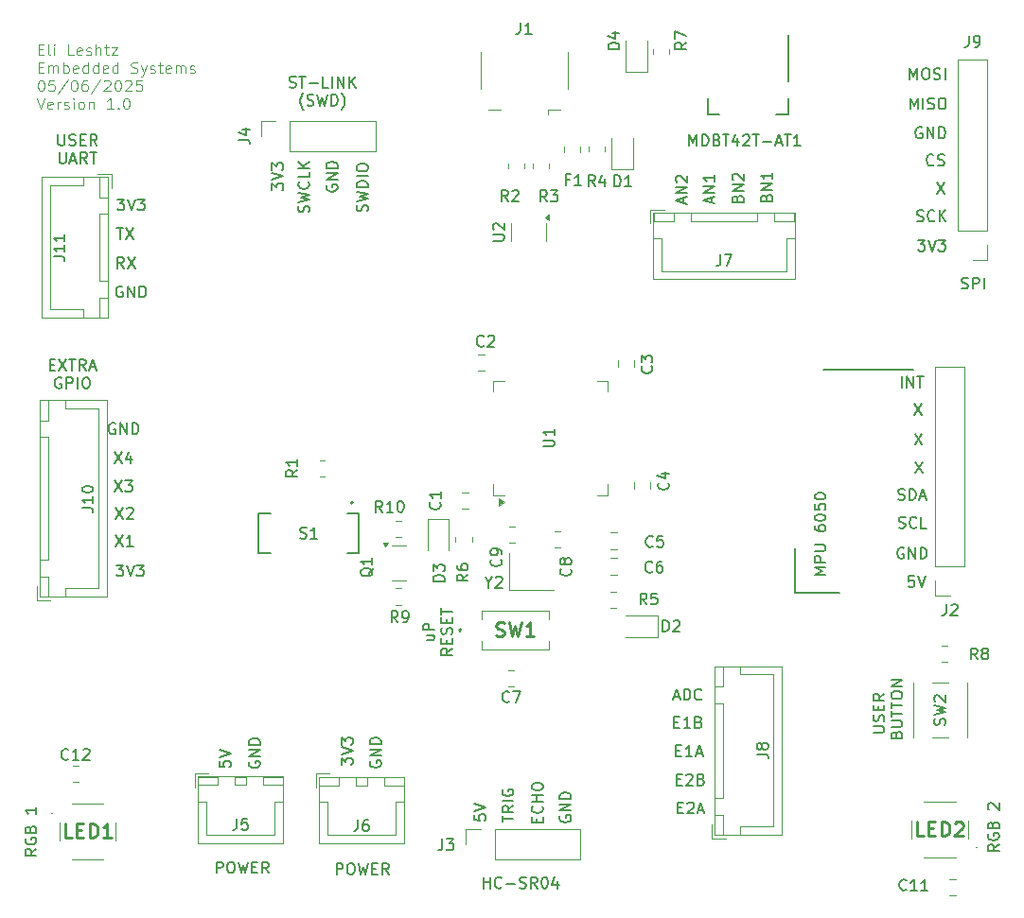
<source format=gbr>
%TF.GenerationSoftware,KiCad,Pcbnew,9.0.1*%
%TF.CreationDate,2025-05-06T19:11:41-06:00*%
%TF.ProjectId,2025_04_STM32F103_RobotBrain,32303235-5f30-4345-9f53-544d33324631,rev?*%
%TF.SameCoordinates,Original*%
%TF.FileFunction,Legend,Top*%
%TF.FilePolarity,Positive*%
%FSLAX46Y46*%
G04 Gerber Fmt 4.6, Leading zero omitted, Abs format (unit mm)*
G04 Created by KiCad (PCBNEW 9.0.1) date 2025-05-06 19:11:41*
%MOMM*%
%LPD*%
G01*
G04 APERTURE LIST*
%ADD10C,0.100000*%
%ADD11C,0.150000*%
%ADD12C,0.254000*%
%ADD13C,0.120000*%
%ADD14C,0.127000*%
%ADD15C,0.200000*%
G04 APERTURE END LIST*
D10*
X94923884Y-32278777D02*
X95257217Y-32278777D01*
X95400074Y-32802587D02*
X94923884Y-32802587D01*
X94923884Y-32802587D02*
X94923884Y-31802587D01*
X94923884Y-31802587D02*
X95400074Y-31802587D01*
X95971503Y-32802587D02*
X95876265Y-32754968D01*
X95876265Y-32754968D02*
X95828646Y-32659729D01*
X95828646Y-32659729D02*
X95828646Y-31802587D01*
X96352456Y-32802587D02*
X96352456Y-32135920D01*
X96352456Y-31802587D02*
X96304837Y-31850206D01*
X96304837Y-31850206D02*
X96352456Y-31897825D01*
X96352456Y-31897825D02*
X96400075Y-31850206D01*
X96400075Y-31850206D02*
X96352456Y-31802587D01*
X96352456Y-31802587D02*
X96352456Y-31897825D01*
X98066741Y-32802587D02*
X97590551Y-32802587D01*
X97590551Y-32802587D02*
X97590551Y-31802587D01*
X98781027Y-32754968D02*
X98685789Y-32802587D01*
X98685789Y-32802587D02*
X98495313Y-32802587D01*
X98495313Y-32802587D02*
X98400075Y-32754968D01*
X98400075Y-32754968D02*
X98352456Y-32659729D01*
X98352456Y-32659729D02*
X98352456Y-32278777D01*
X98352456Y-32278777D02*
X98400075Y-32183539D01*
X98400075Y-32183539D02*
X98495313Y-32135920D01*
X98495313Y-32135920D02*
X98685789Y-32135920D01*
X98685789Y-32135920D02*
X98781027Y-32183539D01*
X98781027Y-32183539D02*
X98828646Y-32278777D01*
X98828646Y-32278777D02*
X98828646Y-32374015D01*
X98828646Y-32374015D02*
X98352456Y-32469253D01*
X99209599Y-32754968D02*
X99304837Y-32802587D01*
X99304837Y-32802587D02*
X99495313Y-32802587D01*
X99495313Y-32802587D02*
X99590551Y-32754968D01*
X99590551Y-32754968D02*
X99638170Y-32659729D01*
X99638170Y-32659729D02*
X99638170Y-32612110D01*
X99638170Y-32612110D02*
X99590551Y-32516872D01*
X99590551Y-32516872D02*
X99495313Y-32469253D01*
X99495313Y-32469253D02*
X99352456Y-32469253D01*
X99352456Y-32469253D02*
X99257218Y-32421634D01*
X99257218Y-32421634D02*
X99209599Y-32326396D01*
X99209599Y-32326396D02*
X99209599Y-32278777D01*
X99209599Y-32278777D02*
X99257218Y-32183539D01*
X99257218Y-32183539D02*
X99352456Y-32135920D01*
X99352456Y-32135920D02*
X99495313Y-32135920D01*
X99495313Y-32135920D02*
X99590551Y-32183539D01*
X100066742Y-32802587D02*
X100066742Y-31802587D01*
X100495313Y-32802587D02*
X100495313Y-32278777D01*
X100495313Y-32278777D02*
X100447694Y-32183539D01*
X100447694Y-32183539D02*
X100352456Y-32135920D01*
X100352456Y-32135920D02*
X100209599Y-32135920D01*
X100209599Y-32135920D02*
X100114361Y-32183539D01*
X100114361Y-32183539D02*
X100066742Y-32231158D01*
X100828647Y-32135920D02*
X101209599Y-32135920D01*
X100971504Y-31802587D02*
X100971504Y-32659729D01*
X100971504Y-32659729D02*
X101019123Y-32754968D01*
X101019123Y-32754968D02*
X101114361Y-32802587D01*
X101114361Y-32802587D02*
X101209599Y-32802587D01*
X101447695Y-32135920D02*
X101971504Y-32135920D01*
X101971504Y-32135920D02*
X101447695Y-32802587D01*
X101447695Y-32802587D02*
X101971504Y-32802587D01*
X94923884Y-33888721D02*
X95257217Y-33888721D01*
X95400074Y-34412531D02*
X94923884Y-34412531D01*
X94923884Y-34412531D02*
X94923884Y-33412531D01*
X94923884Y-33412531D02*
X95400074Y-33412531D01*
X95828646Y-34412531D02*
X95828646Y-33745864D01*
X95828646Y-33841102D02*
X95876265Y-33793483D01*
X95876265Y-33793483D02*
X95971503Y-33745864D01*
X95971503Y-33745864D02*
X96114360Y-33745864D01*
X96114360Y-33745864D02*
X96209598Y-33793483D01*
X96209598Y-33793483D02*
X96257217Y-33888721D01*
X96257217Y-33888721D02*
X96257217Y-34412531D01*
X96257217Y-33888721D02*
X96304836Y-33793483D01*
X96304836Y-33793483D02*
X96400074Y-33745864D01*
X96400074Y-33745864D02*
X96542931Y-33745864D01*
X96542931Y-33745864D02*
X96638170Y-33793483D01*
X96638170Y-33793483D02*
X96685789Y-33888721D01*
X96685789Y-33888721D02*
X96685789Y-34412531D01*
X97161979Y-34412531D02*
X97161979Y-33412531D01*
X97161979Y-33793483D02*
X97257217Y-33745864D01*
X97257217Y-33745864D02*
X97447693Y-33745864D01*
X97447693Y-33745864D02*
X97542931Y-33793483D01*
X97542931Y-33793483D02*
X97590550Y-33841102D01*
X97590550Y-33841102D02*
X97638169Y-33936340D01*
X97638169Y-33936340D02*
X97638169Y-34222054D01*
X97638169Y-34222054D02*
X97590550Y-34317292D01*
X97590550Y-34317292D02*
X97542931Y-34364912D01*
X97542931Y-34364912D02*
X97447693Y-34412531D01*
X97447693Y-34412531D02*
X97257217Y-34412531D01*
X97257217Y-34412531D02*
X97161979Y-34364912D01*
X98447693Y-34364912D02*
X98352455Y-34412531D01*
X98352455Y-34412531D02*
X98161979Y-34412531D01*
X98161979Y-34412531D02*
X98066741Y-34364912D01*
X98066741Y-34364912D02*
X98019122Y-34269673D01*
X98019122Y-34269673D02*
X98019122Y-33888721D01*
X98019122Y-33888721D02*
X98066741Y-33793483D01*
X98066741Y-33793483D02*
X98161979Y-33745864D01*
X98161979Y-33745864D02*
X98352455Y-33745864D01*
X98352455Y-33745864D02*
X98447693Y-33793483D01*
X98447693Y-33793483D02*
X98495312Y-33888721D01*
X98495312Y-33888721D02*
X98495312Y-33983959D01*
X98495312Y-33983959D02*
X98019122Y-34079197D01*
X99352455Y-34412531D02*
X99352455Y-33412531D01*
X99352455Y-34364912D02*
X99257217Y-34412531D01*
X99257217Y-34412531D02*
X99066741Y-34412531D01*
X99066741Y-34412531D02*
X98971503Y-34364912D01*
X98971503Y-34364912D02*
X98923884Y-34317292D01*
X98923884Y-34317292D02*
X98876265Y-34222054D01*
X98876265Y-34222054D02*
X98876265Y-33936340D01*
X98876265Y-33936340D02*
X98923884Y-33841102D01*
X98923884Y-33841102D02*
X98971503Y-33793483D01*
X98971503Y-33793483D02*
X99066741Y-33745864D01*
X99066741Y-33745864D02*
X99257217Y-33745864D01*
X99257217Y-33745864D02*
X99352455Y-33793483D01*
X100257217Y-34412531D02*
X100257217Y-33412531D01*
X100257217Y-34364912D02*
X100161979Y-34412531D01*
X100161979Y-34412531D02*
X99971503Y-34412531D01*
X99971503Y-34412531D02*
X99876265Y-34364912D01*
X99876265Y-34364912D02*
X99828646Y-34317292D01*
X99828646Y-34317292D02*
X99781027Y-34222054D01*
X99781027Y-34222054D02*
X99781027Y-33936340D01*
X99781027Y-33936340D02*
X99828646Y-33841102D01*
X99828646Y-33841102D02*
X99876265Y-33793483D01*
X99876265Y-33793483D02*
X99971503Y-33745864D01*
X99971503Y-33745864D02*
X100161979Y-33745864D01*
X100161979Y-33745864D02*
X100257217Y-33793483D01*
X101114360Y-34364912D02*
X101019122Y-34412531D01*
X101019122Y-34412531D02*
X100828646Y-34412531D01*
X100828646Y-34412531D02*
X100733408Y-34364912D01*
X100733408Y-34364912D02*
X100685789Y-34269673D01*
X100685789Y-34269673D02*
X100685789Y-33888721D01*
X100685789Y-33888721D02*
X100733408Y-33793483D01*
X100733408Y-33793483D02*
X100828646Y-33745864D01*
X100828646Y-33745864D02*
X101019122Y-33745864D01*
X101019122Y-33745864D02*
X101114360Y-33793483D01*
X101114360Y-33793483D02*
X101161979Y-33888721D01*
X101161979Y-33888721D02*
X101161979Y-33983959D01*
X101161979Y-33983959D02*
X100685789Y-34079197D01*
X102019122Y-34412531D02*
X102019122Y-33412531D01*
X102019122Y-34364912D02*
X101923884Y-34412531D01*
X101923884Y-34412531D02*
X101733408Y-34412531D01*
X101733408Y-34412531D02*
X101638170Y-34364912D01*
X101638170Y-34364912D02*
X101590551Y-34317292D01*
X101590551Y-34317292D02*
X101542932Y-34222054D01*
X101542932Y-34222054D02*
X101542932Y-33936340D01*
X101542932Y-33936340D02*
X101590551Y-33841102D01*
X101590551Y-33841102D02*
X101638170Y-33793483D01*
X101638170Y-33793483D02*
X101733408Y-33745864D01*
X101733408Y-33745864D02*
X101923884Y-33745864D01*
X101923884Y-33745864D02*
X102019122Y-33793483D01*
X103209599Y-34364912D02*
X103352456Y-34412531D01*
X103352456Y-34412531D02*
X103590551Y-34412531D01*
X103590551Y-34412531D02*
X103685789Y-34364912D01*
X103685789Y-34364912D02*
X103733408Y-34317292D01*
X103733408Y-34317292D02*
X103781027Y-34222054D01*
X103781027Y-34222054D02*
X103781027Y-34126816D01*
X103781027Y-34126816D02*
X103733408Y-34031578D01*
X103733408Y-34031578D02*
X103685789Y-33983959D01*
X103685789Y-33983959D02*
X103590551Y-33936340D01*
X103590551Y-33936340D02*
X103400075Y-33888721D01*
X103400075Y-33888721D02*
X103304837Y-33841102D01*
X103304837Y-33841102D02*
X103257218Y-33793483D01*
X103257218Y-33793483D02*
X103209599Y-33698245D01*
X103209599Y-33698245D02*
X103209599Y-33603007D01*
X103209599Y-33603007D02*
X103257218Y-33507769D01*
X103257218Y-33507769D02*
X103304837Y-33460150D01*
X103304837Y-33460150D02*
X103400075Y-33412531D01*
X103400075Y-33412531D02*
X103638170Y-33412531D01*
X103638170Y-33412531D02*
X103781027Y-33460150D01*
X104114361Y-33745864D02*
X104352456Y-34412531D01*
X104590551Y-33745864D02*
X104352456Y-34412531D01*
X104352456Y-34412531D02*
X104257218Y-34650626D01*
X104257218Y-34650626D02*
X104209599Y-34698245D01*
X104209599Y-34698245D02*
X104114361Y-34745864D01*
X104923885Y-34364912D02*
X105019123Y-34412531D01*
X105019123Y-34412531D02*
X105209599Y-34412531D01*
X105209599Y-34412531D02*
X105304837Y-34364912D01*
X105304837Y-34364912D02*
X105352456Y-34269673D01*
X105352456Y-34269673D02*
X105352456Y-34222054D01*
X105352456Y-34222054D02*
X105304837Y-34126816D01*
X105304837Y-34126816D02*
X105209599Y-34079197D01*
X105209599Y-34079197D02*
X105066742Y-34079197D01*
X105066742Y-34079197D02*
X104971504Y-34031578D01*
X104971504Y-34031578D02*
X104923885Y-33936340D01*
X104923885Y-33936340D02*
X104923885Y-33888721D01*
X104923885Y-33888721D02*
X104971504Y-33793483D01*
X104971504Y-33793483D02*
X105066742Y-33745864D01*
X105066742Y-33745864D02*
X105209599Y-33745864D01*
X105209599Y-33745864D02*
X105304837Y-33793483D01*
X105638171Y-33745864D02*
X106019123Y-33745864D01*
X105781028Y-33412531D02*
X105781028Y-34269673D01*
X105781028Y-34269673D02*
X105828647Y-34364912D01*
X105828647Y-34364912D02*
X105923885Y-34412531D01*
X105923885Y-34412531D02*
X106019123Y-34412531D01*
X106733409Y-34364912D02*
X106638171Y-34412531D01*
X106638171Y-34412531D02*
X106447695Y-34412531D01*
X106447695Y-34412531D02*
X106352457Y-34364912D01*
X106352457Y-34364912D02*
X106304838Y-34269673D01*
X106304838Y-34269673D02*
X106304838Y-33888721D01*
X106304838Y-33888721D02*
X106352457Y-33793483D01*
X106352457Y-33793483D02*
X106447695Y-33745864D01*
X106447695Y-33745864D02*
X106638171Y-33745864D01*
X106638171Y-33745864D02*
X106733409Y-33793483D01*
X106733409Y-33793483D02*
X106781028Y-33888721D01*
X106781028Y-33888721D02*
X106781028Y-33983959D01*
X106781028Y-33983959D02*
X106304838Y-34079197D01*
X107209600Y-34412531D02*
X107209600Y-33745864D01*
X107209600Y-33841102D02*
X107257219Y-33793483D01*
X107257219Y-33793483D02*
X107352457Y-33745864D01*
X107352457Y-33745864D02*
X107495314Y-33745864D01*
X107495314Y-33745864D02*
X107590552Y-33793483D01*
X107590552Y-33793483D02*
X107638171Y-33888721D01*
X107638171Y-33888721D02*
X107638171Y-34412531D01*
X107638171Y-33888721D02*
X107685790Y-33793483D01*
X107685790Y-33793483D02*
X107781028Y-33745864D01*
X107781028Y-33745864D02*
X107923885Y-33745864D01*
X107923885Y-33745864D02*
X108019124Y-33793483D01*
X108019124Y-33793483D02*
X108066743Y-33888721D01*
X108066743Y-33888721D02*
X108066743Y-34412531D01*
X108495314Y-34364912D02*
X108590552Y-34412531D01*
X108590552Y-34412531D02*
X108781028Y-34412531D01*
X108781028Y-34412531D02*
X108876266Y-34364912D01*
X108876266Y-34364912D02*
X108923885Y-34269673D01*
X108923885Y-34269673D02*
X108923885Y-34222054D01*
X108923885Y-34222054D02*
X108876266Y-34126816D01*
X108876266Y-34126816D02*
X108781028Y-34079197D01*
X108781028Y-34079197D02*
X108638171Y-34079197D01*
X108638171Y-34079197D02*
X108542933Y-34031578D01*
X108542933Y-34031578D02*
X108495314Y-33936340D01*
X108495314Y-33936340D02*
X108495314Y-33888721D01*
X108495314Y-33888721D02*
X108542933Y-33793483D01*
X108542933Y-33793483D02*
X108638171Y-33745864D01*
X108638171Y-33745864D02*
X108781028Y-33745864D01*
X108781028Y-33745864D02*
X108876266Y-33793483D01*
X95114360Y-35022475D02*
X95209598Y-35022475D01*
X95209598Y-35022475D02*
X95304836Y-35070094D01*
X95304836Y-35070094D02*
X95352455Y-35117713D01*
X95352455Y-35117713D02*
X95400074Y-35212951D01*
X95400074Y-35212951D02*
X95447693Y-35403427D01*
X95447693Y-35403427D02*
X95447693Y-35641522D01*
X95447693Y-35641522D02*
X95400074Y-35831998D01*
X95400074Y-35831998D02*
X95352455Y-35927236D01*
X95352455Y-35927236D02*
X95304836Y-35974856D01*
X95304836Y-35974856D02*
X95209598Y-36022475D01*
X95209598Y-36022475D02*
X95114360Y-36022475D01*
X95114360Y-36022475D02*
X95019122Y-35974856D01*
X95019122Y-35974856D02*
X94971503Y-35927236D01*
X94971503Y-35927236D02*
X94923884Y-35831998D01*
X94923884Y-35831998D02*
X94876265Y-35641522D01*
X94876265Y-35641522D02*
X94876265Y-35403427D01*
X94876265Y-35403427D02*
X94923884Y-35212951D01*
X94923884Y-35212951D02*
X94971503Y-35117713D01*
X94971503Y-35117713D02*
X95019122Y-35070094D01*
X95019122Y-35070094D02*
X95114360Y-35022475D01*
X96352455Y-35022475D02*
X95876265Y-35022475D01*
X95876265Y-35022475D02*
X95828646Y-35498665D01*
X95828646Y-35498665D02*
X95876265Y-35451046D01*
X95876265Y-35451046D02*
X95971503Y-35403427D01*
X95971503Y-35403427D02*
X96209598Y-35403427D01*
X96209598Y-35403427D02*
X96304836Y-35451046D01*
X96304836Y-35451046D02*
X96352455Y-35498665D01*
X96352455Y-35498665D02*
X96400074Y-35593903D01*
X96400074Y-35593903D02*
X96400074Y-35831998D01*
X96400074Y-35831998D02*
X96352455Y-35927236D01*
X96352455Y-35927236D02*
X96304836Y-35974856D01*
X96304836Y-35974856D02*
X96209598Y-36022475D01*
X96209598Y-36022475D02*
X95971503Y-36022475D01*
X95971503Y-36022475D02*
X95876265Y-35974856D01*
X95876265Y-35974856D02*
X95828646Y-35927236D01*
X97542931Y-34974856D02*
X96685789Y-36260570D01*
X98066741Y-35022475D02*
X98161979Y-35022475D01*
X98161979Y-35022475D02*
X98257217Y-35070094D01*
X98257217Y-35070094D02*
X98304836Y-35117713D01*
X98304836Y-35117713D02*
X98352455Y-35212951D01*
X98352455Y-35212951D02*
X98400074Y-35403427D01*
X98400074Y-35403427D02*
X98400074Y-35641522D01*
X98400074Y-35641522D02*
X98352455Y-35831998D01*
X98352455Y-35831998D02*
X98304836Y-35927236D01*
X98304836Y-35927236D02*
X98257217Y-35974856D01*
X98257217Y-35974856D02*
X98161979Y-36022475D01*
X98161979Y-36022475D02*
X98066741Y-36022475D01*
X98066741Y-36022475D02*
X97971503Y-35974856D01*
X97971503Y-35974856D02*
X97923884Y-35927236D01*
X97923884Y-35927236D02*
X97876265Y-35831998D01*
X97876265Y-35831998D02*
X97828646Y-35641522D01*
X97828646Y-35641522D02*
X97828646Y-35403427D01*
X97828646Y-35403427D02*
X97876265Y-35212951D01*
X97876265Y-35212951D02*
X97923884Y-35117713D01*
X97923884Y-35117713D02*
X97971503Y-35070094D01*
X97971503Y-35070094D02*
X98066741Y-35022475D01*
X99257217Y-35022475D02*
X99066741Y-35022475D01*
X99066741Y-35022475D02*
X98971503Y-35070094D01*
X98971503Y-35070094D02*
X98923884Y-35117713D01*
X98923884Y-35117713D02*
X98828646Y-35260570D01*
X98828646Y-35260570D02*
X98781027Y-35451046D01*
X98781027Y-35451046D02*
X98781027Y-35831998D01*
X98781027Y-35831998D02*
X98828646Y-35927236D01*
X98828646Y-35927236D02*
X98876265Y-35974856D01*
X98876265Y-35974856D02*
X98971503Y-36022475D01*
X98971503Y-36022475D02*
X99161979Y-36022475D01*
X99161979Y-36022475D02*
X99257217Y-35974856D01*
X99257217Y-35974856D02*
X99304836Y-35927236D01*
X99304836Y-35927236D02*
X99352455Y-35831998D01*
X99352455Y-35831998D02*
X99352455Y-35593903D01*
X99352455Y-35593903D02*
X99304836Y-35498665D01*
X99304836Y-35498665D02*
X99257217Y-35451046D01*
X99257217Y-35451046D02*
X99161979Y-35403427D01*
X99161979Y-35403427D02*
X98971503Y-35403427D01*
X98971503Y-35403427D02*
X98876265Y-35451046D01*
X98876265Y-35451046D02*
X98828646Y-35498665D01*
X98828646Y-35498665D02*
X98781027Y-35593903D01*
X100495312Y-34974856D02*
X99638170Y-36260570D01*
X100781027Y-35117713D02*
X100828646Y-35070094D01*
X100828646Y-35070094D02*
X100923884Y-35022475D01*
X100923884Y-35022475D02*
X101161979Y-35022475D01*
X101161979Y-35022475D02*
X101257217Y-35070094D01*
X101257217Y-35070094D02*
X101304836Y-35117713D01*
X101304836Y-35117713D02*
X101352455Y-35212951D01*
X101352455Y-35212951D02*
X101352455Y-35308189D01*
X101352455Y-35308189D02*
X101304836Y-35451046D01*
X101304836Y-35451046D02*
X100733408Y-36022475D01*
X100733408Y-36022475D02*
X101352455Y-36022475D01*
X101971503Y-35022475D02*
X102066741Y-35022475D01*
X102066741Y-35022475D02*
X102161979Y-35070094D01*
X102161979Y-35070094D02*
X102209598Y-35117713D01*
X102209598Y-35117713D02*
X102257217Y-35212951D01*
X102257217Y-35212951D02*
X102304836Y-35403427D01*
X102304836Y-35403427D02*
X102304836Y-35641522D01*
X102304836Y-35641522D02*
X102257217Y-35831998D01*
X102257217Y-35831998D02*
X102209598Y-35927236D01*
X102209598Y-35927236D02*
X102161979Y-35974856D01*
X102161979Y-35974856D02*
X102066741Y-36022475D01*
X102066741Y-36022475D02*
X101971503Y-36022475D01*
X101971503Y-36022475D02*
X101876265Y-35974856D01*
X101876265Y-35974856D02*
X101828646Y-35927236D01*
X101828646Y-35927236D02*
X101781027Y-35831998D01*
X101781027Y-35831998D02*
X101733408Y-35641522D01*
X101733408Y-35641522D02*
X101733408Y-35403427D01*
X101733408Y-35403427D02*
X101781027Y-35212951D01*
X101781027Y-35212951D02*
X101828646Y-35117713D01*
X101828646Y-35117713D02*
X101876265Y-35070094D01*
X101876265Y-35070094D02*
X101971503Y-35022475D01*
X102685789Y-35117713D02*
X102733408Y-35070094D01*
X102733408Y-35070094D02*
X102828646Y-35022475D01*
X102828646Y-35022475D02*
X103066741Y-35022475D01*
X103066741Y-35022475D02*
X103161979Y-35070094D01*
X103161979Y-35070094D02*
X103209598Y-35117713D01*
X103209598Y-35117713D02*
X103257217Y-35212951D01*
X103257217Y-35212951D02*
X103257217Y-35308189D01*
X103257217Y-35308189D02*
X103209598Y-35451046D01*
X103209598Y-35451046D02*
X102638170Y-36022475D01*
X102638170Y-36022475D02*
X103257217Y-36022475D01*
X104161979Y-35022475D02*
X103685789Y-35022475D01*
X103685789Y-35022475D02*
X103638170Y-35498665D01*
X103638170Y-35498665D02*
X103685789Y-35451046D01*
X103685789Y-35451046D02*
X103781027Y-35403427D01*
X103781027Y-35403427D02*
X104019122Y-35403427D01*
X104019122Y-35403427D02*
X104114360Y-35451046D01*
X104114360Y-35451046D02*
X104161979Y-35498665D01*
X104161979Y-35498665D02*
X104209598Y-35593903D01*
X104209598Y-35593903D02*
X104209598Y-35831998D01*
X104209598Y-35831998D02*
X104161979Y-35927236D01*
X104161979Y-35927236D02*
X104114360Y-35974856D01*
X104114360Y-35974856D02*
X104019122Y-36022475D01*
X104019122Y-36022475D02*
X103781027Y-36022475D01*
X103781027Y-36022475D02*
X103685789Y-35974856D01*
X103685789Y-35974856D02*
X103638170Y-35927236D01*
X94781027Y-36632419D02*
X95114360Y-37632419D01*
X95114360Y-37632419D02*
X95447693Y-36632419D01*
X96161979Y-37584800D02*
X96066741Y-37632419D01*
X96066741Y-37632419D02*
X95876265Y-37632419D01*
X95876265Y-37632419D02*
X95781027Y-37584800D01*
X95781027Y-37584800D02*
X95733408Y-37489561D01*
X95733408Y-37489561D02*
X95733408Y-37108609D01*
X95733408Y-37108609D02*
X95781027Y-37013371D01*
X95781027Y-37013371D02*
X95876265Y-36965752D01*
X95876265Y-36965752D02*
X96066741Y-36965752D01*
X96066741Y-36965752D02*
X96161979Y-37013371D01*
X96161979Y-37013371D02*
X96209598Y-37108609D01*
X96209598Y-37108609D02*
X96209598Y-37203847D01*
X96209598Y-37203847D02*
X95733408Y-37299085D01*
X96638170Y-37632419D02*
X96638170Y-36965752D01*
X96638170Y-37156228D02*
X96685789Y-37060990D01*
X96685789Y-37060990D02*
X96733408Y-37013371D01*
X96733408Y-37013371D02*
X96828646Y-36965752D01*
X96828646Y-36965752D02*
X96923884Y-36965752D01*
X97209599Y-37584800D02*
X97304837Y-37632419D01*
X97304837Y-37632419D02*
X97495313Y-37632419D01*
X97495313Y-37632419D02*
X97590551Y-37584800D01*
X97590551Y-37584800D02*
X97638170Y-37489561D01*
X97638170Y-37489561D02*
X97638170Y-37441942D01*
X97638170Y-37441942D02*
X97590551Y-37346704D01*
X97590551Y-37346704D02*
X97495313Y-37299085D01*
X97495313Y-37299085D02*
X97352456Y-37299085D01*
X97352456Y-37299085D02*
X97257218Y-37251466D01*
X97257218Y-37251466D02*
X97209599Y-37156228D01*
X97209599Y-37156228D02*
X97209599Y-37108609D01*
X97209599Y-37108609D02*
X97257218Y-37013371D01*
X97257218Y-37013371D02*
X97352456Y-36965752D01*
X97352456Y-36965752D02*
X97495313Y-36965752D01*
X97495313Y-36965752D02*
X97590551Y-37013371D01*
X98066742Y-37632419D02*
X98066742Y-36965752D01*
X98066742Y-36632419D02*
X98019123Y-36680038D01*
X98019123Y-36680038D02*
X98066742Y-36727657D01*
X98066742Y-36727657D02*
X98114361Y-36680038D01*
X98114361Y-36680038D02*
X98066742Y-36632419D01*
X98066742Y-36632419D02*
X98066742Y-36727657D01*
X98685789Y-37632419D02*
X98590551Y-37584800D01*
X98590551Y-37584800D02*
X98542932Y-37537180D01*
X98542932Y-37537180D02*
X98495313Y-37441942D01*
X98495313Y-37441942D02*
X98495313Y-37156228D01*
X98495313Y-37156228D02*
X98542932Y-37060990D01*
X98542932Y-37060990D02*
X98590551Y-37013371D01*
X98590551Y-37013371D02*
X98685789Y-36965752D01*
X98685789Y-36965752D02*
X98828646Y-36965752D01*
X98828646Y-36965752D02*
X98923884Y-37013371D01*
X98923884Y-37013371D02*
X98971503Y-37060990D01*
X98971503Y-37060990D02*
X99019122Y-37156228D01*
X99019122Y-37156228D02*
X99019122Y-37441942D01*
X99019122Y-37441942D02*
X98971503Y-37537180D01*
X98971503Y-37537180D02*
X98923884Y-37584800D01*
X98923884Y-37584800D02*
X98828646Y-37632419D01*
X98828646Y-37632419D02*
X98685789Y-37632419D01*
X99447694Y-36965752D02*
X99447694Y-37632419D01*
X99447694Y-37060990D02*
X99495313Y-37013371D01*
X99495313Y-37013371D02*
X99590551Y-36965752D01*
X99590551Y-36965752D02*
X99733408Y-36965752D01*
X99733408Y-36965752D02*
X99828646Y-37013371D01*
X99828646Y-37013371D02*
X99876265Y-37108609D01*
X99876265Y-37108609D02*
X99876265Y-37632419D01*
X101638170Y-37632419D02*
X101066742Y-37632419D01*
X101352456Y-37632419D02*
X101352456Y-36632419D01*
X101352456Y-36632419D02*
X101257218Y-36775276D01*
X101257218Y-36775276D02*
X101161980Y-36870514D01*
X101161980Y-36870514D02*
X101066742Y-36918133D01*
X102066742Y-37537180D02*
X102114361Y-37584800D01*
X102114361Y-37584800D02*
X102066742Y-37632419D01*
X102066742Y-37632419D02*
X102019123Y-37584800D01*
X102019123Y-37584800D02*
X102066742Y-37537180D01*
X102066742Y-37537180D02*
X102066742Y-37632419D01*
X102733408Y-36632419D02*
X102828646Y-36632419D01*
X102828646Y-36632419D02*
X102923884Y-36680038D01*
X102923884Y-36680038D02*
X102971503Y-36727657D01*
X102971503Y-36727657D02*
X103019122Y-36822895D01*
X103019122Y-36822895D02*
X103066741Y-37013371D01*
X103066741Y-37013371D02*
X103066741Y-37251466D01*
X103066741Y-37251466D02*
X103019122Y-37441942D01*
X103019122Y-37441942D02*
X102971503Y-37537180D01*
X102971503Y-37537180D02*
X102923884Y-37584800D01*
X102923884Y-37584800D02*
X102828646Y-37632419D01*
X102828646Y-37632419D02*
X102733408Y-37632419D01*
X102733408Y-37632419D02*
X102638170Y-37584800D01*
X102638170Y-37584800D02*
X102590551Y-37537180D01*
X102590551Y-37537180D02*
X102542932Y-37441942D01*
X102542932Y-37441942D02*
X102495313Y-37251466D01*
X102495313Y-37251466D02*
X102495313Y-37013371D01*
X102495313Y-37013371D02*
X102542932Y-36822895D01*
X102542932Y-36822895D02*
X102590551Y-36727657D01*
X102590551Y-36727657D02*
X102638170Y-36680038D01*
X102638170Y-36680038D02*
X102733408Y-36632419D01*
D11*
X162585000Y-80945000D02*
X166585000Y-80945000D01*
X162585000Y-80945000D02*
X162585000Y-76945000D01*
X173165000Y-60945000D02*
X165165000Y-60945000D01*
X111104819Y-96030476D02*
X111104819Y-96506666D01*
X111104819Y-96506666D02*
X111581009Y-96554285D01*
X111581009Y-96554285D02*
X111533390Y-96506666D01*
X111533390Y-96506666D02*
X111485771Y-96411428D01*
X111485771Y-96411428D02*
X111485771Y-96173333D01*
X111485771Y-96173333D02*
X111533390Y-96078095D01*
X111533390Y-96078095D02*
X111581009Y-96030476D01*
X111581009Y-96030476D02*
X111676247Y-95982857D01*
X111676247Y-95982857D02*
X111914342Y-95982857D01*
X111914342Y-95982857D02*
X112009580Y-96030476D01*
X112009580Y-96030476D02*
X112057200Y-96078095D01*
X112057200Y-96078095D02*
X112104819Y-96173333D01*
X112104819Y-96173333D02*
X112104819Y-96411428D01*
X112104819Y-96411428D02*
X112057200Y-96506666D01*
X112057200Y-96506666D02*
X112009580Y-96554285D01*
X111104819Y-95697142D02*
X112104819Y-95363809D01*
X112104819Y-95363809D02*
X111104819Y-95030476D01*
X101840476Y-73304819D02*
X102507142Y-74304819D01*
X102507142Y-73304819D02*
X101840476Y-74304819D01*
X102840476Y-73400057D02*
X102888095Y-73352438D01*
X102888095Y-73352438D02*
X102983333Y-73304819D01*
X102983333Y-73304819D02*
X103221428Y-73304819D01*
X103221428Y-73304819D02*
X103316666Y-73352438D01*
X103316666Y-73352438D02*
X103364285Y-73400057D01*
X103364285Y-73400057D02*
X103411904Y-73495295D01*
X103411904Y-73495295D02*
X103411904Y-73590533D01*
X103411904Y-73590533D02*
X103364285Y-73733390D01*
X103364285Y-73733390D02*
X102792857Y-74304819D01*
X102792857Y-74304819D02*
X103411904Y-74304819D01*
X139531009Y-101531904D02*
X139531009Y-101198571D01*
X140054819Y-101055714D02*
X140054819Y-101531904D01*
X140054819Y-101531904D02*
X139054819Y-101531904D01*
X139054819Y-101531904D02*
X139054819Y-101055714D01*
X139959580Y-100055714D02*
X140007200Y-100103333D01*
X140007200Y-100103333D02*
X140054819Y-100246190D01*
X140054819Y-100246190D02*
X140054819Y-100341428D01*
X140054819Y-100341428D02*
X140007200Y-100484285D01*
X140007200Y-100484285D02*
X139911961Y-100579523D01*
X139911961Y-100579523D02*
X139816723Y-100627142D01*
X139816723Y-100627142D02*
X139626247Y-100674761D01*
X139626247Y-100674761D02*
X139483390Y-100674761D01*
X139483390Y-100674761D02*
X139292914Y-100627142D01*
X139292914Y-100627142D02*
X139197676Y-100579523D01*
X139197676Y-100579523D02*
X139102438Y-100484285D01*
X139102438Y-100484285D02*
X139054819Y-100341428D01*
X139054819Y-100341428D02*
X139054819Y-100246190D01*
X139054819Y-100246190D02*
X139102438Y-100103333D01*
X139102438Y-100103333D02*
X139150057Y-100055714D01*
X140054819Y-99627142D02*
X139054819Y-99627142D01*
X139531009Y-99627142D02*
X139531009Y-99055714D01*
X140054819Y-99055714D02*
X139054819Y-99055714D01*
X139054819Y-98389047D02*
X139054819Y-98198571D01*
X139054819Y-98198571D02*
X139102438Y-98103333D01*
X139102438Y-98103333D02*
X139197676Y-98008095D01*
X139197676Y-98008095D02*
X139388152Y-97960476D01*
X139388152Y-97960476D02*
X139721485Y-97960476D01*
X139721485Y-97960476D02*
X139911961Y-98008095D01*
X139911961Y-98008095D02*
X140007200Y-98103333D01*
X140007200Y-98103333D02*
X140054819Y-98198571D01*
X140054819Y-98198571D02*
X140054819Y-98389047D01*
X140054819Y-98389047D02*
X140007200Y-98484285D01*
X140007200Y-98484285D02*
X139911961Y-98579523D01*
X139911961Y-98579523D02*
X139721485Y-98627142D01*
X139721485Y-98627142D02*
X139388152Y-98627142D01*
X139388152Y-98627142D02*
X139197676Y-98579523D01*
X139197676Y-98579523D02*
X139102438Y-98484285D01*
X139102438Y-98484285D02*
X139054819Y-98389047D01*
X151809524Y-92521009D02*
X152142857Y-92521009D01*
X152285714Y-93044819D02*
X151809524Y-93044819D01*
X151809524Y-93044819D02*
X151809524Y-92044819D01*
X151809524Y-92044819D02*
X152285714Y-92044819D01*
X153238095Y-93044819D02*
X152666667Y-93044819D01*
X152952381Y-93044819D02*
X152952381Y-92044819D01*
X152952381Y-92044819D02*
X152857143Y-92187676D01*
X152857143Y-92187676D02*
X152761905Y-92282914D01*
X152761905Y-92282914D02*
X152666667Y-92330533D01*
X154000000Y-92521009D02*
X154142857Y-92568628D01*
X154142857Y-92568628D02*
X154190476Y-92616247D01*
X154190476Y-92616247D02*
X154238095Y-92711485D01*
X154238095Y-92711485D02*
X154238095Y-92854342D01*
X154238095Y-92854342D02*
X154190476Y-92949580D01*
X154190476Y-92949580D02*
X154142857Y-92997200D01*
X154142857Y-92997200D02*
X154047619Y-93044819D01*
X154047619Y-93044819D02*
X153666667Y-93044819D01*
X153666667Y-93044819D02*
X153666667Y-92044819D01*
X153666667Y-92044819D02*
X154000000Y-92044819D01*
X154000000Y-92044819D02*
X154095238Y-92092438D01*
X154095238Y-92092438D02*
X154142857Y-92140057D01*
X154142857Y-92140057D02*
X154190476Y-92235295D01*
X154190476Y-92235295D02*
X154190476Y-92330533D01*
X154190476Y-92330533D02*
X154142857Y-92425771D01*
X154142857Y-92425771D02*
X154095238Y-92473390D01*
X154095238Y-92473390D02*
X154000000Y-92521009D01*
X154000000Y-92521009D02*
X153666667Y-92521009D01*
X155149104Y-46008094D02*
X155149104Y-45531904D01*
X155434819Y-46103332D02*
X154434819Y-45769999D01*
X154434819Y-45769999D02*
X155434819Y-45436666D01*
X155434819Y-45103332D02*
X154434819Y-45103332D01*
X154434819Y-45103332D02*
X155434819Y-44531904D01*
X155434819Y-44531904D02*
X154434819Y-44531904D01*
X155434819Y-43531904D02*
X155434819Y-44103332D01*
X155434819Y-43817618D02*
X154434819Y-43817618D01*
X154434819Y-43817618D02*
X154577676Y-43912856D01*
X154577676Y-43912856D02*
X154672914Y-44008094D01*
X154672914Y-44008094D02*
X154720533Y-44103332D01*
X173396667Y-69234819D02*
X174063333Y-70234819D01*
X174063333Y-69234819D02*
X173396667Y-70234819D01*
X120722438Y-44441904D02*
X120674819Y-44537142D01*
X120674819Y-44537142D02*
X120674819Y-44679999D01*
X120674819Y-44679999D02*
X120722438Y-44822856D01*
X120722438Y-44822856D02*
X120817676Y-44918094D01*
X120817676Y-44918094D02*
X120912914Y-44965713D01*
X120912914Y-44965713D02*
X121103390Y-45013332D01*
X121103390Y-45013332D02*
X121246247Y-45013332D01*
X121246247Y-45013332D02*
X121436723Y-44965713D01*
X121436723Y-44965713D02*
X121531961Y-44918094D01*
X121531961Y-44918094D02*
X121627200Y-44822856D01*
X121627200Y-44822856D02*
X121674819Y-44679999D01*
X121674819Y-44679999D02*
X121674819Y-44584761D01*
X121674819Y-44584761D02*
X121627200Y-44441904D01*
X121627200Y-44441904D02*
X121579580Y-44394285D01*
X121579580Y-44394285D02*
X121246247Y-44394285D01*
X121246247Y-44394285D02*
X121246247Y-44584761D01*
X121674819Y-43965713D02*
X120674819Y-43965713D01*
X120674819Y-43965713D02*
X121674819Y-43394285D01*
X121674819Y-43394285D02*
X120674819Y-43394285D01*
X121674819Y-42918094D02*
X120674819Y-42918094D01*
X120674819Y-42918094D02*
X120674819Y-42679999D01*
X120674819Y-42679999D02*
X120722438Y-42537142D01*
X120722438Y-42537142D02*
X120817676Y-42441904D01*
X120817676Y-42441904D02*
X120912914Y-42394285D01*
X120912914Y-42394285D02*
X121103390Y-42346666D01*
X121103390Y-42346666D02*
X121246247Y-42346666D01*
X121246247Y-42346666D02*
X121436723Y-42394285D01*
X121436723Y-42394285D02*
X121531961Y-42441904D01*
X121531961Y-42441904D02*
X121627200Y-42537142D01*
X121627200Y-42537142D02*
X121674819Y-42679999D01*
X121674819Y-42679999D02*
X121674819Y-42918094D01*
X172888572Y-34964819D02*
X172888572Y-33964819D01*
X172888572Y-33964819D02*
X173221905Y-34679104D01*
X173221905Y-34679104D02*
X173555238Y-33964819D01*
X173555238Y-33964819D02*
X173555238Y-34964819D01*
X174221905Y-33964819D02*
X174412381Y-33964819D01*
X174412381Y-33964819D02*
X174507619Y-34012438D01*
X174507619Y-34012438D02*
X174602857Y-34107676D01*
X174602857Y-34107676D02*
X174650476Y-34298152D01*
X174650476Y-34298152D02*
X174650476Y-34631485D01*
X174650476Y-34631485D02*
X174602857Y-34821961D01*
X174602857Y-34821961D02*
X174507619Y-34917200D01*
X174507619Y-34917200D02*
X174412381Y-34964819D01*
X174412381Y-34964819D02*
X174221905Y-34964819D01*
X174221905Y-34964819D02*
X174126667Y-34917200D01*
X174126667Y-34917200D02*
X174031429Y-34821961D01*
X174031429Y-34821961D02*
X173983810Y-34631485D01*
X173983810Y-34631485D02*
X173983810Y-34298152D01*
X173983810Y-34298152D02*
X174031429Y-34107676D01*
X174031429Y-34107676D02*
X174126667Y-34012438D01*
X174126667Y-34012438D02*
X174221905Y-33964819D01*
X175031429Y-34917200D02*
X175174286Y-34964819D01*
X175174286Y-34964819D02*
X175412381Y-34964819D01*
X175412381Y-34964819D02*
X175507619Y-34917200D01*
X175507619Y-34917200D02*
X175555238Y-34869580D01*
X175555238Y-34869580D02*
X175602857Y-34774342D01*
X175602857Y-34774342D02*
X175602857Y-34679104D01*
X175602857Y-34679104D02*
X175555238Y-34583866D01*
X175555238Y-34583866D02*
X175507619Y-34536247D01*
X175507619Y-34536247D02*
X175412381Y-34488628D01*
X175412381Y-34488628D02*
X175221905Y-34441009D01*
X175221905Y-34441009D02*
X175126667Y-34393390D01*
X175126667Y-34393390D02*
X175079048Y-34345771D01*
X175079048Y-34345771D02*
X175031429Y-34250533D01*
X175031429Y-34250533D02*
X175031429Y-34155295D01*
X175031429Y-34155295D02*
X175079048Y-34060057D01*
X175079048Y-34060057D02*
X175126667Y-34012438D01*
X175126667Y-34012438D02*
X175221905Y-33964819D01*
X175221905Y-33964819D02*
X175460000Y-33964819D01*
X175460000Y-33964819D02*
X175602857Y-34012438D01*
X176031429Y-34964819D02*
X176031429Y-33964819D01*
X101981905Y-45694819D02*
X102600952Y-45694819D01*
X102600952Y-45694819D02*
X102267619Y-46075771D01*
X102267619Y-46075771D02*
X102410476Y-46075771D01*
X102410476Y-46075771D02*
X102505714Y-46123390D01*
X102505714Y-46123390D02*
X102553333Y-46171009D01*
X102553333Y-46171009D02*
X102600952Y-46266247D01*
X102600952Y-46266247D02*
X102600952Y-46504342D01*
X102600952Y-46504342D02*
X102553333Y-46599580D01*
X102553333Y-46599580D02*
X102505714Y-46647200D01*
X102505714Y-46647200D02*
X102410476Y-46694819D01*
X102410476Y-46694819D02*
X102124762Y-46694819D01*
X102124762Y-46694819D02*
X102029524Y-46647200D01*
X102029524Y-46647200D02*
X101981905Y-46599580D01*
X102886667Y-45694819D02*
X103220000Y-46694819D01*
X103220000Y-46694819D02*
X103553333Y-45694819D01*
X103791429Y-45694819D02*
X104410476Y-45694819D01*
X104410476Y-45694819D02*
X104077143Y-46075771D01*
X104077143Y-46075771D02*
X104220000Y-46075771D01*
X104220000Y-46075771D02*
X104315238Y-46123390D01*
X104315238Y-46123390D02*
X104362857Y-46171009D01*
X104362857Y-46171009D02*
X104410476Y-46266247D01*
X104410476Y-46266247D02*
X104410476Y-46504342D01*
X104410476Y-46504342D02*
X104362857Y-46599580D01*
X104362857Y-46599580D02*
X104315238Y-46647200D01*
X104315238Y-46647200D02*
X104220000Y-46694819D01*
X104220000Y-46694819D02*
X103934286Y-46694819D01*
X103934286Y-46694819D02*
X103839048Y-46647200D01*
X103839048Y-46647200D02*
X103791429Y-46599580D01*
X152130952Y-100181009D02*
X152464285Y-100181009D01*
X152607142Y-100704819D02*
X152130952Y-100704819D01*
X152130952Y-100704819D02*
X152130952Y-99704819D01*
X152130952Y-99704819D02*
X152607142Y-99704819D01*
X152988095Y-99800057D02*
X153035714Y-99752438D01*
X153035714Y-99752438D02*
X153130952Y-99704819D01*
X153130952Y-99704819D02*
X153369047Y-99704819D01*
X153369047Y-99704819D02*
X153464285Y-99752438D01*
X153464285Y-99752438D02*
X153511904Y-99800057D01*
X153511904Y-99800057D02*
X153559523Y-99895295D01*
X153559523Y-99895295D02*
X153559523Y-99990533D01*
X153559523Y-99990533D02*
X153511904Y-100133390D01*
X153511904Y-100133390D02*
X152940476Y-100704819D01*
X152940476Y-100704819D02*
X153559523Y-100704819D01*
X153940476Y-100419104D02*
X154416666Y-100419104D01*
X153845238Y-100704819D02*
X154178571Y-99704819D01*
X154178571Y-99704819D02*
X154511904Y-100704819D01*
X101918095Y-48274819D02*
X102489523Y-48274819D01*
X102203809Y-49274819D02*
X102203809Y-48274819D01*
X102727619Y-48274819D02*
X103394285Y-49274819D01*
X103394285Y-48274819D02*
X102727619Y-49274819D01*
X102448095Y-53532438D02*
X102352857Y-53484819D01*
X102352857Y-53484819D02*
X102210000Y-53484819D01*
X102210000Y-53484819D02*
X102067143Y-53532438D01*
X102067143Y-53532438D02*
X101971905Y-53627676D01*
X101971905Y-53627676D02*
X101924286Y-53722914D01*
X101924286Y-53722914D02*
X101876667Y-53913390D01*
X101876667Y-53913390D02*
X101876667Y-54056247D01*
X101876667Y-54056247D02*
X101924286Y-54246723D01*
X101924286Y-54246723D02*
X101971905Y-54341961D01*
X101971905Y-54341961D02*
X102067143Y-54437200D01*
X102067143Y-54437200D02*
X102210000Y-54484819D01*
X102210000Y-54484819D02*
X102305238Y-54484819D01*
X102305238Y-54484819D02*
X102448095Y-54437200D01*
X102448095Y-54437200D02*
X102495714Y-54389580D01*
X102495714Y-54389580D02*
X102495714Y-54056247D01*
X102495714Y-54056247D02*
X102305238Y-54056247D01*
X102924286Y-54484819D02*
X102924286Y-53484819D01*
X102924286Y-53484819D02*
X103495714Y-54484819D01*
X103495714Y-54484819D02*
X103495714Y-53484819D01*
X103971905Y-54484819D02*
X103971905Y-53484819D01*
X103971905Y-53484819D02*
X104210000Y-53484819D01*
X104210000Y-53484819D02*
X104352857Y-53532438D01*
X104352857Y-53532438D02*
X104448095Y-53627676D01*
X104448095Y-53627676D02*
X104495714Y-53722914D01*
X104495714Y-53722914D02*
X104543333Y-53913390D01*
X104543333Y-53913390D02*
X104543333Y-54056247D01*
X104543333Y-54056247D02*
X104495714Y-54246723D01*
X104495714Y-54246723D02*
X104448095Y-54341961D01*
X104448095Y-54341961D02*
X104352857Y-54437200D01*
X104352857Y-54437200D02*
X104210000Y-54484819D01*
X104210000Y-54484819D02*
X103971905Y-54484819D01*
X134746667Y-107414819D02*
X134746667Y-106414819D01*
X134746667Y-106891009D02*
X135318095Y-106891009D01*
X135318095Y-107414819D02*
X135318095Y-106414819D01*
X136365714Y-107319580D02*
X136318095Y-107367200D01*
X136318095Y-107367200D02*
X136175238Y-107414819D01*
X136175238Y-107414819D02*
X136080000Y-107414819D01*
X136080000Y-107414819D02*
X135937143Y-107367200D01*
X135937143Y-107367200D02*
X135841905Y-107271961D01*
X135841905Y-107271961D02*
X135794286Y-107176723D01*
X135794286Y-107176723D02*
X135746667Y-106986247D01*
X135746667Y-106986247D02*
X135746667Y-106843390D01*
X135746667Y-106843390D02*
X135794286Y-106652914D01*
X135794286Y-106652914D02*
X135841905Y-106557676D01*
X135841905Y-106557676D02*
X135937143Y-106462438D01*
X135937143Y-106462438D02*
X136080000Y-106414819D01*
X136080000Y-106414819D02*
X136175238Y-106414819D01*
X136175238Y-106414819D02*
X136318095Y-106462438D01*
X136318095Y-106462438D02*
X136365714Y-106510057D01*
X136794286Y-107033866D02*
X137556191Y-107033866D01*
X137984762Y-107367200D02*
X138127619Y-107414819D01*
X138127619Y-107414819D02*
X138365714Y-107414819D01*
X138365714Y-107414819D02*
X138460952Y-107367200D01*
X138460952Y-107367200D02*
X138508571Y-107319580D01*
X138508571Y-107319580D02*
X138556190Y-107224342D01*
X138556190Y-107224342D02*
X138556190Y-107129104D01*
X138556190Y-107129104D02*
X138508571Y-107033866D01*
X138508571Y-107033866D02*
X138460952Y-106986247D01*
X138460952Y-106986247D02*
X138365714Y-106938628D01*
X138365714Y-106938628D02*
X138175238Y-106891009D01*
X138175238Y-106891009D02*
X138080000Y-106843390D01*
X138080000Y-106843390D02*
X138032381Y-106795771D01*
X138032381Y-106795771D02*
X137984762Y-106700533D01*
X137984762Y-106700533D02*
X137984762Y-106605295D01*
X137984762Y-106605295D02*
X138032381Y-106510057D01*
X138032381Y-106510057D02*
X138080000Y-106462438D01*
X138080000Y-106462438D02*
X138175238Y-106414819D01*
X138175238Y-106414819D02*
X138413333Y-106414819D01*
X138413333Y-106414819D02*
X138556190Y-106462438D01*
X139556190Y-107414819D02*
X139222857Y-106938628D01*
X138984762Y-107414819D02*
X138984762Y-106414819D01*
X138984762Y-106414819D02*
X139365714Y-106414819D01*
X139365714Y-106414819D02*
X139460952Y-106462438D01*
X139460952Y-106462438D02*
X139508571Y-106510057D01*
X139508571Y-106510057D02*
X139556190Y-106605295D01*
X139556190Y-106605295D02*
X139556190Y-106748152D01*
X139556190Y-106748152D02*
X139508571Y-106843390D01*
X139508571Y-106843390D02*
X139460952Y-106891009D01*
X139460952Y-106891009D02*
X139365714Y-106938628D01*
X139365714Y-106938628D02*
X138984762Y-106938628D01*
X140175238Y-106414819D02*
X140270476Y-106414819D01*
X140270476Y-106414819D02*
X140365714Y-106462438D01*
X140365714Y-106462438D02*
X140413333Y-106510057D01*
X140413333Y-106510057D02*
X140460952Y-106605295D01*
X140460952Y-106605295D02*
X140508571Y-106795771D01*
X140508571Y-106795771D02*
X140508571Y-107033866D01*
X140508571Y-107033866D02*
X140460952Y-107224342D01*
X140460952Y-107224342D02*
X140413333Y-107319580D01*
X140413333Y-107319580D02*
X140365714Y-107367200D01*
X140365714Y-107367200D02*
X140270476Y-107414819D01*
X140270476Y-107414819D02*
X140175238Y-107414819D01*
X140175238Y-107414819D02*
X140080000Y-107367200D01*
X140080000Y-107367200D02*
X140032381Y-107319580D01*
X140032381Y-107319580D02*
X139984762Y-107224342D01*
X139984762Y-107224342D02*
X139937143Y-107033866D01*
X139937143Y-107033866D02*
X139937143Y-106795771D01*
X139937143Y-106795771D02*
X139984762Y-106605295D01*
X139984762Y-106605295D02*
X140032381Y-106510057D01*
X140032381Y-106510057D02*
X140080000Y-106462438D01*
X140080000Y-106462438D02*
X140175238Y-106414819D01*
X141365714Y-106748152D02*
X141365714Y-107414819D01*
X141127619Y-106367200D02*
X140889524Y-107081485D01*
X140889524Y-107081485D02*
X141508571Y-107081485D01*
X115824819Y-44888094D02*
X115824819Y-44269047D01*
X115824819Y-44269047D02*
X116205771Y-44602380D01*
X116205771Y-44602380D02*
X116205771Y-44459523D01*
X116205771Y-44459523D02*
X116253390Y-44364285D01*
X116253390Y-44364285D02*
X116301009Y-44316666D01*
X116301009Y-44316666D02*
X116396247Y-44269047D01*
X116396247Y-44269047D02*
X116634342Y-44269047D01*
X116634342Y-44269047D02*
X116729580Y-44316666D01*
X116729580Y-44316666D02*
X116777200Y-44364285D01*
X116777200Y-44364285D02*
X116824819Y-44459523D01*
X116824819Y-44459523D02*
X116824819Y-44745237D01*
X116824819Y-44745237D02*
X116777200Y-44840475D01*
X116777200Y-44840475D02*
X116729580Y-44888094D01*
X115824819Y-43983332D02*
X116824819Y-43649999D01*
X116824819Y-43649999D02*
X115824819Y-43316666D01*
X115824819Y-43078570D02*
X115824819Y-42459523D01*
X115824819Y-42459523D02*
X116205771Y-42792856D01*
X116205771Y-42792856D02*
X116205771Y-42649999D01*
X116205771Y-42649999D02*
X116253390Y-42554761D01*
X116253390Y-42554761D02*
X116301009Y-42507142D01*
X116301009Y-42507142D02*
X116396247Y-42459523D01*
X116396247Y-42459523D02*
X116634342Y-42459523D01*
X116634342Y-42459523D02*
X116729580Y-42507142D01*
X116729580Y-42507142D02*
X116777200Y-42554761D01*
X116777200Y-42554761D02*
X116824819Y-42649999D01*
X116824819Y-42649999D02*
X116824819Y-42935713D01*
X116824819Y-42935713D02*
X116777200Y-43030951D01*
X116777200Y-43030951D02*
X116729580Y-43078570D01*
X151980952Y-95081009D02*
X152314285Y-95081009D01*
X152457142Y-95604819D02*
X151980952Y-95604819D01*
X151980952Y-95604819D02*
X151980952Y-94604819D01*
X151980952Y-94604819D02*
X152457142Y-94604819D01*
X153409523Y-95604819D02*
X152838095Y-95604819D01*
X153123809Y-95604819D02*
X153123809Y-94604819D01*
X153123809Y-94604819D02*
X153028571Y-94747676D01*
X153028571Y-94747676D02*
X152933333Y-94842914D01*
X152933333Y-94842914D02*
X152838095Y-94890533D01*
X153790476Y-95319104D02*
X154266666Y-95319104D01*
X153695238Y-95604819D02*
X154028571Y-94604819D01*
X154028571Y-94604819D02*
X154361904Y-95604819D01*
X175296667Y-44194819D02*
X175963333Y-45194819D01*
X175963333Y-44194819D02*
X175296667Y-45194819D01*
X102583333Y-51864819D02*
X102250000Y-51388628D01*
X102011905Y-51864819D02*
X102011905Y-50864819D01*
X102011905Y-50864819D02*
X102392857Y-50864819D01*
X102392857Y-50864819D02*
X102488095Y-50912438D01*
X102488095Y-50912438D02*
X102535714Y-50960057D01*
X102535714Y-50960057D02*
X102583333Y-51055295D01*
X102583333Y-51055295D02*
X102583333Y-51198152D01*
X102583333Y-51198152D02*
X102535714Y-51293390D01*
X102535714Y-51293390D02*
X102488095Y-51341009D01*
X102488095Y-51341009D02*
X102392857Y-51388628D01*
X102392857Y-51388628D02*
X102011905Y-51388628D01*
X102916667Y-50864819D02*
X103583333Y-51864819D01*
X103583333Y-50864819D02*
X102916667Y-51864819D01*
X101730476Y-68354819D02*
X102397142Y-69354819D01*
X102397142Y-68354819D02*
X101730476Y-69354819D01*
X103206666Y-68688152D02*
X103206666Y-69354819D01*
X102968571Y-68307200D02*
X102730476Y-69021485D01*
X102730476Y-69021485D02*
X103349523Y-69021485D01*
X171909524Y-75107200D02*
X172052381Y-75154819D01*
X172052381Y-75154819D02*
X172290476Y-75154819D01*
X172290476Y-75154819D02*
X172385714Y-75107200D01*
X172385714Y-75107200D02*
X172433333Y-75059580D01*
X172433333Y-75059580D02*
X172480952Y-74964342D01*
X172480952Y-74964342D02*
X172480952Y-74869104D01*
X172480952Y-74869104D02*
X172433333Y-74773866D01*
X172433333Y-74773866D02*
X172385714Y-74726247D01*
X172385714Y-74726247D02*
X172290476Y-74678628D01*
X172290476Y-74678628D02*
X172100000Y-74631009D01*
X172100000Y-74631009D02*
X172004762Y-74583390D01*
X172004762Y-74583390D02*
X171957143Y-74535771D01*
X171957143Y-74535771D02*
X171909524Y-74440533D01*
X171909524Y-74440533D02*
X171909524Y-74345295D01*
X171909524Y-74345295D02*
X171957143Y-74250057D01*
X171957143Y-74250057D02*
X172004762Y-74202438D01*
X172004762Y-74202438D02*
X172100000Y-74154819D01*
X172100000Y-74154819D02*
X172338095Y-74154819D01*
X172338095Y-74154819D02*
X172480952Y-74202438D01*
X173480952Y-75059580D02*
X173433333Y-75107200D01*
X173433333Y-75107200D02*
X173290476Y-75154819D01*
X173290476Y-75154819D02*
X173195238Y-75154819D01*
X173195238Y-75154819D02*
X173052381Y-75107200D01*
X173052381Y-75107200D02*
X172957143Y-75011961D01*
X172957143Y-75011961D02*
X172909524Y-74916723D01*
X172909524Y-74916723D02*
X172861905Y-74726247D01*
X172861905Y-74726247D02*
X172861905Y-74583390D01*
X172861905Y-74583390D02*
X172909524Y-74392914D01*
X172909524Y-74392914D02*
X172957143Y-74297676D01*
X172957143Y-74297676D02*
X173052381Y-74202438D01*
X173052381Y-74202438D02*
X173195238Y-74154819D01*
X173195238Y-74154819D02*
X173290476Y-74154819D01*
X173290476Y-74154819D02*
X173433333Y-74202438D01*
X173433333Y-74202438D02*
X173480952Y-74250057D01*
X174385714Y-75154819D02*
X173909524Y-75154819D01*
X173909524Y-75154819D02*
X173909524Y-74154819D01*
X171845714Y-72587200D02*
X171988571Y-72634819D01*
X171988571Y-72634819D02*
X172226666Y-72634819D01*
X172226666Y-72634819D02*
X172321904Y-72587200D01*
X172321904Y-72587200D02*
X172369523Y-72539580D01*
X172369523Y-72539580D02*
X172417142Y-72444342D01*
X172417142Y-72444342D02*
X172417142Y-72349104D01*
X172417142Y-72349104D02*
X172369523Y-72253866D01*
X172369523Y-72253866D02*
X172321904Y-72206247D01*
X172321904Y-72206247D02*
X172226666Y-72158628D01*
X172226666Y-72158628D02*
X172036190Y-72111009D01*
X172036190Y-72111009D02*
X171940952Y-72063390D01*
X171940952Y-72063390D02*
X171893333Y-72015771D01*
X171893333Y-72015771D02*
X171845714Y-71920533D01*
X171845714Y-71920533D02*
X171845714Y-71825295D01*
X171845714Y-71825295D02*
X171893333Y-71730057D01*
X171893333Y-71730057D02*
X171940952Y-71682438D01*
X171940952Y-71682438D02*
X172036190Y-71634819D01*
X172036190Y-71634819D02*
X172274285Y-71634819D01*
X172274285Y-71634819D02*
X172417142Y-71682438D01*
X172845714Y-72634819D02*
X172845714Y-71634819D01*
X172845714Y-71634819D02*
X173083809Y-71634819D01*
X173083809Y-71634819D02*
X173226666Y-71682438D01*
X173226666Y-71682438D02*
X173321904Y-71777676D01*
X173321904Y-71777676D02*
X173369523Y-71872914D01*
X173369523Y-71872914D02*
X173417142Y-72063390D01*
X173417142Y-72063390D02*
X173417142Y-72206247D01*
X173417142Y-72206247D02*
X173369523Y-72396723D01*
X173369523Y-72396723D02*
X173321904Y-72491961D01*
X173321904Y-72491961D02*
X173226666Y-72587200D01*
X173226666Y-72587200D02*
X173083809Y-72634819D01*
X173083809Y-72634819D02*
X172845714Y-72634819D01*
X173798095Y-72349104D02*
X174274285Y-72349104D01*
X173702857Y-72634819D02*
X174036190Y-71634819D01*
X174036190Y-71634819D02*
X174369523Y-72634819D01*
X121590476Y-106174819D02*
X121590476Y-105174819D01*
X121590476Y-105174819D02*
X121971428Y-105174819D01*
X121971428Y-105174819D02*
X122066666Y-105222438D01*
X122066666Y-105222438D02*
X122114285Y-105270057D01*
X122114285Y-105270057D02*
X122161904Y-105365295D01*
X122161904Y-105365295D02*
X122161904Y-105508152D01*
X122161904Y-105508152D02*
X122114285Y-105603390D01*
X122114285Y-105603390D02*
X122066666Y-105651009D01*
X122066666Y-105651009D02*
X121971428Y-105698628D01*
X121971428Y-105698628D02*
X121590476Y-105698628D01*
X122780952Y-105174819D02*
X122971428Y-105174819D01*
X122971428Y-105174819D02*
X123066666Y-105222438D01*
X123066666Y-105222438D02*
X123161904Y-105317676D01*
X123161904Y-105317676D02*
X123209523Y-105508152D01*
X123209523Y-105508152D02*
X123209523Y-105841485D01*
X123209523Y-105841485D02*
X123161904Y-106031961D01*
X123161904Y-106031961D02*
X123066666Y-106127200D01*
X123066666Y-106127200D02*
X122971428Y-106174819D01*
X122971428Y-106174819D02*
X122780952Y-106174819D01*
X122780952Y-106174819D02*
X122685714Y-106127200D01*
X122685714Y-106127200D02*
X122590476Y-106031961D01*
X122590476Y-106031961D02*
X122542857Y-105841485D01*
X122542857Y-105841485D02*
X122542857Y-105508152D01*
X122542857Y-105508152D02*
X122590476Y-105317676D01*
X122590476Y-105317676D02*
X122685714Y-105222438D01*
X122685714Y-105222438D02*
X122780952Y-105174819D01*
X123542857Y-105174819D02*
X123780952Y-106174819D01*
X123780952Y-106174819D02*
X123971428Y-105460533D01*
X123971428Y-105460533D02*
X124161904Y-106174819D01*
X124161904Y-106174819D02*
X124400000Y-105174819D01*
X124780952Y-105651009D02*
X125114285Y-105651009D01*
X125257142Y-106174819D02*
X124780952Y-106174819D01*
X124780952Y-106174819D02*
X124780952Y-105174819D01*
X124780952Y-105174819D02*
X125257142Y-105174819D01*
X126257142Y-106174819D02*
X125923809Y-105698628D01*
X125685714Y-106174819D02*
X125685714Y-105174819D01*
X125685714Y-105174819D02*
X126066666Y-105174819D01*
X126066666Y-105174819D02*
X126161904Y-105222438D01*
X126161904Y-105222438D02*
X126209523Y-105270057D01*
X126209523Y-105270057D02*
X126257142Y-105365295D01*
X126257142Y-105365295D02*
X126257142Y-105508152D01*
X126257142Y-105508152D02*
X126209523Y-105603390D01*
X126209523Y-105603390D02*
X126161904Y-105651009D01*
X126161904Y-105651009D02*
X126066666Y-105698628D01*
X126066666Y-105698628D02*
X125685714Y-105698628D01*
X124622438Y-96021904D02*
X124574819Y-96117142D01*
X124574819Y-96117142D02*
X124574819Y-96259999D01*
X124574819Y-96259999D02*
X124622438Y-96402856D01*
X124622438Y-96402856D02*
X124717676Y-96498094D01*
X124717676Y-96498094D02*
X124812914Y-96545713D01*
X124812914Y-96545713D02*
X125003390Y-96593332D01*
X125003390Y-96593332D02*
X125146247Y-96593332D01*
X125146247Y-96593332D02*
X125336723Y-96545713D01*
X125336723Y-96545713D02*
X125431961Y-96498094D01*
X125431961Y-96498094D02*
X125527200Y-96402856D01*
X125527200Y-96402856D02*
X125574819Y-96259999D01*
X125574819Y-96259999D02*
X125574819Y-96164761D01*
X125574819Y-96164761D02*
X125527200Y-96021904D01*
X125527200Y-96021904D02*
X125479580Y-95974285D01*
X125479580Y-95974285D02*
X125146247Y-95974285D01*
X125146247Y-95974285D02*
X125146247Y-96164761D01*
X125574819Y-95545713D02*
X124574819Y-95545713D01*
X124574819Y-95545713D02*
X125574819Y-94974285D01*
X125574819Y-94974285D02*
X124574819Y-94974285D01*
X125574819Y-94498094D02*
X124574819Y-94498094D01*
X124574819Y-94498094D02*
X124574819Y-94259999D01*
X124574819Y-94259999D02*
X124622438Y-94117142D01*
X124622438Y-94117142D02*
X124717676Y-94021904D01*
X124717676Y-94021904D02*
X124812914Y-93974285D01*
X124812914Y-93974285D02*
X125003390Y-93926666D01*
X125003390Y-93926666D02*
X125146247Y-93926666D01*
X125146247Y-93926666D02*
X125336723Y-93974285D01*
X125336723Y-93974285D02*
X125431961Y-94021904D01*
X125431961Y-94021904D02*
X125527200Y-94117142D01*
X125527200Y-94117142D02*
X125574819Y-94259999D01*
X125574819Y-94259999D02*
X125574819Y-94498094D01*
X173621905Y-49344819D02*
X174240952Y-49344819D01*
X174240952Y-49344819D02*
X173907619Y-49725771D01*
X173907619Y-49725771D02*
X174050476Y-49725771D01*
X174050476Y-49725771D02*
X174145714Y-49773390D01*
X174145714Y-49773390D02*
X174193333Y-49821009D01*
X174193333Y-49821009D02*
X174240952Y-49916247D01*
X174240952Y-49916247D02*
X174240952Y-50154342D01*
X174240952Y-50154342D02*
X174193333Y-50249580D01*
X174193333Y-50249580D02*
X174145714Y-50297200D01*
X174145714Y-50297200D02*
X174050476Y-50344819D01*
X174050476Y-50344819D02*
X173764762Y-50344819D01*
X173764762Y-50344819D02*
X173669524Y-50297200D01*
X173669524Y-50297200D02*
X173621905Y-50249580D01*
X174526667Y-49344819D02*
X174860000Y-50344819D01*
X174860000Y-50344819D02*
X175193333Y-49344819D01*
X175431429Y-49344819D02*
X176050476Y-49344819D01*
X176050476Y-49344819D02*
X175717143Y-49725771D01*
X175717143Y-49725771D02*
X175860000Y-49725771D01*
X175860000Y-49725771D02*
X175955238Y-49773390D01*
X175955238Y-49773390D02*
X176002857Y-49821009D01*
X176002857Y-49821009D02*
X176050476Y-49916247D01*
X176050476Y-49916247D02*
X176050476Y-50154342D01*
X176050476Y-50154342D02*
X176002857Y-50249580D01*
X176002857Y-50249580D02*
X175955238Y-50297200D01*
X175955238Y-50297200D02*
X175860000Y-50344819D01*
X175860000Y-50344819D02*
X175574286Y-50344819D01*
X175574286Y-50344819D02*
X175479048Y-50297200D01*
X175479048Y-50297200D02*
X175431429Y-50249580D01*
X113792438Y-96061904D02*
X113744819Y-96157142D01*
X113744819Y-96157142D02*
X113744819Y-96299999D01*
X113744819Y-96299999D02*
X113792438Y-96442856D01*
X113792438Y-96442856D02*
X113887676Y-96538094D01*
X113887676Y-96538094D02*
X113982914Y-96585713D01*
X113982914Y-96585713D02*
X114173390Y-96633332D01*
X114173390Y-96633332D02*
X114316247Y-96633332D01*
X114316247Y-96633332D02*
X114506723Y-96585713D01*
X114506723Y-96585713D02*
X114601961Y-96538094D01*
X114601961Y-96538094D02*
X114697200Y-96442856D01*
X114697200Y-96442856D02*
X114744819Y-96299999D01*
X114744819Y-96299999D02*
X114744819Y-96204761D01*
X114744819Y-96204761D02*
X114697200Y-96061904D01*
X114697200Y-96061904D02*
X114649580Y-96014285D01*
X114649580Y-96014285D02*
X114316247Y-96014285D01*
X114316247Y-96014285D02*
X114316247Y-96204761D01*
X114744819Y-95585713D02*
X113744819Y-95585713D01*
X113744819Y-95585713D02*
X114744819Y-95014285D01*
X114744819Y-95014285D02*
X113744819Y-95014285D01*
X114744819Y-94538094D02*
X113744819Y-94538094D01*
X113744819Y-94538094D02*
X113744819Y-94299999D01*
X113744819Y-94299999D02*
X113792438Y-94157142D01*
X113792438Y-94157142D02*
X113887676Y-94061904D01*
X113887676Y-94061904D02*
X113982914Y-94014285D01*
X113982914Y-94014285D02*
X114173390Y-93966666D01*
X114173390Y-93966666D02*
X114316247Y-93966666D01*
X114316247Y-93966666D02*
X114506723Y-94014285D01*
X114506723Y-94014285D02*
X114601961Y-94061904D01*
X114601961Y-94061904D02*
X114697200Y-94157142D01*
X114697200Y-94157142D02*
X114744819Y-94299999D01*
X114744819Y-94299999D02*
X114744819Y-94538094D01*
X101901905Y-78454819D02*
X102520952Y-78454819D01*
X102520952Y-78454819D02*
X102187619Y-78835771D01*
X102187619Y-78835771D02*
X102330476Y-78835771D01*
X102330476Y-78835771D02*
X102425714Y-78883390D01*
X102425714Y-78883390D02*
X102473333Y-78931009D01*
X102473333Y-78931009D02*
X102520952Y-79026247D01*
X102520952Y-79026247D02*
X102520952Y-79264342D01*
X102520952Y-79264342D02*
X102473333Y-79359580D01*
X102473333Y-79359580D02*
X102425714Y-79407200D01*
X102425714Y-79407200D02*
X102330476Y-79454819D01*
X102330476Y-79454819D02*
X102044762Y-79454819D01*
X102044762Y-79454819D02*
X101949524Y-79407200D01*
X101949524Y-79407200D02*
X101901905Y-79359580D01*
X102806667Y-78454819D02*
X103140000Y-79454819D01*
X103140000Y-79454819D02*
X103473333Y-78454819D01*
X103711429Y-78454819D02*
X104330476Y-78454819D01*
X104330476Y-78454819D02*
X103997143Y-78835771D01*
X103997143Y-78835771D02*
X104140000Y-78835771D01*
X104140000Y-78835771D02*
X104235238Y-78883390D01*
X104235238Y-78883390D02*
X104282857Y-78931009D01*
X104282857Y-78931009D02*
X104330476Y-79026247D01*
X104330476Y-79026247D02*
X104330476Y-79264342D01*
X104330476Y-79264342D02*
X104282857Y-79359580D01*
X104282857Y-79359580D02*
X104235238Y-79407200D01*
X104235238Y-79407200D02*
X104140000Y-79454819D01*
X104140000Y-79454819D02*
X103854286Y-79454819D01*
X103854286Y-79454819D02*
X103759048Y-79407200D01*
X103759048Y-79407200D02*
X103711429Y-79359580D01*
X165354819Y-79348220D02*
X164354819Y-79348220D01*
X164354819Y-79348220D02*
X165069104Y-79014887D01*
X165069104Y-79014887D02*
X164354819Y-78681554D01*
X164354819Y-78681554D02*
X165354819Y-78681554D01*
X165354819Y-78205363D02*
X164354819Y-78205363D01*
X164354819Y-78205363D02*
X164354819Y-77824411D01*
X164354819Y-77824411D02*
X164402438Y-77729173D01*
X164402438Y-77729173D02*
X164450057Y-77681554D01*
X164450057Y-77681554D02*
X164545295Y-77633935D01*
X164545295Y-77633935D02*
X164688152Y-77633935D01*
X164688152Y-77633935D02*
X164783390Y-77681554D01*
X164783390Y-77681554D02*
X164831009Y-77729173D01*
X164831009Y-77729173D02*
X164878628Y-77824411D01*
X164878628Y-77824411D02*
X164878628Y-78205363D01*
X164354819Y-77205363D02*
X165164342Y-77205363D01*
X165164342Y-77205363D02*
X165259580Y-77157744D01*
X165259580Y-77157744D02*
X165307200Y-77110125D01*
X165307200Y-77110125D02*
X165354819Y-77014887D01*
X165354819Y-77014887D02*
X165354819Y-76824411D01*
X165354819Y-76824411D02*
X165307200Y-76729173D01*
X165307200Y-76729173D02*
X165259580Y-76681554D01*
X165259580Y-76681554D02*
X165164342Y-76633935D01*
X165164342Y-76633935D02*
X164354819Y-76633935D01*
X164354819Y-74967268D02*
X164354819Y-75157744D01*
X164354819Y-75157744D02*
X164402438Y-75252982D01*
X164402438Y-75252982D02*
X164450057Y-75300601D01*
X164450057Y-75300601D02*
X164592914Y-75395839D01*
X164592914Y-75395839D02*
X164783390Y-75443458D01*
X164783390Y-75443458D02*
X165164342Y-75443458D01*
X165164342Y-75443458D02*
X165259580Y-75395839D01*
X165259580Y-75395839D02*
X165307200Y-75348220D01*
X165307200Y-75348220D02*
X165354819Y-75252982D01*
X165354819Y-75252982D02*
X165354819Y-75062506D01*
X165354819Y-75062506D02*
X165307200Y-74967268D01*
X165307200Y-74967268D02*
X165259580Y-74919649D01*
X165259580Y-74919649D02*
X165164342Y-74872030D01*
X165164342Y-74872030D02*
X164926247Y-74872030D01*
X164926247Y-74872030D02*
X164831009Y-74919649D01*
X164831009Y-74919649D02*
X164783390Y-74967268D01*
X164783390Y-74967268D02*
X164735771Y-75062506D01*
X164735771Y-75062506D02*
X164735771Y-75252982D01*
X164735771Y-75252982D02*
X164783390Y-75348220D01*
X164783390Y-75348220D02*
X164831009Y-75395839D01*
X164831009Y-75395839D02*
X164926247Y-75443458D01*
X164354819Y-74252982D02*
X164354819Y-74157744D01*
X164354819Y-74157744D02*
X164402438Y-74062506D01*
X164402438Y-74062506D02*
X164450057Y-74014887D01*
X164450057Y-74014887D02*
X164545295Y-73967268D01*
X164545295Y-73967268D02*
X164735771Y-73919649D01*
X164735771Y-73919649D02*
X164973866Y-73919649D01*
X164973866Y-73919649D02*
X165164342Y-73967268D01*
X165164342Y-73967268D02*
X165259580Y-74014887D01*
X165259580Y-74014887D02*
X165307200Y-74062506D01*
X165307200Y-74062506D02*
X165354819Y-74157744D01*
X165354819Y-74157744D02*
X165354819Y-74252982D01*
X165354819Y-74252982D02*
X165307200Y-74348220D01*
X165307200Y-74348220D02*
X165259580Y-74395839D01*
X165259580Y-74395839D02*
X165164342Y-74443458D01*
X165164342Y-74443458D02*
X164973866Y-74491077D01*
X164973866Y-74491077D02*
X164735771Y-74491077D01*
X164735771Y-74491077D02*
X164545295Y-74443458D01*
X164545295Y-74443458D02*
X164450057Y-74395839D01*
X164450057Y-74395839D02*
X164402438Y-74348220D01*
X164402438Y-74348220D02*
X164354819Y-74252982D01*
X164354819Y-73014887D02*
X164354819Y-73491077D01*
X164354819Y-73491077D02*
X164831009Y-73538696D01*
X164831009Y-73538696D02*
X164783390Y-73491077D01*
X164783390Y-73491077D02*
X164735771Y-73395839D01*
X164735771Y-73395839D02*
X164735771Y-73157744D01*
X164735771Y-73157744D02*
X164783390Y-73062506D01*
X164783390Y-73062506D02*
X164831009Y-73014887D01*
X164831009Y-73014887D02*
X164926247Y-72967268D01*
X164926247Y-72967268D02*
X165164342Y-72967268D01*
X165164342Y-72967268D02*
X165259580Y-73014887D01*
X165259580Y-73014887D02*
X165307200Y-73062506D01*
X165307200Y-73062506D02*
X165354819Y-73157744D01*
X165354819Y-73157744D02*
X165354819Y-73395839D01*
X165354819Y-73395839D02*
X165307200Y-73491077D01*
X165307200Y-73491077D02*
X165259580Y-73538696D01*
X164354819Y-72348220D02*
X164354819Y-72252982D01*
X164354819Y-72252982D02*
X164402438Y-72157744D01*
X164402438Y-72157744D02*
X164450057Y-72110125D01*
X164450057Y-72110125D02*
X164545295Y-72062506D01*
X164545295Y-72062506D02*
X164735771Y-72014887D01*
X164735771Y-72014887D02*
X164973866Y-72014887D01*
X164973866Y-72014887D02*
X165164342Y-72062506D01*
X165164342Y-72062506D02*
X165259580Y-72110125D01*
X165259580Y-72110125D02*
X165307200Y-72157744D01*
X165307200Y-72157744D02*
X165354819Y-72252982D01*
X165354819Y-72252982D02*
X165354819Y-72348220D01*
X165354819Y-72348220D02*
X165307200Y-72443458D01*
X165307200Y-72443458D02*
X165259580Y-72491077D01*
X165259580Y-72491077D02*
X165164342Y-72538696D01*
X165164342Y-72538696D02*
X164973866Y-72586315D01*
X164973866Y-72586315D02*
X164735771Y-72586315D01*
X164735771Y-72586315D02*
X164545295Y-72538696D01*
X164545295Y-72538696D02*
X164450057Y-72491077D01*
X164450057Y-72491077D02*
X164402438Y-72443458D01*
X164402438Y-72443458D02*
X164354819Y-72348220D01*
X151761905Y-90259104D02*
X152238095Y-90259104D01*
X151666667Y-90544819D02*
X152000000Y-89544819D01*
X152000000Y-89544819D02*
X152333333Y-90544819D01*
X152666667Y-90544819D02*
X152666667Y-89544819D01*
X152666667Y-89544819D02*
X152904762Y-89544819D01*
X152904762Y-89544819D02*
X153047619Y-89592438D01*
X153047619Y-89592438D02*
X153142857Y-89687676D01*
X153142857Y-89687676D02*
X153190476Y-89782914D01*
X153190476Y-89782914D02*
X153238095Y-89973390D01*
X153238095Y-89973390D02*
X153238095Y-90116247D01*
X153238095Y-90116247D02*
X153190476Y-90306723D01*
X153190476Y-90306723D02*
X153142857Y-90401961D01*
X153142857Y-90401961D02*
X153047619Y-90497200D01*
X153047619Y-90497200D02*
X152904762Y-90544819D01*
X152904762Y-90544819D02*
X152666667Y-90544819D01*
X154238095Y-90449580D02*
X154190476Y-90497200D01*
X154190476Y-90497200D02*
X154047619Y-90544819D01*
X154047619Y-90544819D02*
X153952381Y-90544819D01*
X153952381Y-90544819D02*
X153809524Y-90497200D01*
X153809524Y-90497200D02*
X153714286Y-90401961D01*
X153714286Y-90401961D02*
X153666667Y-90306723D01*
X153666667Y-90306723D02*
X153619048Y-90116247D01*
X153619048Y-90116247D02*
X153619048Y-89973390D01*
X153619048Y-89973390D02*
X153666667Y-89782914D01*
X153666667Y-89782914D02*
X153714286Y-89687676D01*
X153714286Y-89687676D02*
X153809524Y-89592438D01*
X153809524Y-89592438D02*
X153952381Y-89544819D01*
X153952381Y-89544819D02*
X154047619Y-89544819D01*
X154047619Y-89544819D02*
X154190476Y-89592438D01*
X154190476Y-89592438D02*
X154238095Y-89640057D01*
X129663180Y-84766666D02*
X130329847Y-84766666D01*
X129663180Y-85195237D02*
X130186989Y-85195237D01*
X130186989Y-85195237D02*
X130282228Y-85147618D01*
X130282228Y-85147618D02*
X130329847Y-85052380D01*
X130329847Y-85052380D02*
X130329847Y-84909523D01*
X130329847Y-84909523D02*
X130282228Y-84814285D01*
X130282228Y-84814285D02*
X130234608Y-84766666D01*
X130329847Y-84290475D02*
X129329847Y-84290475D01*
X129329847Y-84290475D02*
X129329847Y-83909523D01*
X129329847Y-83909523D02*
X129377466Y-83814285D01*
X129377466Y-83814285D02*
X129425085Y-83766666D01*
X129425085Y-83766666D02*
X129520323Y-83719047D01*
X129520323Y-83719047D02*
X129663180Y-83719047D01*
X129663180Y-83719047D02*
X129758418Y-83766666D01*
X129758418Y-83766666D02*
X129806037Y-83814285D01*
X129806037Y-83814285D02*
X129853656Y-83909523D01*
X129853656Y-83909523D02*
X129853656Y-84290475D01*
X131939791Y-85933333D02*
X131463600Y-86266666D01*
X131939791Y-86504761D02*
X130939791Y-86504761D01*
X130939791Y-86504761D02*
X130939791Y-86123809D01*
X130939791Y-86123809D02*
X130987410Y-86028571D01*
X130987410Y-86028571D02*
X131035029Y-85980952D01*
X131035029Y-85980952D02*
X131130267Y-85933333D01*
X131130267Y-85933333D02*
X131273124Y-85933333D01*
X131273124Y-85933333D02*
X131368362Y-85980952D01*
X131368362Y-85980952D02*
X131415981Y-86028571D01*
X131415981Y-86028571D02*
X131463600Y-86123809D01*
X131463600Y-86123809D02*
X131463600Y-86504761D01*
X131415981Y-85504761D02*
X131415981Y-85171428D01*
X131939791Y-85028571D02*
X131939791Y-85504761D01*
X131939791Y-85504761D02*
X130939791Y-85504761D01*
X130939791Y-85504761D02*
X130939791Y-85028571D01*
X131892172Y-84647618D02*
X131939791Y-84504761D01*
X131939791Y-84504761D02*
X131939791Y-84266666D01*
X131939791Y-84266666D02*
X131892172Y-84171428D01*
X131892172Y-84171428D02*
X131844552Y-84123809D01*
X131844552Y-84123809D02*
X131749314Y-84076190D01*
X131749314Y-84076190D02*
X131654076Y-84076190D01*
X131654076Y-84076190D02*
X131558838Y-84123809D01*
X131558838Y-84123809D02*
X131511219Y-84171428D01*
X131511219Y-84171428D02*
X131463600Y-84266666D01*
X131463600Y-84266666D02*
X131415981Y-84457142D01*
X131415981Y-84457142D02*
X131368362Y-84552380D01*
X131368362Y-84552380D02*
X131320743Y-84599999D01*
X131320743Y-84599999D02*
X131225505Y-84647618D01*
X131225505Y-84647618D02*
X131130267Y-84647618D01*
X131130267Y-84647618D02*
X131035029Y-84599999D01*
X131035029Y-84599999D02*
X130987410Y-84552380D01*
X130987410Y-84552380D02*
X130939791Y-84457142D01*
X130939791Y-84457142D02*
X130939791Y-84219047D01*
X130939791Y-84219047D02*
X130987410Y-84076190D01*
X131415981Y-83647618D02*
X131415981Y-83314285D01*
X131939791Y-83171428D02*
X131939791Y-83647618D01*
X131939791Y-83647618D02*
X130939791Y-83647618D01*
X130939791Y-83647618D02*
X130939791Y-83171428D01*
X130939791Y-82885713D02*
X130939791Y-82314285D01*
X131939791Y-82599999D02*
X130939791Y-82599999D01*
X94744819Y-103877619D02*
X94268628Y-104210952D01*
X94744819Y-104449047D02*
X93744819Y-104449047D01*
X93744819Y-104449047D02*
X93744819Y-104068095D01*
X93744819Y-104068095D02*
X93792438Y-103972857D01*
X93792438Y-103972857D02*
X93840057Y-103925238D01*
X93840057Y-103925238D02*
X93935295Y-103877619D01*
X93935295Y-103877619D02*
X94078152Y-103877619D01*
X94078152Y-103877619D02*
X94173390Y-103925238D01*
X94173390Y-103925238D02*
X94221009Y-103972857D01*
X94221009Y-103972857D02*
X94268628Y-104068095D01*
X94268628Y-104068095D02*
X94268628Y-104449047D01*
X93792438Y-102925238D02*
X93744819Y-103020476D01*
X93744819Y-103020476D02*
X93744819Y-103163333D01*
X93744819Y-103163333D02*
X93792438Y-103306190D01*
X93792438Y-103306190D02*
X93887676Y-103401428D01*
X93887676Y-103401428D02*
X93982914Y-103449047D01*
X93982914Y-103449047D02*
X94173390Y-103496666D01*
X94173390Y-103496666D02*
X94316247Y-103496666D01*
X94316247Y-103496666D02*
X94506723Y-103449047D01*
X94506723Y-103449047D02*
X94601961Y-103401428D01*
X94601961Y-103401428D02*
X94697200Y-103306190D01*
X94697200Y-103306190D02*
X94744819Y-103163333D01*
X94744819Y-103163333D02*
X94744819Y-103068095D01*
X94744819Y-103068095D02*
X94697200Y-102925238D01*
X94697200Y-102925238D02*
X94649580Y-102877619D01*
X94649580Y-102877619D02*
X94316247Y-102877619D01*
X94316247Y-102877619D02*
X94316247Y-103068095D01*
X94221009Y-102115714D02*
X94268628Y-101972857D01*
X94268628Y-101972857D02*
X94316247Y-101925238D01*
X94316247Y-101925238D02*
X94411485Y-101877619D01*
X94411485Y-101877619D02*
X94554342Y-101877619D01*
X94554342Y-101877619D02*
X94649580Y-101925238D01*
X94649580Y-101925238D02*
X94697200Y-101972857D01*
X94697200Y-101972857D02*
X94744819Y-102068095D01*
X94744819Y-102068095D02*
X94744819Y-102449047D01*
X94744819Y-102449047D02*
X93744819Y-102449047D01*
X93744819Y-102449047D02*
X93744819Y-102115714D01*
X93744819Y-102115714D02*
X93792438Y-102020476D01*
X93792438Y-102020476D02*
X93840057Y-101972857D01*
X93840057Y-101972857D02*
X93935295Y-101925238D01*
X93935295Y-101925238D02*
X94030533Y-101925238D01*
X94030533Y-101925238D02*
X94125771Y-101972857D01*
X94125771Y-101972857D02*
X94173390Y-102020476D01*
X94173390Y-102020476D02*
X94221009Y-102115714D01*
X94221009Y-102115714D02*
X94221009Y-102449047D01*
X94744819Y-100163333D02*
X94744819Y-100734761D01*
X94744819Y-100449047D02*
X93744819Y-100449047D01*
X93744819Y-100449047D02*
X93887676Y-100544285D01*
X93887676Y-100544285D02*
X93982914Y-100639523D01*
X93982914Y-100639523D02*
X94030533Y-100734761D01*
X173259523Y-79444819D02*
X172783333Y-79444819D01*
X172783333Y-79444819D02*
X172735714Y-79921009D01*
X172735714Y-79921009D02*
X172783333Y-79873390D01*
X172783333Y-79873390D02*
X172878571Y-79825771D01*
X172878571Y-79825771D02*
X173116666Y-79825771D01*
X173116666Y-79825771D02*
X173211904Y-79873390D01*
X173211904Y-79873390D02*
X173259523Y-79921009D01*
X173259523Y-79921009D02*
X173307142Y-80016247D01*
X173307142Y-80016247D02*
X173307142Y-80254342D01*
X173307142Y-80254342D02*
X173259523Y-80349580D01*
X173259523Y-80349580D02*
X173211904Y-80397200D01*
X173211904Y-80397200D02*
X173116666Y-80444819D01*
X173116666Y-80444819D02*
X172878571Y-80444819D01*
X172878571Y-80444819D02*
X172783333Y-80397200D01*
X172783333Y-80397200D02*
X172735714Y-80349580D01*
X173592857Y-79444819D02*
X173926190Y-80444819D01*
X173926190Y-80444819D02*
X174259523Y-79444819D01*
X172155238Y-62584819D02*
X172155238Y-61584819D01*
X172631428Y-62584819D02*
X172631428Y-61584819D01*
X172631428Y-61584819D02*
X173202856Y-62584819D01*
X173202856Y-62584819D02*
X173202856Y-61584819D01*
X173536190Y-61584819D02*
X174107618Y-61584819D01*
X173821904Y-62584819D02*
X173821904Y-61584819D01*
X124347200Y-46779046D02*
X124394819Y-46636189D01*
X124394819Y-46636189D02*
X124394819Y-46398094D01*
X124394819Y-46398094D02*
X124347200Y-46302856D01*
X124347200Y-46302856D02*
X124299580Y-46255237D01*
X124299580Y-46255237D02*
X124204342Y-46207618D01*
X124204342Y-46207618D02*
X124109104Y-46207618D01*
X124109104Y-46207618D02*
X124013866Y-46255237D01*
X124013866Y-46255237D02*
X123966247Y-46302856D01*
X123966247Y-46302856D02*
X123918628Y-46398094D01*
X123918628Y-46398094D02*
X123871009Y-46588570D01*
X123871009Y-46588570D02*
X123823390Y-46683808D01*
X123823390Y-46683808D02*
X123775771Y-46731427D01*
X123775771Y-46731427D02*
X123680533Y-46779046D01*
X123680533Y-46779046D02*
X123585295Y-46779046D01*
X123585295Y-46779046D02*
X123490057Y-46731427D01*
X123490057Y-46731427D02*
X123442438Y-46683808D01*
X123442438Y-46683808D02*
X123394819Y-46588570D01*
X123394819Y-46588570D02*
X123394819Y-46350475D01*
X123394819Y-46350475D02*
X123442438Y-46207618D01*
X123394819Y-45874284D02*
X124394819Y-45636189D01*
X124394819Y-45636189D02*
X123680533Y-45445713D01*
X123680533Y-45445713D02*
X124394819Y-45255237D01*
X124394819Y-45255237D02*
X123394819Y-45017142D01*
X124394819Y-44636189D02*
X123394819Y-44636189D01*
X123394819Y-44636189D02*
X123394819Y-44398094D01*
X123394819Y-44398094D02*
X123442438Y-44255237D01*
X123442438Y-44255237D02*
X123537676Y-44159999D01*
X123537676Y-44159999D02*
X123632914Y-44112380D01*
X123632914Y-44112380D02*
X123823390Y-44064761D01*
X123823390Y-44064761D02*
X123966247Y-44064761D01*
X123966247Y-44064761D02*
X124156723Y-44112380D01*
X124156723Y-44112380D02*
X124251961Y-44159999D01*
X124251961Y-44159999D02*
X124347200Y-44255237D01*
X124347200Y-44255237D02*
X124394819Y-44398094D01*
X124394819Y-44398094D02*
X124394819Y-44636189D01*
X124394819Y-43636189D02*
X123394819Y-43636189D01*
X123394819Y-42969523D02*
X123394819Y-42779047D01*
X123394819Y-42779047D02*
X123442438Y-42683809D01*
X123442438Y-42683809D02*
X123537676Y-42588571D01*
X123537676Y-42588571D02*
X123728152Y-42540952D01*
X123728152Y-42540952D02*
X124061485Y-42540952D01*
X124061485Y-42540952D02*
X124251961Y-42588571D01*
X124251961Y-42588571D02*
X124347200Y-42683809D01*
X124347200Y-42683809D02*
X124394819Y-42779047D01*
X124394819Y-42779047D02*
X124394819Y-42969523D01*
X124394819Y-42969523D02*
X124347200Y-43064761D01*
X124347200Y-43064761D02*
X124251961Y-43159999D01*
X124251961Y-43159999D02*
X124061485Y-43207618D01*
X124061485Y-43207618D02*
X123728152Y-43207618D01*
X123728152Y-43207618D02*
X123537676Y-43159999D01*
X123537676Y-43159999D02*
X123442438Y-43064761D01*
X123442438Y-43064761D02*
X123394819Y-42969523D01*
X172318095Y-76942438D02*
X172222857Y-76894819D01*
X172222857Y-76894819D02*
X172080000Y-76894819D01*
X172080000Y-76894819D02*
X171937143Y-76942438D01*
X171937143Y-76942438D02*
X171841905Y-77037676D01*
X171841905Y-77037676D02*
X171794286Y-77132914D01*
X171794286Y-77132914D02*
X171746667Y-77323390D01*
X171746667Y-77323390D02*
X171746667Y-77466247D01*
X171746667Y-77466247D02*
X171794286Y-77656723D01*
X171794286Y-77656723D02*
X171841905Y-77751961D01*
X171841905Y-77751961D02*
X171937143Y-77847200D01*
X171937143Y-77847200D02*
X172080000Y-77894819D01*
X172080000Y-77894819D02*
X172175238Y-77894819D01*
X172175238Y-77894819D02*
X172318095Y-77847200D01*
X172318095Y-77847200D02*
X172365714Y-77799580D01*
X172365714Y-77799580D02*
X172365714Y-77466247D01*
X172365714Y-77466247D02*
X172175238Y-77466247D01*
X172794286Y-77894819D02*
X172794286Y-76894819D01*
X172794286Y-76894819D02*
X173365714Y-77894819D01*
X173365714Y-77894819D02*
X173365714Y-76894819D01*
X173841905Y-77894819D02*
X173841905Y-76894819D01*
X173841905Y-76894819D02*
X174080000Y-76894819D01*
X174080000Y-76894819D02*
X174222857Y-76942438D01*
X174222857Y-76942438D02*
X174318095Y-77037676D01*
X174318095Y-77037676D02*
X174365714Y-77132914D01*
X174365714Y-77132914D02*
X174413333Y-77323390D01*
X174413333Y-77323390D02*
X174413333Y-77466247D01*
X174413333Y-77466247D02*
X174365714Y-77656723D01*
X174365714Y-77656723D02*
X174318095Y-77751961D01*
X174318095Y-77751961D02*
X174222857Y-77847200D01*
X174222857Y-77847200D02*
X174080000Y-77894819D01*
X174080000Y-77894819D02*
X173841905Y-77894819D01*
X122034819Y-96348094D02*
X122034819Y-95729047D01*
X122034819Y-95729047D02*
X122415771Y-96062380D01*
X122415771Y-96062380D02*
X122415771Y-95919523D01*
X122415771Y-95919523D02*
X122463390Y-95824285D01*
X122463390Y-95824285D02*
X122511009Y-95776666D01*
X122511009Y-95776666D02*
X122606247Y-95729047D01*
X122606247Y-95729047D02*
X122844342Y-95729047D01*
X122844342Y-95729047D02*
X122939580Y-95776666D01*
X122939580Y-95776666D02*
X122987200Y-95824285D01*
X122987200Y-95824285D02*
X123034819Y-95919523D01*
X123034819Y-95919523D02*
X123034819Y-96205237D01*
X123034819Y-96205237D02*
X122987200Y-96300475D01*
X122987200Y-96300475D02*
X122939580Y-96348094D01*
X122034819Y-95443332D02*
X123034819Y-95109999D01*
X123034819Y-95109999D02*
X122034819Y-94776666D01*
X122034819Y-94538570D02*
X122034819Y-93919523D01*
X122034819Y-93919523D02*
X122415771Y-94252856D01*
X122415771Y-94252856D02*
X122415771Y-94109999D01*
X122415771Y-94109999D02*
X122463390Y-94014761D01*
X122463390Y-94014761D02*
X122511009Y-93967142D01*
X122511009Y-93967142D02*
X122606247Y-93919523D01*
X122606247Y-93919523D02*
X122844342Y-93919523D01*
X122844342Y-93919523D02*
X122939580Y-93967142D01*
X122939580Y-93967142D02*
X122987200Y-94014761D01*
X122987200Y-94014761D02*
X123034819Y-94109999D01*
X123034819Y-94109999D02*
X123034819Y-94395713D01*
X123034819Y-94395713D02*
X122987200Y-94490951D01*
X122987200Y-94490951D02*
X122939580Y-94538570D01*
X173524286Y-47637200D02*
X173667143Y-47684819D01*
X173667143Y-47684819D02*
X173905238Y-47684819D01*
X173905238Y-47684819D02*
X174000476Y-47637200D01*
X174000476Y-47637200D02*
X174048095Y-47589580D01*
X174048095Y-47589580D02*
X174095714Y-47494342D01*
X174095714Y-47494342D02*
X174095714Y-47399104D01*
X174095714Y-47399104D02*
X174048095Y-47303866D01*
X174048095Y-47303866D02*
X174000476Y-47256247D01*
X174000476Y-47256247D02*
X173905238Y-47208628D01*
X173905238Y-47208628D02*
X173714762Y-47161009D01*
X173714762Y-47161009D02*
X173619524Y-47113390D01*
X173619524Y-47113390D02*
X173571905Y-47065771D01*
X173571905Y-47065771D02*
X173524286Y-46970533D01*
X173524286Y-46970533D02*
X173524286Y-46875295D01*
X173524286Y-46875295D02*
X173571905Y-46780057D01*
X173571905Y-46780057D02*
X173619524Y-46732438D01*
X173619524Y-46732438D02*
X173714762Y-46684819D01*
X173714762Y-46684819D02*
X173952857Y-46684819D01*
X173952857Y-46684819D02*
X174095714Y-46732438D01*
X175095714Y-47589580D02*
X175048095Y-47637200D01*
X175048095Y-47637200D02*
X174905238Y-47684819D01*
X174905238Y-47684819D02*
X174810000Y-47684819D01*
X174810000Y-47684819D02*
X174667143Y-47637200D01*
X174667143Y-47637200D02*
X174571905Y-47541961D01*
X174571905Y-47541961D02*
X174524286Y-47446723D01*
X174524286Y-47446723D02*
X174476667Y-47256247D01*
X174476667Y-47256247D02*
X174476667Y-47113390D01*
X174476667Y-47113390D02*
X174524286Y-46922914D01*
X174524286Y-46922914D02*
X174571905Y-46827676D01*
X174571905Y-46827676D02*
X174667143Y-46732438D01*
X174667143Y-46732438D02*
X174810000Y-46684819D01*
X174810000Y-46684819D02*
X174905238Y-46684819D01*
X174905238Y-46684819D02*
X175048095Y-46732438D01*
X175048095Y-46732438D02*
X175095714Y-46780057D01*
X175524286Y-47684819D02*
X175524286Y-46684819D01*
X176095714Y-47684819D02*
X175667143Y-47113390D01*
X176095714Y-46684819D02*
X175524286Y-47256247D01*
X96685714Y-39899847D02*
X96685714Y-40709370D01*
X96685714Y-40709370D02*
X96733333Y-40804608D01*
X96733333Y-40804608D02*
X96780952Y-40852228D01*
X96780952Y-40852228D02*
X96876190Y-40899847D01*
X96876190Y-40899847D02*
X97066666Y-40899847D01*
X97066666Y-40899847D02*
X97161904Y-40852228D01*
X97161904Y-40852228D02*
X97209523Y-40804608D01*
X97209523Y-40804608D02*
X97257142Y-40709370D01*
X97257142Y-40709370D02*
X97257142Y-39899847D01*
X97685714Y-40852228D02*
X97828571Y-40899847D01*
X97828571Y-40899847D02*
X98066666Y-40899847D01*
X98066666Y-40899847D02*
X98161904Y-40852228D01*
X98161904Y-40852228D02*
X98209523Y-40804608D01*
X98209523Y-40804608D02*
X98257142Y-40709370D01*
X98257142Y-40709370D02*
X98257142Y-40614132D01*
X98257142Y-40614132D02*
X98209523Y-40518894D01*
X98209523Y-40518894D02*
X98161904Y-40471275D01*
X98161904Y-40471275D02*
X98066666Y-40423656D01*
X98066666Y-40423656D02*
X97876190Y-40376037D01*
X97876190Y-40376037D02*
X97780952Y-40328418D01*
X97780952Y-40328418D02*
X97733333Y-40280799D01*
X97733333Y-40280799D02*
X97685714Y-40185561D01*
X97685714Y-40185561D02*
X97685714Y-40090323D01*
X97685714Y-40090323D02*
X97733333Y-39995085D01*
X97733333Y-39995085D02*
X97780952Y-39947466D01*
X97780952Y-39947466D02*
X97876190Y-39899847D01*
X97876190Y-39899847D02*
X98114285Y-39899847D01*
X98114285Y-39899847D02*
X98257142Y-39947466D01*
X98685714Y-40376037D02*
X99019047Y-40376037D01*
X99161904Y-40899847D02*
X98685714Y-40899847D01*
X98685714Y-40899847D02*
X98685714Y-39899847D01*
X98685714Y-39899847D02*
X99161904Y-39899847D01*
X100161904Y-40899847D02*
X99828571Y-40423656D01*
X99590476Y-40899847D02*
X99590476Y-39899847D01*
X99590476Y-39899847D02*
X99971428Y-39899847D01*
X99971428Y-39899847D02*
X100066666Y-39947466D01*
X100066666Y-39947466D02*
X100114285Y-39995085D01*
X100114285Y-39995085D02*
X100161904Y-40090323D01*
X100161904Y-40090323D02*
X100161904Y-40233180D01*
X100161904Y-40233180D02*
X100114285Y-40328418D01*
X100114285Y-40328418D02*
X100066666Y-40376037D01*
X100066666Y-40376037D02*
X99971428Y-40423656D01*
X99971428Y-40423656D02*
X99590476Y-40423656D01*
X96804762Y-41509791D02*
X96804762Y-42319314D01*
X96804762Y-42319314D02*
X96852381Y-42414552D01*
X96852381Y-42414552D02*
X96900000Y-42462172D01*
X96900000Y-42462172D02*
X96995238Y-42509791D01*
X96995238Y-42509791D02*
X97185714Y-42509791D01*
X97185714Y-42509791D02*
X97280952Y-42462172D01*
X97280952Y-42462172D02*
X97328571Y-42414552D01*
X97328571Y-42414552D02*
X97376190Y-42319314D01*
X97376190Y-42319314D02*
X97376190Y-41509791D01*
X97804762Y-42224076D02*
X98280952Y-42224076D01*
X97709524Y-42509791D02*
X98042857Y-41509791D01*
X98042857Y-41509791D02*
X98376190Y-42509791D01*
X99280952Y-42509791D02*
X98947619Y-42033600D01*
X98709524Y-42509791D02*
X98709524Y-41509791D01*
X98709524Y-41509791D02*
X99090476Y-41509791D01*
X99090476Y-41509791D02*
X99185714Y-41557410D01*
X99185714Y-41557410D02*
X99233333Y-41605029D01*
X99233333Y-41605029D02*
X99280952Y-41700267D01*
X99280952Y-41700267D02*
X99280952Y-41843124D01*
X99280952Y-41843124D02*
X99233333Y-41938362D01*
X99233333Y-41938362D02*
X99185714Y-41985981D01*
X99185714Y-41985981D02*
X99090476Y-42033600D01*
X99090476Y-42033600D02*
X98709524Y-42033600D01*
X99566667Y-41509791D02*
X100138095Y-41509791D01*
X99852381Y-42509791D02*
X99852381Y-41509791D01*
X136404819Y-101473808D02*
X136404819Y-100902380D01*
X137404819Y-101188094D02*
X136404819Y-101188094D01*
X137404819Y-99997618D02*
X136928628Y-100330951D01*
X137404819Y-100569046D02*
X136404819Y-100569046D01*
X136404819Y-100569046D02*
X136404819Y-100188094D01*
X136404819Y-100188094D02*
X136452438Y-100092856D01*
X136452438Y-100092856D02*
X136500057Y-100045237D01*
X136500057Y-100045237D02*
X136595295Y-99997618D01*
X136595295Y-99997618D02*
X136738152Y-99997618D01*
X136738152Y-99997618D02*
X136833390Y-100045237D01*
X136833390Y-100045237D02*
X136881009Y-100092856D01*
X136881009Y-100092856D02*
X136928628Y-100188094D01*
X136928628Y-100188094D02*
X136928628Y-100569046D01*
X137404819Y-99569046D02*
X136404819Y-99569046D01*
X136452438Y-98569047D02*
X136404819Y-98664285D01*
X136404819Y-98664285D02*
X136404819Y-98807142D01*
X136404819Y-98807142D02*
X136452438Y-98949999D01*
X136452438Y-98949999D02*
X136547676Y-99045237D01*
X136547676Y-99045237D02*
X136642914Y-99092856D01*
X136642914Y-99092856D02*
X136833390Y-99140475D01*
X136833390Y-99140475D02*
X136976247Y-99140475D01*
X136976247Y-99140475D02*
X137166723Y-99092856D01*
X137166723Y-99092856D02*
X137261961Y-99045237D01*
X137261961Y-99045237D02*
X137357200Y-98949999D01*
X137357200Y-98949999D02*
X137404819Y-98807142D01*
X137404819Y-98807142D02*
X137404819Y-98711904D01*
X137404819Y-98711904D02*
X137357200Y-98569047D01*
X137357200Y-98569047D02*
X137309580Y-98521428D01*
X137309580Y-98521428D02*
X136976247Y-98521428D01*
X136976247Y-98521428D02*
X136976247Y-98711904D01*
X95960000Y-60516037D02*
X96293333Y-60516037D01*
X96436190Y-61039847D02*
X95960000Y-61039847D01*
X95960000Y-61039847D02*
X95960000Y-60039847D01*
X95960000Y-60039847D02*
X96436190Y-60039847D01*
X96769524Y-60039847D02*
X97436190Y-61039847D01*
X97436190Y-60039847D02*
X96769524Y-61039847D01*
X97674286Y-60039847D02*
X98245714Y-60039847D01*
X97960000Y-61039847D02*
X97960000Y-60039847D01*
X99150476Y-61039847D02*
X98817143Y-60563656D01*
X98579048Y-61039847D02*
X98579048Y-60039847D01*
X98579048Y-60039847D02*
X98960000Y-60039847D01*
X98960000Y-60039847D02*
X99055238Y-60087466D01*
X99055238Y-60087466D02*
X99102857Y-60135085D01*
X99102857Y-60135085D02*
X99150476Y-60230323D01*
X99150476Y-60230323D02*
X99150476Y-60373180D01*
X99150476Y-60373180D02*
X99102857Y-60468418D01*
X99102857Y-60468418D02*
X99055238Y-60516037D01*
X99055238Y-60516037D02*
X98960000Y-60563656D01*
X98960000Y-60563656D02*
X98579048Y-60563656D01*
X99531429Y-60754132D02*
X100007619Y-60754132D01*
X99436191Y-61039847D02*
X99769524Y-60039847D01*
X99769524Y-60039847D02*
X100102857Y-61039847D01*
X96960000Y-61697410D02*
X96864762Y-61649791D01*
X96864762Y-61649791D02*
X96721905Y-61649791D01*
X96721905Y-61649791D02*
X96579048Y-61697410D01*
X96579048Y-61697410D02*
X96483810Y-61792648D01*
X96483810Y-61792648D02*
X96436191Y-61887886D01*
X96436191Y-61887886D02*
X96388572Y-62078362D01*
X96388572Y-62078362D02*
X96388572Y-62221219D01*
X96388572Y-62221219D02*
X96436191Y-62411695D01*
X96436191Y-62411695D02*
X96483810Y-62506933D01*
X96483810Y-62506933D02*
X96579048Y-62602172D01*
X96579048Y-62602172D02*
X96721905Y-62649791D01*
X96721905Y-62649791D02*
X96817143Y-62649791D01*
X96817143Y-62649791D02*
X96960000Y-62602172D01*
X96960000Y-62602172D02*
X97007619Y-62554552D01*
X97007619Y-62554552D02*
X97007619Y-62221219D01*
X97007619Y-62221219D02*
X96817143Y-62221219D01*
X97436191Y-62649791D02*
X97436191Y-61649791D01*
X97436191Y-61649791D02*
X97817143Y-61649791D01*
X97817143Y-61649791D02*
X97912381Y-61697410D01*
X97912381Y-61697410D02*
X97960000Y-61745029D01*
X97960000Y-61745029D02*
X98007619Y-61840267D01*
X98007619Y-61840267D02*
X98007619Y-61983124D01*
X98007619Y-61983124D02*
X97960000Y-62078362D01*
X97960000Y-62078362D02*
X97912381Y-62125981D01*
X97912381Y-62125981D02*
X97817143Y-62173600D01*
X97817143Y-62173600D02*
X97436191Y-62173600D01*
X98436191Y-62649791D02*
X98436191Y-61649791D01*
X99102857Y-61649791D02*
X99293333Y-61649791D01*
X99293333Y-61649791D02*
X99388571Y-61697410D01*
X99388571Y-61697410D02*
X99483809Y-61792648D01*
X99483809Y-61792648D02*
X99531428Y-61983124D01*
X99531428Y-61983124D02*
X99531428Y-62316457D01*
X99531428Y-62316457D02*
X99483809Y-62506933D01*
X99483809Y-62506933D02*
X99388571Y-62602172D01*
X99388571Y-62602172D02*
X99293333Y-62649791D01*
X99293333Y-62649791D02*
X99102857Y-62649791D01*
X99102857Y-62649791D02*
X99007619Y-62602172D01*
X99007619Y-62602172D02*
X98912381Y-62506933D01*
X98912381Y-62506933D02*
X98864762Y-62316457D01*
X98864762Y-62316457D02*
X98864762Y-61983124D01*
X98864762Y-61983124D02*
X98912381Y-61792648D01*
X98912381Y-61792648D02*
X99007619Y-61697410D01*
X99007619Y-61697410D02*
X99102857Y-61649791D01*
X173958095Y-39292438D02*
X173862857Y-39244819D01*
X173862857Y-39244819D02*
X173720000Y-39244819D01*
X173720000Y-39244819D02*
X173577143Y-39292438D01*
X173577143Y-39292438D02*
X173481905Y-39387676D01*
X173481905Y-39387676D02*
X173434286Y-39482914D01*
X173434286Y-39482914D02*
X173386667Y-39673390D01*
X173386667Y-39673390D02*
X173386667Y-39816247D01*
X173386667Y-39816247D02*
X173434286Y-40006723D01*
X173434286Y-40006723D02*
X173481905Y-40101961D01*
X173481905Y-40101961D02*
X173577143Y-40197200D01*
X173577143Y-40197200D02*
X173720000Y-40244819D01*
X173720000Y-40244819D02*
X173815238Y-40244819D01*
X173815238Y-40244819D02*
X173958095Y-40197200D01*
X173958095Y-40197200D02*
X174005714Y-40149580D01*
X174005714Y-40149580D02*
X174005714Y-39816247D01*
X174005714Y-39816247D02*
X173815238Y-39816247D01*
X174434286Y-40244819D02*
X174434286Y-39244819D01*
X174434286Y-39244819D02*
X175005714Y-40244819D01*
X175005714Y-40244819D02*
X175005714Y-39244819D01*
X175481905Y-40244819D02*
X175481905Y-39244819D01*
X175481905Y-39244819D02*
X175720000Y-39244819D01*
X175720000Y-39244819D02*
X175862857Y-39292438D01*
X175862857Y-39292438D02*
X175958095Y-39387676D01*
X175958095Y-39387676D02*
X176005714Y-39482914D01*
X176005714Y-39482914D02*
X176053333Y-39673390D01*
X176053333Y-39673390D02*
X176053333Y-39816247D01*
X176053333Y-39816247D02*
X176005714Y-40006723D01*
X176005714Y-40006723D02*
X175958095Y-40101961D01*
X175958095Y-40101961D02*
X175862857Y-40197200D01*
X175862857Y-40197200D02*
X175720000Y-40244819D01*
X175720000Y-40244819D02*
X175481905Y-40244819D01*
X101778095Y-65792438D02*
X101682857Y-65744819D01*
X101682857Y-65744819D02*
X101540000Y-65744819D01*
X101540000Y-65744819D02*
X101397143Y-65792438D01*
X101397143Y-65792438D02*
X101301905Y-65887676D01*
X101301905Y-65887676D02*
X101254286Y-65982914D01*
X101254286Y-65982914D02*
X101206667Y-66173390D01*
X101206667Y-66173390D02*
X101206667Y-66316247D01*
X101206667Y-66316247D02*
X101254286Y-66506723D01*
X101254286Y-66506723D02*
X101301905Y-66601961D01*
X101301905Y-66601961D02*
X101397143Y-66697200D01*
X101397143Y-66697200D02*
X101540000Y-66744819D01*
X101540000Y-66744819D02*
X101635238Y-66744819D01*
X101635238Y-66744819D02*
X101778095Y-66697200D01*
X101778095Y-66697200D02*
X101825714Y-66649580D01*
X101825714Y-66649580D02*
X101825714Y-66316247D01*
X101825714Y-66316247D02*
X101635238Y-66316247D01*
X102254286Y-66744819D02*
X102254286Y-65744819D01*
X102254286Y-65744819D02*
X102825714Y-66744819D01*
X102825714Y-66744819D02*
X102825714Y-65744819D01*
X103301905Y-66744819D02*
X103301905Y-65744819D01*
X103301905Y-65744819D02*
X103540000Y-65744819D01*
X103540000Y-65744819D02*
X103682857Y-65792438D01*
X103682857Y-65792438D02*
X103778095Y-65887676D01*
X103778095Y-65887676D02*
X103825714Y-65982914D01*
X103825714Y-65982914D02*
X103873333Y-66173390D01*
X103873333Y-66173390D02*
X103873333Y-66316247D01*
X103873333Y-66316247D02*
X103825714Y-66506723D01*
X103825714Y-66506723D02*
X103778095Y-66601961D01*
X103778095Y-66601961D02*
X103682857Y-66697200D01*
X103682857Y-66697200D02*
X103540000Y-66744819D01*
X103540000Y-66744819D02*
X103301905Y-66744819D01*
X101730476Y-70894819D02*
X102397142Y-71894819D01*
X102397142Y-70894819D02*
X101730476Y-71894819D01*
X102682857Y-70894819D02*
X103301904Y-70894819D01*
X103301904Y-70894819D02*
X102968571Y-71275771D01*
X102968571Y-71275771D02*
X103111428Y-71275771D01*
X103111428Y-71275771D02*
X103206666Y-71323390D01*
X103206666Y-71323390D02*
X103254285Y-71371009D01*
X103254285Y-71371009D02*
X103301904Y-71466247D01*
X103301904Y-71466247D02*
X103301904Y-71704342D01*
X103301904Y-71704342D02*
X103254285Y-71799580D01*
X103254285Y-71799580D02*
X103206666Y-71847200D01*
X103206666Y-71847200D02*
X103111428Y-71894819D01*
X103111428Y-71894819D02*
X102825714Y-71894819D01*
X102825714Y-71894819D02*
X102730476Y-71847200D01*
X102730476Y-71847200D02*
X102682857Y-71799580D01*
X101840476Y-75764819D02*
X102507142Y-76764819D01*
X102507142Y-75764819D02*
X101840476Y-76764819D01*
X103411904Y-76764819D02*
X102840476Y-76764819D01*
X103126190Y-76764819D02*
X103126190Y-75764819D01*
X103126190Y-75764819D02*
X103030952Y-75907676D01*
X103030952Y-75907676D02*
X102935714Y-76002914D01*
X102935714Y-76002914D02*
X102840476Y-76050533D01*
X173326667Y-66694819D02*
X173993333Y-67694819D01*
X173993333Y-66694819D02*
X173326667Y-67694819D01*
X175003333Y-42589580D02*
X174955714Y-42637200D01*
X174955714Y-42637200D02*
X174812857Y-42684819D01*
X174812857Y-42684819D02*
X174717619Y-42684819D01*
X174717619Y-42684819D02*
X174574762Y-42637200D01*
X174574762Y-42637200D02*
X174479524Y-42541961D01*
X174479524Y-42541961D02*
X174431905Y-42446723D01*
X174431905Y-42446723D02*
X174384286Y-42256247D01*
X174384286Y-42256247D02*
X174384286Y-42113390D01*
X174384286Y-42113390D02*
X174431905Y-41922914D01*
X174431905Y-41922914D02*
X174479524Y-41827676D01*
X174479524Y-41827676D02*
X174574762Y-41732438D01*
X174574762Y-41732438D02*
X174717619Y-41684819D01*
X174717619Y-41684819D02*
X174812857Y-41684819D01*
X174812857Y-41684819D02*
X174955714Y-41732438D01*
X174955714Y-41732438D02*
X175003333Y-41780057D01*
X175384286Y-42637200D02*
X175527143Y-42684819D01*
X175527143Y-42684819D02*
X175765238Y-42684819D01*
X175765238Y-42684819D02*
X175860476Y-42637200D01*
X175860476Y-42637200D02*
X175908095Y-42589580D01*
X175908095Y-42589580D02*
X175955714Y-42494342D01*
X175955714Y-42494342D02*
X175955714Y-42399104D01*
X175955714Y-42399104D02*
X175908095Y-42303866D01*
X175908095Y-42303866D02*
X175860476Y-42256247D01*
X175860476Y-42256247D02*
X175765238Y-42208628D01*
X175765238Y-42208628D02*
X175574762Y-42161009D01*
X175574762Y-42161009D02*
X175479524Y-42113390D01*
X175479524Y-42113390D02*
X175431905Y-42065771D01*
X175431905Y-42065771D02*
X175384286Y-41970533D01*
X175384286Y-41970533D02*
X175384286Y-41875295D01*
X175384286Y-41875295D02*
X175431905Y-41780057D01*
X175431905Y-41780057D02*
X175479524Y-41732438D01*
X175479524Y-41732438D02*
X175574762Y-41684819D01*
X175574762Y-41684819D02*
X175812857Y-41684819D01*
X175812857Y-41684819D02*
X175955714Y-41732438D01*
X169599847Y-93465237D02*
X170409370Y-93465237D01*
X170409370Y-93465237D02*
X170504608Y-93417618D01*
X170504608Y-93417618D02*
X170552228Y-93369999D01*
X170552228Y-93369999D02*
X170599847Y-93274761D01*
X170599847Y-93274761D02*
X170599847Y-93084285D01*
X170599847Y-93084285D02*
X170552228Y-92989047D01*
X170552228Y-92989047D02*
X170504608Y-92941428D01*
X170504608Y-92941428D02*
X170409370Y-92893809D01*
X170409370Y-92893809D02*
X169599847Y-92893809D01*
X170552228Y-92465237D02*
X170599847Y-92322380D01*
X170599847Y-92322380D02*
X170599847Y-92084285D01*
X170599847Y-92084285D02*
X170552228Y-91989047D01*
X170552228Y-91989047D02*
X170504608Y-91941428D01*
X170504608Y-91941428D02*
X170409370Y-91893809D01*
X170409370Y-91893809D02*
X170314132Y-91893809D01*
X170314132Y-91893809D02*
X170218894Y-91941428D01*
X170218894Y-91941428D02*
X170171275Y-91989047D01*
X170171275Y-91989047D02*
X170123656Y-92084285D01*
X170123656Y-92084285D02*
X170076037Y-92274761D01*
X170076037Y-92274761D02*
X170028418Y-92369999D01*
X170028418Y-92369999D02*
X169980799Y-92417618D01*
X169980799Y-92417618D02*
X169885561Y-92465237D01*
X169885561Y-92465237D02*
X169790323Y-92465237D01*
X169790323Y-92465237D02*
X169695085Y-92417618D01*
X169695085Y-92417618D02*
X169647466Y-92369999D01*
X169647466Y-92369999D02*
X169599847Y-92274761D01*
X169599847Y-92274761D02*
X169599847Y-92036666D01*
X169599847Y-92036666D02*
X169647466Y-91893809D01*
X170076037Y-91465237D02*
X170076037Y-91131904D01*
X170599847Y-90989047D02*
X170599847Y-91465237D01*
X170599847Y-91465237D02*
X169599847Y-91465237D01*
X169599847Y-91465237D02*
X169599847Y-90989047D01*
X170599847Y-89989047D02*
X170123656Y-90322380D01*
X170599847Y-90560475D02*
X169599847Y-90560475D01*
X169599847Y-90560475D02*
X169599847Y-90179523D01*
X169599847Y-90179523D02*
X169647466Y-90084285D01*
X169647466Y-90084285D02*
X169695085Y-90036666D01*
X169695085Y-90036666D02*
X169790323Y-89989047D01*
X169790323Y-89989047D02*
X169933180Y-89989047D01*
X169933180Y-89989047D02*
X170028418Y-90036666D01*
X170028418Y-90036666D02*
X170076037Y-90084285D01*
X170076037Y-90084285D02*
X170123656Y-90179523D01*
X170123656Y-90179523D02*
X170123656Y-90560475D01*
X171685981Y-93631904D02*
X171733600Y-93489047D01*
X171733600Y-93489047D02*
X171781219Y-93441428D01*
X171781219Y-93441428D02*
X171876457Y-93393809D01*
X171876457Y-93393809D02*
X172019314Y-93393809D01*
X172019314Y-93393809D02*
X172114552Y-93441428D01*
X172114552Y-93441428D02*
X172162172Y-93489047D01*
X172162172Y-93489047D02*
X172209791Y-93584285D01*
X172209791Y-93584285D02*
X172209791Y-93965237D01*
X172209791Y-93965237D02*
X171209791Y-93965237D01*
X171209791Y-93965237D02*
X171209791Y-93631904D01*
X171209791Y-93631904D02*
X171257410Y-93536666D01*
X171257410Y-93536666D02*
X171305029Y-93489047D01*
X171305029Y-93489047D02*
X171400267Y-93441428D01*
X171400267Y-93441428D02*
X171495505Y-93441428D01*
X171495505Y-93441428D02*
X171590743Y-93489047D01*
X171590743Y-93489047D02*
X171638362Y-93536666D01*
X171638362Y-93536666D02*
X171685981Y-93631904D01*
X171685981Y-93631904D02*
X171685981Y-93965237D01*
X171209791Y-92965237D02*
X172019314Y-92965237D01*
X172019314Y-92965237D02*
X172114552Y-92917618D01*
X172114552Y-92917618D02*
X172162172Y-92869999D01*
X172162172Y-92869999D02*
X172209791Y-92774761D01*
X172209791Y-92774761D02*
X172209791Y-92584285D01*
X172209791Y-92584285D02*
X172162172Y-92489047D01*
X172162172Y-92489047D02*
X172114552Y-92441428D01*
X172114552Y-92441428D02*
X172019314Y-92393809D01*
X172019314Y-92393809D02*
X171209791Y-92393809D01*
X171209791Y-92060475D02*
X171209791Y-91489047D01*
X172209791Y-91774761D02*
X171209791Y-91774761D01*
X171209791Y-91298570D02*
X171209791Y-90727142D01*
X172209791Y-91012856D02*
X171209791Y-91012856D01*
X171209791Y-90203332D02*
X171209791Y-90012856D01*
X171209791Y-90012856D02*
X171257410Y-89917618D01*
X171257410Y-89917618D02*
X171352648Y-89822380D01*
X171352648Y-89822380D02*
X171543124Y-89774761D01*
X171543124Y-89774761D02*
X171876457Y-89774761D01*
X171876457Y-89774761D02*
X172066933Y-89822380D01*
X172066933Y-89822380D02*
X172162172Y-89917618D01*
X172162172Y-89917618D02*
X172209791Y-90012856D01*
X172209791Y-90012856D02*
X172209791Y-90203332D01*
X172209791Y-90203332D02*
X172162172Y-90298570D01*
X172162172Y-90298570D02*
X172066933Y-90393808D01*
X172066933Y-90393808D02*
X171876457Y-90441427D01*
X171876457Y-90441427D02*
X171543124Y-90441427D01*
X171543124Y-90441427D02*
X171352648Y-90393808D01*
X171352648Y-90393808D02*
X171257410Y-90298570D01*
X171257410Y-90298570D02*
X171209791Y-90203332D01*
X172209791Y-89346189D02*
X171209791Y-89346189D01*
X171209791Y-89346189D02*
X172209791Y-88774761D01*
X172209791Y-88774761D02*
X171209791Y-88774761D01*
X160031009Y-45558571D02*
X160078628Y-45415714D01*
X160078628Y-45415714D02*
X160126247Y-45368095D01*
X160126247Y-45368095D02*
X160221485Y-45320476D01*
X160221485Y-45320476D02*
X160364342Y-45320476D01*
X160364342Y-45320476D02*
X160459580Y-45368095D01*
X160459580Y-45368095D02*
X160507200Y-45415714D01*
X160507200Y-45415714D02*
X160554819Y-45510952D01*
X160554819Y-45510952D02*
X160554819Y-45891904D01*
X160554819Y-45891904D02*
X159554819Y-45891904D01*
X159554819Y-45891904D02*
X159554819Y-45558571D01*
X159554819Y-45558571D02*
X159602438Y-45463333D01*
X159602438Y-45463333D02*
X159650057Y-45415714D01*
X159650057Y-45415714D02*
X159745295Y-45368095D01*
X159745295Y-45368095D02*
X159840533Y-45368095D01*
X159840533Y-45368095D02*
X159935771Y-45415714D01*
X159935771Y-45415714D02*
X159983390Y-45463333D01*
X159983390Y-45463333D02*
X160031009Y-45558571D01*
X160031009Y-45558571D02*
X160031009Y-45891904D01*
X160554819Y-44891904D02*
X159554819Y-44891904D01*
X159554819Y-44891904D02*
X160554819Y-44320476D01*
X160554819Y-44320476D02*
X159554819Y-44320476D01*
X160554819Y-43320476D02*
X160554819Y-43891904D01*
X160554819Y-43606190D02*
X159554819Y-43606190D01*
X159554819Y-43606190D02*
X159697676Y-43701428D01*
X159697676Y-43701428D02*
X159792914Y-43796666D01*
X159792914Y-43796666D02*
X159840533Y-43891904D01*
X172918572Y-37634819D02*
X172918572Y-36634819D01*
X172918572Y-36634819D02*
X173251905Y-37349104D01*
X173251905Y-37349104D02*
X173585238Y-36634819D01*
X173585238Y-36634819D02*
X173585238Y-37634819D01*
X174061429Y-37634819D02*
X174061429Y-36634819D01*
X174490000Y-37587200D02*
X174632857Y-37634819D01*
X174632857Y-37634819D02*
X174870952Y-37634819D01*
X174870952Y-37634819D02*
X174966190Y-37587200D01*
X174966190Y-37587200D02*
X175013809Y-37539580D01*
X175013809Y-37539580D02*
X175061428Y-37444342D01*
X175061428Y-37444342D02*
X175061428Y-37349104D01*
X175061428Y-37349104D02*
X175013809Y-37253866D01*
X175013809Y-37253866D02*
X174966190Y-37206247D01*
X174966190Y-37206247D02*
X174870952Y-37158628D01*
X174870952Y-37158628D02*
X174680476Y-37111009D01*
X174680476Y-37111009D02*
X174585238Y-37063390D01*
X174585238Y-37063390D02*
X174537619Y-37015771D01*
X174537619Y-37015771D02*
X174490000Y-36920533D01*
X174490000Y-36920533D02*
X174490000Y-36825295D01*
X174490000Y-36825295D02*
X174537619Y-36730057D01*
X174537619Y-36730057D02*
X174585238Y-36682438D01*
X174585238Y-36682438D02*
X174680476Y-36634819D01*
X174680476Y-36634819D02*
X174918571Y-36634819D01*
X174918571Y-36634819D02*
X175061428Y-36682438D01*
X175680476Y-36634819D02*
X175870952Y-36634819D01*
X175870952Y-36634819D02*
X175966190Y-36682438D01*
X175966190Y-36682438D02*
X176061428Y-36777676D01*
X176061428Y-36777676D02*
X176109047Y-36968152D01*
X176109047Y-36968152D02*
X176109047Y-37301485D01*
X176109047Y-37301485D02*
X176061428Y-37491961D01*
X176061428Y-37491961D02*
X175966190Y-37587200D01*
X175966190Y-37587200D02*
X175870952Y-37634819D01*
X175870952Y-37634819D02*
X175680476Y-37634819D01*
X175680476Y-37634819D02*
X175585238Y-37587200D01*
X175585238Y-37587200D02*
X175490000Y-37491961D01*
X175490000Y-37491961D02*
X175442381Y-37301485D01*
X175442381Y-37301485D02*
X175442381Y-36968152D01*
X175442381Y-36968152D02*
X175490000Y-36777676D01*
X175490000Y-36777676D02*
X175585238Y-36682438D01*
X175585238Y-36682438D02*
X175680476Y-36634819D01*
X173306667Y-64024819D02*
X173973333Y-65024819D01*
X173973333Y-64024819D02*
X173306667Y-65024819D01*
X177516191Y-53667200D02*
X177659048Y-53714819D01*
X177659048Y-53714819D02*
X177897143Y-53714819D01*
X177897143Y-53714819D02*
X177992381Y-53667200D01*
X177992381Y-53667200D02*
X178040000Y-53619580D01*
X178040000Y-53619580D02*
X178087619Y-53524342D01*
X178087619Y-53524342D02*
X178087619Y-53429104D01*
X178087619Y-53429104D02*
X178040000Y-53333866D01*
X178040000Y-53333866D02*
X177992381Y-53286247D01*
X177992381Y-53286247D02*
X177897143Y-53238628D01*
X177897143Y-53238628D02*
X177706667Y-53191009D01*
X177706667Y-53191009D02*
X177611429Y-53143390D01*
X177611429Y-53143390D02*
X177563810Y-53095771D01*
X177563810Y-53095771D02*
X177516191Y-53000533D01*
X177516191Y-53000533D02*
X177516191Y-52905295D01*
X177516191Y-52905295D02*
X177563810Y-52810057D01*
X177563810Y-52810057D02*
X177611429Y-52762438D01*
X177611429Y-52762438D02*
X177706667Y-52714819D01*
X177706667Y-52714819D02*
X177944762Y-52714819D01*
X177944762Y-52714819D02*
X178087619Y-52762438D01*
X178516191Y-53714819D02*
X178516191Y-52714819D01*
X178516191Y-52714819D02*
X178897143Y-52714819D01*
X178897143Y-52714819D02*
X178992381Y-52762438D01*
X178992381Y-52762438D02*
X179040000Y-52810057D01*
X179040000Y-52810057D02*
X179087619Y-52905295D01*
X179087619Y-52905295D02*
X179087619Y-53048152D01*
X179087619Y-53048152D02*
X179040000Y-53143390D01*
X179040000Y-53143390D02*
X178992381Y-53191009D01*
X178992381Y-53191009D02*
X178897143Y-53238628D01*
X178897143Y-53238628D02*
X178516191Y-53238628D01*
X179516191Y-53714819D02*
X179516191Y-52714819D01*
X153147619Y-40924819D02*
X153147619Y-39924819D01*
X153147619Y-39924819D02*
X153480952Y-40639104D01*
X153480952Y-40639104D02*
X153814285Y-39924819D01*
X153814285Y-39924819D02*
X153814285Y-40924819D01*
X154290476Y-40924819D02*
X154290476Y-39924819D01*
X154290476Y-39924819D02*
X154528571Y-39924819D01*
X154528571Y-39924819D02*
X154671428Y-39972438D01*
X154671428Y-39972438D02*
X154766666Y-40067676D01*
X154766666Y-40067676D02*
X154814285Y-40162914D01*
X154814285Y-40162914D02*
X154861904Y-40353390D01*
X154861904Y-40353390D02*
X154861904Y-40496247D01*
X154861904Y-40496247D02*
X154814285Y-40686723D01*
X154814285Y-40686723D02*
X154766666Y-40781961D01*
X154766666Y-40781961D02*
X154671428Y-40877200D01*
X154671428Y-40877200D02*
X154528571Y-40924819D01*
X154528571Y-40924819D02*
X154290476Y-40924819D01*
X155623809Y-40401009D02*
X155766666Y-40448628D01*
X155766666Y-40448628D02*
X155814285Y-40496247D01*
X155814285Y-40496247D02*
X155861904Y-40591485D01*
X155861904Y-40591485D02*
X155861904Y-40734342D01*
X155861904Y-40734342D02*
X155814285Y-40829580D01*
X155814285Y-40829580D02*
X155766666Y-40877200D01*
X155766666Y-40877200D02*
X155671428Y-40924819D01*
X155671428Y-40924819D02*
X155290476Y-40924819D01*
X155290476Y-40924819D02*
X155290476Y-39924819D01*
X155290476Y-39924819D02*
X155623809Y-39924819D01*
X155623809Y-39924819D02*
X155719047Y-39972438D01*
X155719047Y-39972438D02*
X155766666Y-40020057D01*
X155766666Y-40020057D02*
X155814285Y-40115295D01*
X155814285Y-40115295D02*
X155814285Y-40210533D01*
X155814285Y-40210533D02*
X155766666Y-40305771D01*
X155766666Y-40305771D02*
X155719047Y-40353390D01*
X155719047Y-40353390D02*
X155623809Y-40401009D01*
X155623809Y-40401009D02*
X155290476Y-40401009D01*
X156147619Y-39924819D02*
X156719047Y-39924819D01*
X156433333Y-40924819D02*
X156433333Y-39924819D01*
X157480952Y-40258152D02*
X157480952Y-40924819D01*
X157242857Y-39877200D02*
X157004762Y-40591485D01*
X157004762Y-40591485D02*
X157623809Y-40591485D01*
X157957143Y-40020057D02*
X158004762Y-39972438D01*
X158004762Y-39972438D02*
X158100000Y-39924819D01*
X158100000Y-39924819D02*
X158338095Y-39924819D01*
X158338095Y-39924819D02*
X158433333Y-39972438D01*
X158433333Y-39972438D02*
X158480952Y-40020057D01*
X158480952Y-40020057D02*
X158528571Y-40115295D01*
X158528571Y-40115295D02*
X158528571Y-40210533D01*
X158528571Y-40210533D02*
X158480952Y-40353390D01*
X158480952Y-40353390D02*
X157909524Y-40924819D01*
X157909524Y-40924819D02*
X158528571Y-40924819D01*
X158814286Y-39924819D02*
X159385714Y-39924819D01*
X159100000Y-40924819D02*
X159100000Y-39924819D01*
X159719048Y-40543866D02*
X160480953Y-40543866D01*
X160909524Y-40639104D02*
X161385714Y-40639104D01*
X160814286Y-40924819D02*
X161147619Y-39924819D01*
X161147619Y-39924819D02*
X161480952Y-40924819D01*
X161671429Y-39924819D02*
X162242857Y-39924819D01*
X161957143Y-40924819D02*
X161957143Y-39924819D01*
X163100000Y-40924819D02*
X162528572Y-40924819D01*
X162814286Y-40924819D02*
X162814286Y-39924819D01*
X162814286Y-39924819D02*
X162719048Y-40067676D01*
X162719048Y-40067676D02*
X162623810Y-40162914D01*
X162623810Y-40162914D02*
X162528572Y-40210533D01*
X141612438Y-100931904D02*
X141564819Y-101027142D01*
X141564819Y-101027142D02*
X141564819Y-101169999D01*
X141564819Y-101169999D02*
X141612438Y-101312856D01*
X141612438Y-101312856D02*
X141707676Y-101408094D01*
X141707676Y-101408094D02*
X141802914Y-101455713D01*
X141802914Y-101455713D02*
X141993390Y-101503332D01*
X141993390Y-101503332D02*
X142136247Y-101503332D01*
X142136247Y-101503332D02*
X142326723Y-101455713D01*
X142326723Y-101455713D02*
X142421961Y-101408094D01*
X142421961Y-101408094D02*
X142517200Y-101312856D01*
X142517200Y-101312856D02*
X142564819Y-101169999D01*
X142564819Y-101169999D02*
X142564819Y-101074761D01*
X142564819Y-101074761D02*
X142517200Y-100931904D01*
X142517200Y-100931904D02*
X142469580Y-100884285D01*
X142469580Y-100884285D02*
X142136247Y-100884285D01*
X142136247Y-100884285D02*
X142136247Y-101074761D01*
X142564819Y-100455713D02*
X141564819Y-100455713D01*
X141564819Y-100455713D02*
X142564819Y-99884285D01*
X142564819Y-99884285D02*
X141564819Y-99884285D01*
X142564819Y-99408094D02*
X141564819Y-99408094D01*
X141564819Y-99408094D02*
X141564819Y-99169999D01*
X141564819Y-99169999D02*
X141612438Y-99027142D01*
X141612438Y-99027142D02*
X141707676Y-98931904D01*
X141707676Y-98931904D02*
X141802914Y-98884285D01*
X141802914Y-98884285D02*
X141993390Y-98836666D01*
X141993390Y-98836666D02*
X142136247Y-98836666D01*
X142136247Y-98836666D02*
X142326723Y-98884285D01*
X142326723Y-98884285D02*
X142421961Y-98931904D01*
X142421961Y-98931904D02*
X142517200Y-99027142D01*
X142517200Y-99027142D02*
X142564819Y-99169999D01*
X142564819Y-99169999D02*
X142564819Y-99408094D01*
X152659104Y-46068094D02*
X152659104Y-45591904D01*
X152944819Y-46163332D02*
X151944819Y-45829999D01*
X151944819Y-45829999D02*
X152944819Y-45496666D01*
X152944819Y-45163332D02*
X151944819Y-45163332D01*
X151944819Y-45163332D02*
X152944819Y-44591904D01*
X152944819Y-44591904D02*
X151944819Y-44591904D01*
X152040057Y-44163332D02*
X151992438Y-44115713D01*
X151992438Y-44115713D02*
X151944819Y-44020475D01*
X151944819Y-44020475D02*
X151944819Y-43782380D01*
X151944819Y-43782380D02*
X151992438Y-43687142D01*
X151992438Y-43687142D02*
X152040057Y-43639523D01*
X152040057Y-43639523D02*
X152135295Y-43591904D01*
X152135295Y-43591904D02*
X152230533Y-43591904D01*
X152230533Y-43591904D02*
X152373390Y-43639523D01*
X152373390Y-43639523D02*
X152944819Y-44210951D01*
X152944819Y-44210951D02*
X152944819Y-43591904D01*
X119117200Y-46861904D02*
X119164819Y-46719047D01*
X119164819Y-46719047D02*
X119164819Y-46480952D01*
X119164819Y-46480952D02*
X119117200Y-46385714D01*
X119117200Y-46385714D02*
X119069580Y-46338095D01*
X119069580Y-46338095D02*
X118974342Y-46290476D01*
X118974342Y-46290476D02*
X118879104Y-46290476D01*
X118879104Y-46290476D02*
X118783866Y-46338095D01*
X118783866Y-46338095D02*
X118736247Y-46385714D01*
X118736247Y-46385714D02*
X118688628Y-46480952D01*
X118688628Y-46480952D02*
X118641009Y-46671428D01*
X118641009Y-46671428D02*
X118593390Y-46766666D01*
X118593390Y-46766666D02*
X118545771Y-46814285D01*
X118545771Y-46814285D02*
X118450533Y-46861904D01*
X118450533Y-46861904D02*
X118355295Y-46861904D01*
X118355295Y-46861904D02*
X118260057Y-46814285D01*
X118260057Y-46814285D02*
X118212438Y-46766666D01*
X118212438Y-46766666D02*
X118164819Y-46671428D01*
X118164819Y-46671428D02*
X118164819Y-46433333D01*
X118164819Y-46433333D02*
X118212438Y-46290476D01*
X118164819Y-45957142D02*
X119164819Y-45719047D01*
X119164819Y-45719047D02*
X118450533Y-45528571D01*
X118450533Y-45528571D02*
X119164819Y-45338095D01*
X119164819Y-45338095D02*
X118164819Y-45100000D01*
X119069580Y-44147619D02*
X119117200Y-44195238D01*
X119117200Y-44195238D02*
X119164819Y-44338095D01*
X119164819Y-44338095D02*
X119164819Y-44433333D01*
X119164819Y-44433333D02*
X119117200Y-44576190D01*
X119117200Y-44576190D02*
X119021961Y-44671428D01*
X119021961Y-44671428D02*
X118926723Y-44719047D01*
X118926723Y-44719047D02*
X118736247Y-44766666D01*
X118736247Y-44766666D02*
X118593390Y-44766666D01*
X118593390Y-44766666D02*
X118402914Y-44719047D01*
X118402914Y-44719047D02*
X118307676Y-44671428D01*
X118307676Y-44671428D02*
X118212438Y-44576190D01*
X118212438Y-44576190D02*
X118164819Y-44433333D01*
X118164819Y-44433333D02*
X118164819Y-44338095D01*
X118164819Y-44338095D02*
X118212438Y-44195238D01*
X118212438Y-44195238D02*
X118260057Y-44147619D01*
X119164819Y-43242857D02*
X119164819Y-43719047D01*
X119164819Y-43719047D02*
X118164819Y-43719047D01*
X119164819Y-42909523D02*
X118164819Y-42909523D01*
X119164819Y-42338095D02*
X118593390Y-42766666D01*
X118164819Y-42338095D02*
X118736247Y-42909523D01*
X117387619Y-35662228D02*
X117530476Y-35709847D01*
X117530476Y-35709847D02*
X117768571Y-35709847D01*
X117768571Y-35709847D02*
X117863809Y-35662228D01*
X117863809Y-35662228D02*
X117911428Y-35614608D01*
X117911428Y-35614608D02*
X117959047Y-35519370D01*
X117959047Y-35519370D02*
X117959047Y-35424132D01*
X117959047Y-35424132D02*
X117911428Y-35328894D01*
X117911428Y-35328894D02*
X117863809Y-35281275D01*
X117863809Y-35281275D02*
X117768571Y-35233656D01*
X117768571Y-35233656D02*
X117578095Y-35186037D01*
X117578095Y-35186037D02*
X117482857Y-35138418D01*
X117482857Y-35138418D02*
X117435238Y-35090799D01*
X117435238Y-35090799D02*
X117387619Y-34995561D01*
X117387619Y-34995561D02*
X117387619Y-34900323D01*
X117387619Y-34900323D02*
X117435238Y-34805085D01*
X117435238Y-34805085D02*
X117482857Y-34757466D01*
X117482857Y-34757466D02*
X117578095Y-34709847D01*
X117578095Y-34709847D02*
X117816190Y-34709847D01*
X117816190Y-34709847D02*
X117959047Y-34757466D01*
X118244762Y-34709847D02*
X118816190Y-34709847D01*
X118530476Y-35709847D02*
X118530476Y-34709847D01*
X119149524Y-35328894D02*
X119911429Y-35328894D01*
X120863809Y-35709847D02*
X120387619Y-35709847D01*
X120387619Y-35709847D02*
X120387619Y-34709847D01*
X121197143Y-35709847D02*
X121197143Y-34709847D01*
X121673333Y-35709847D02*
X121673333Y-34709847D01*
X121673333Y-34709847D02*
X122244761Y-35709847D01*
X122244761Y-35709847D02*
X122244761Y-34709847D01*
X122720952Y-35709847D02*
X122720952Y-34709847D01*
X123292380Y-35709847D02*
X122863809Y-35138418D01*
X123292380Y-34709847D02*
X122720952Y-35281275D01*
X118649523Y-37700743D02*
X118601904Y-37653124D01*
X118601904Y-37653124D02*
X118506666Y-37510267D01*
X118506666Y-37510267D02*
X118459047Y-37415029D01*
X118459047Y-37415029D02*
X118411428Y-37272172D01*
X118411428Y-37272172D02*
X118363809Y-37034076D01*
X118363809Y-37034076D02*
X118363809Y-36843600D01*
X118363809Y-36843600D02*
X118411428Y-36605505D01*
X118411428Y-36605505D02*
X118459047Y-36462648D01*
X118459047Y-36462648D02*
X118506666Y-36367410D01*
X118506666Y-36367410D02*
X118601904Y-36224552D01*
X118601904Y-36224552D02*
X118649523Y-36176933D01*
X118982857Y-37272172D02*
X119125714Y-37319791D01*
X119125714Y-37319791D02*
X119363809Y-37319791D01*
X119363809Y-37319791D02*
X119459047Y-37272172D01*
X119459047Y-37272172D02*
X119506666Y-37224552D01*
X119506666Y-37224552D02*
X119554285Y-37129314D01*
X119554285Y-37129314D02*
X119554285Y-37034076D01*
X119554285Y-37034076D02*
X119506666Y-36938838D01*
X119506666Y-36938838D02*
X119459047Y-36891219D01*
X119459047Y-36891219D02*
X119363809Y-36843600D01*
X119363809Y-36843600D02*
X119173333Y-36795981D01*
X119173333Y-36795981D02*
X119078095Y-36748362D01*
X119078095Y-36748362D02*
X119030476Y-36700743D01*
X119030476Y-36700743D02*
X118982857Y-36605505D01*
X118982857Y-36605505D02*
X118982857Y-36510267D01*
X118982857Y-36510267D02*
X119030476Y-36415029D01*
X119030476Y-36415029D02*
X119078095Y-36367410D01*
X119078095Y-36367410D02*
X119173333Y-36319791D01*
X119173333Y-36319791D02*
X119411428Y-36319791D01*
X119411428Y-36319791D02*
X119554285Y-36367410D01*
X119887619Y-36319791D02*
X120125714Y-37319791D01*
X120125714Y-37319791D02*
X120316190Y-36605505D01*
X120316190Y-36605505D02*
X120506666Y-37319791D01*
X120506666Y-37319791D02*
X120744762Y-36319791D01*
X121125714Y-37319791D02*
X121125714Y-36319791D01*
X121125714Y-36319791D02*
X121363809Y-36319791D01*
X121363809Y-36319791D02*
X121506666Y-36367410D01*
X121506666Y-36367410D02*
X121601904Y-36462648D01*
X121601904Y-36462648D02*
X121649523Y-36557886D01*
X121649523Y-36557886D02*
X121697142Y-36748362D01*
X121697142Y-36748362D02*
X121697142Y-36891219D01*
X121697142Y-36891219D02*
X121649523Y-37081695D01*
X121649523Y-37081695D02*
X121601904Y-37176933D01*
X121601904Y-37176933D02*
X121506666Y-37272172D01*
X121506666Y-37272172D02*
X121363809Y-37319791D01*
X121363809Y-37319791D02*
X121125714Y-37319791D01*
X122030476Y-37700743D02*
X122078095Y-37653124D01*
X122078095Y-37653124D02*
X122173333Y-37510267D01*
X122173333Y-37510267D02*
X122220952Y-37415029D01*
X122220952Y-37415029D02*
X122268571Y-37272172D01*
X122268571Y-37272172D02*
X122316190Y-37034076D01*
X122316190Y-37034076D02*
X122316190Y-36843600D01*
X122316190Y-36843600D02*
X122268571Y-36605505D01*
X122268571Y-36605505D02*
X122220952Y-36462648D01*
X122220952Y-36462648D02*
X122173333Y-36367410D01*
X122173333Y-36367410D02*
X122078095Y-36224552D01*
X122078095Y-36224552D02*
X122030476Y-36176933D01*
X133934819Y-100830476D02*
X133934819Y-101306666D01*
X133934819Y-101306666D02*
X134411009Y-101354285D01*
X134411009Y-101354285D02*
X134363390Y-101306666D01*
X134363390Y-101306666D02*
X134315771Y-101211428D01*
X134315771Y-101211428D02*
X134315771Y-100973333D01*
X134315771Y-100973333D02*
X134363390Y-100878095D01*
X134363390Y-100878095D02*
X134411009Y-100830476D01*
X134411009Y-100830476D02*
X134506247Y-100782857D01*
X134506247Y-100782857D02*
X134744342Y-100782857D01*
X134744342Y-100782857D02*
X134839580Y-100830476D01*
X134839580Y-100830476D02*
X134887200Y-100878095D01*
X134887200Y-100878095D02*
X134934819Y-100973333D01*
X134934819Y-100973333D02*
X134934819Y-101211428D01*
X134934819Y-101211428D02*
X134887200Y-101306666D01*
X134887200Y-101306666D02*
X134839580Y-101354285D01*
X133934819Y-100497142D02*
X134934819Y-100163809D01*
X134934819Y-100163809D02*
X133934819Y-99830476D01*
X110860476Y-106044819D02*
X110860476Y-105044819D01*
X110860476Y-105044819D02*
X111241428Y-105044819D01*
X111241428Y-105044819D02*
X111336666Y-105092438D01*
X111336666Y-105092438D02*
X111384285Y-105140057D01*
X111384285Y-105140057D02*
X111431904Y-105235295D01*
X111431904Y-105235295D02*
X111431904Y-105378152D01*
X111431904Y-105378152D02*
X111384285Y-105473390D01*
X111384285Y-105473390D02*
X111336666Y-105521009D01*
X111336666Y-105521009D02*
X111241428Y-105568628D01*
X111241428Y-105568628D02*
X110860476Y-105568628D01*
X112050952Y-105044819D02*
X112241428Y-105044819D01*
X112241428Y-105044819D02*
X112336666Y-105092438D01*
X112336666Y-105092438D02*
X112431904Y-105187676D01*
X112431904Y-105187676D02*
X112479523Y-105378152D01*
X112479523Y-105378152D02*
X112479523Y-105711485D01*
X112479523Y-105711485D02*
X112431904Y-105901961D01*
X112431904Y-105901961D02*
X112336666Y-105997200D01*
X112336666Y-105997200D02*
X112241428Y-106044819D01*
X112241428Y-106044819D02*
X112050952Y-106044819D01*
X112050952Y-106044819D02*
X111955714Y-105997200D01*
X111955714Y-105997200D02*
X111860476Y-105901961D01*
X111860476Y-105901961D02*
X111812857Y-105711485D01*
X111812857Y-105711485D02*
X111812857Y-105378152D01*
X111812857Y-105378152D02*
X111860476Y-105187676D01*
X111860476Y-105187676D02*
X111955714Y-105092438D01*
X111955714Y-105092438D02*
X112050952Y-105044819D01*
X112812857Y-105044819D02*
X113050952Y-106044819D01*
X113050952Y-106044819D02*
X113241428Y-105330533D01*
X113241428Y-105330533D02*
X113431904Y-106044819D01*
X113431904Y-106044819D02*
X113670000Y-105044819D01*
X114050952Y-105521009D02*
X114384285Y-105521009D01*
X114527142Y-106044819D02*
X114050952Y-106044819D01*
X114050952Y-106044819D02*
X114050952Y-105044819D01*
X114050952Y-105044819D02*
X114527142Y-105044819D01*
X115527142Y-106044819D02*
X115193809Y-105568628D01*
X114955714Y-106044819D02*
X114955714Y-105044819D01*
X114955714Y-105044819D02*
X115336666Y-105044819D01*
X115336666Y-105044819D02*
X115431904Y-105092438D01*
X115431904Y-105092438D02*
X115479523Y-105140057D01*
X115479523Y-105140057D02*
X115527142Y-105235295D01*
X115527142Y-105235295D02*
X115527142Y-105378152D01*
X115527142Y-105378152D02*
X115479523Y-105473390D01*
X115479523Y-105473390D02*
X115431904Y-105521009D01*
X115431904Y-105521009D02*
X115336666Y-105568628D01*
X115336666Y-105568628D02*
X114955714Y-105568628D01*
X180854819Y-103487619D02*
X180378628Y-103820952D01*
X180854819Y-104059047D02*
X179854819Y-104059047D01*
X179854819Y-104059047D02*
X179854819Y-103678095D01*
X179854819Y-103678095D02*
X179902438Y-103582857D01*
X179902438Y-103582857D02*
X179950057Y-103535238D01*
X179950057Y-103535238D02*
X180045295Y-103487619D01*
X180045295Y-103487619D02*
X180188152Y-103487619D01*
X180188152Y-103487619D02*
X180283390Y-103535238D01*
X180283390Y-103535238D02*
X180331009Y-103582857D01*
X180331009Y-103582857D02*
X180378628Y-103678095D01*
X180378628Y-103678095D02*
X180378628Y-104059047D01*
X179902438Y-102535238D02*
X179854819Y-102630476D01*
X179854819Y-102630476D02*
X179854819Y-102773333D01*
X179854819Y-102773333D02*
X179902438Y-102916190D01*
X179902438Y-102916190D02*
X179997676Y-103011428D01*
X179997676Y-103011428D02*
X180092914Y-103059047D01*
X180092914Y-103059047D02*
X180283390Y-103106666D01*
X180283390Y-103106666D02*
X180426247Y-103106666D01*
X180426247Y-103106666D02*
X180616723Y-103059047D01*
X180616723Y-103059047D02*
X180711961Y-103011428D01*
X180711961Y-103011428D02*
X180807200Y-102916190D01*
X180807200Y-102916190D02*
X180854819Y-102773333D01*
X180854819Y-102773333D02*
X180854819Y-102678095D01*
X180854819Y-102678095D02*
X180807200Y-102535238D01*
X180807200Y-102535238D02*
X180759580Y-102487619D01*
X180759580Y-102487619D02*
X180426247Y-102487619D01*
X180426247Y-102487619D02*
X180426247Y-102678095D01*
X180331009Y-101725714D02*
X180378628Y-101582857D01*
X180378628Y-101582857D02*
X180426247Y-101535238D01*
X180426247Y-101535238D02*
X180521485Y-101487619D01*
X180521485Y-101487619D02*
X180664342Y-101487619D01*
X180664342Y-101487619D02*
X180759580Y-101535238D01*
X180759580Y-101535238D02*
X180807200Y-101582857D01*
X180807200Y-101582857D02*
X180854819Y-101678095D01*
X180854819Y-101678095D02*
X180854819Y-102059047D01*
X180854819Y-102059047D02*
X179854819Y-102059047D01*
X179854819Y-102059047D02*
X179854819Y-101725714D01*
X179854819Y-101725714D02*
X179902438Y-101630476D01*
X179902438Y-101630476D02*
X179950057Y-101582857D01*
X179950057Y-101582857D02*
X180045295Y-101535238D01*
X180045295Y-101535238D02*
X180140533Y-101535238D01*
X180140533Y-101535238D02*
X180235771Y-101582857D01*
X180235771Y-101582857D02*
X180283390Y-101630476D01*
X180283390Y-101630476D02*
X180331009Y-101725714D01*
X180331009Y-101725714D02*
X180331009Y-102059047D01*
X179950057Y-100344761D02*
X179902438Y-100297142D01*
X179902438Y-100297142D02*
X179854819Y-100201904D01*
X179854819Y-100201904D02*
X179854819Y-99963809D01*
X179854819Y-99963809D02*
X179902438Y-99868571D01*
X179902438Y-99868571D02*
X179950057Y-99820952D01*
X179950057Y-99820952D02*
X180045295Y-99773333D01*
X180045295Y-99773333D02*
X180140533Y-99773333D01*
X180140533Y-99773333D02*
X180283390Y-99820952D01*
X180283390Y-99820952D02*
X180854819Y-100392380D01*
X180854819Y-100392380D02*
X180854819Y-99773333D01*
X152019524Y-97661009D02*
X152352857Y-97661009D01*
X152495714Y-98184819D02*
X152019524Y-98184819D01*
X152019524Y-98184819D02*
X152019524Y-97184819D01*
X152019524Y-97184819D02*
X152495714Y-97184819D01*
X152876667Y-97280057D02*
X152924286Y-97232438D01*
X152924286Y-97232438D02*
X153019524Y-97184819D01*
X153019524Y-97184819D02*
X153257619Y-97184819D01*
X153257619Y-97184819D02*
X153352857Y-97232438D01*
X153352857Y-97232438D02*
X153400476Y-97280057D01*
X153400476Y-97280057D02*
X153448095Y-97375295D01*
X153448095Y-97375295D02*
X153448095Y-97470533D01*
X153448095Y-97470533D02*
X153400476Y-97613390D01*
X153400476Y-97613390D02*
X152829048Y-98184819D01*
X152829048Y-98184819D02*
X153448095Y-98184819D01*
X154210000Y-97661009D02*
X154352857Y-97708628D01*
X154352857Y-97708628D02*
X154400476Y-97756247D01*
X154400476Y-97756247D02*
X154448095Y-97851485D01*
X154448095Y-97851485D02*
X154448095Y-97994342D01*
X154448095Y-97994342D02*
X154400476Y-98089580D01*
X154400476Y-98089580D02*
X154352857Y-98137200D01*
X154352857Y-98137200D02*
X154257619Y-98184819D01*
X154257619Y-98184819D02*
X153876667Y-98184819D01*
X153876667Y-98184819D02*
X153876667Y-97184819D01*
X153876667Y-97184819D02*
X154210000Y-97184819D01*
X154210000Y-97184819D02*
X154305238Y-97232438D01*
X154305238Y-97232438D02*
X154352857Y-97280057D01*
X154352857Y-97280057D02*
X154400476Y-97375295D01*
X154400476Y-97375295D02*
X154400476Y-97470533D01*
X154400476Y-97470533D02*
X154352857Y-97565771D01*
X154352857Y-97565771D02*
X154305238Y-97613390D01*
X154305238Y-97613390D02*
X154210000Y-97661009D01*
X154210000Y-97661009D02*
X153876667Y-97661009D01*
X157471009Y-45648571D02*
X157518628Y-45505714D01*
X157518628Y-45505714D02*
X157566247Y-45458095D01*
X157566247Y-45458095D02*
X157661485Y-45410476D01*
X157661485Y-45410476D02*
X157804342Y-45410476D01*
X157804342Y-45410476D02*
X157899580Y-45458095D01*
X157899580Y-45458095D02*
X157947200Y-45505714D01*
X157947200Y-45505714D02*
X157994819Y-45600952D01*
X157994819Y-45600952D02*
X157994819Y-45981904D01*
X157994819Y-45981904D02*
X156994819Y-45981904D01*
X156994819Y-45981904D02*
X156994819Y-45648571D01*
X156994819Y-45648571D02*
X157042438Y-45553333D01*
X157042438Y-45553333D02*
X157090057Y-45505714D01*
X157090057Y-45505714D02*
X157185295Y-45458095D01*
X157185295Y-45458095D02*
X157280533Y-45458095D01*
X157280533Y-45458095D02*
X157375771Y-45505714D01*
X157375771Y-45505714D02*
X157423390Y-45553333D01*
X157423390Y-45553333D02*
X157471009Y-45648571D01*
X157471009Y-45648571D02*
X157471009Y-45981904D01*
X157994819Y-44981904D02*
X156994819Y-44981904D01*
X156994819Y-44981904D02*
X157994819Y-44410476D01*
X157994819Y-44410476D02*
X156994819Y-44410476D01*
X157090057Y-43981904D02*
X157042438Y-43934285D01*
X157042438Y-43934285D02*
X156994819Y-43839047D01*
X156994819Y-43839047D02*
X156994819Y-43600952D01*
X156994819Y-43600952D02*
X157042438Y-43505714D01*
X157042438Y-43505714D02*
X157090057Y-43458095D01*
X157090057Y-43458095D02*
X157185295Y-43410476D01*
X157185295Y-43410476D02*
X157280533Y-43410476D01*
X157280533Y-43410476D02*
X157423390Y-43458095D01*
X157423390Y-43458095D02*
X157994819Y-44029523D01*
X157994819Y-44029523D02*
X157994819Y-43410476D01*
X136923333Y-45894819D02*
X136590000Y-45418628D01*
X136351905Y-45894819D02*
X136351905Y-44894819D01*
X136351905Y-44894819D02*
X136732857Y-44894819D01*
X136732857Y-44894819D02*
X136828095Y-44942438D01*
X136828095Y-44942438D02*
X136875714Y-44990057D01*
X136875714Y-44990057D02*
X136923333Y-45085295D01*
X136923333Y-45085295D02*
X136923333Y-45228152D01*
X136923333Y-45228152D02*
X136875714Y-45323390D01*
X136875714Y-45323390D02*
X136828095Y-45371009D01*
X136828095Y-45371009D02*
X136732857Y-45418628D01*
X136732857Y-45418628D02*
X136351905Y-45418628D01*
X137304286Y-44990057D02*
X137351905Y-44942438D01*
X137351905Y-44942438D02*
X137447143Y-44894819D01*
X137447143Y-44894819D02*
X137685238Y-44894819D01*
X137685238Y-44894819D02*
X137780476Y-44942438D01*
X137780476Y-44942438D02*
X137828095Y-44990057D01*
X137828095Y-44990057D02*
X137875714Y-45085295D01*
X137875714Y-45085295D02*
X137875714Y-45180533D01*
X137875714Y-45180533D02*
X137828095Y-45323390D01*
X137828095Y-45323390D02*
X137256667Y-45894819D01*
X137256667Y-45894819D02*
X137875714Y-45894819D01*
X140064819Y-67846904D02*
X140874342Y-67846904D01*
X140874342Y-67846904D02*
X140969580Y-67799285D01*
X140969580Y-67799285D02*
X141017200Y-67751666D01*
X141017200Y-67751666D02*
X141064819Y-67656428D01*
X141064819Y-67656428D02*
X141064819Y-67465952D01*
X141064819Y-67465952D02*
X141017200Y-67370714D01*
X141017200Y-67370714D02*
X140969580Y-67323095D01*
X140969580Y-67323095D02*
X140874342Y-67275476D01*
X140874342Y-67275476D02*
X140064819Y-67275476D01*
X141064819Y-66275476D02*
X141064819Y-66846904D01*
X141064819Y-66561190D02*
X140064819Y-66561190D01*
X140064819Y-66561190D02*
X140207676Y-66656428D01*
X140207676Y-66656428D02*
X140302914Y-66751666D01*
X140302914Y-66751666D02*
X140350533Y-66846904D01*
X127083333Y-83584819D02*
X126750000Y-83108628D01*
X126511905Y-83584819D02*
X126511905Y-82584819D01*
X126511905Y-82584819D02*
X126892857Y-82584819D01*
X126892857Y-82584819D02*
X126988095Y-82632438D01*
X126988095Y-82632438D02*
X127035714Y-82680057D01*
X127035714Y-82680057D02*
X127083333Y-82775295D01*
X127083333Y-82775295D02*
X127083333Y-82918152D01*
X127083333Y-82918152D02*
X127035714Y-83013390D01*
X127035714Y-83013390D02*
X126988095Y-83061009D01*
X126988095Y-83061009D02*
X126892857Y-83108628D01*
X126892857Y-83108628D02*
X126511905Y-83108628D01*
X127559524Y-83584819D02*
X127750000Y-83584819D01*
X127750000Y-83584819D02*
X127845238Y-83537200D01*
X127845238Y-83537200D02*
X127892857Y-83489580D01*
X127892857Y-83489580D02*
X127988095Y-83346723D01*
X127988095Y-83346723D02*
X128035714Y-83156247D01*
X128035714Y-83156247D02*
X128035714Y-82775295D01*
X128035714Y-82775295D02*
X127988095Y-82680057D01*
X127988095Y-82680057D02*
X127940476Y-82632438D01*
X127940476Y-82632438D02*
X127845238Y-82584819D01*
X127845238Y-82584819D02*
X127654762Y-82584819D01*
X127654762Y-82584819D02*
X127559524Y-82632438D01*
X127559524Y-82632438D02*
X127511905Y-82680057D01*
X127511905Y-82680057D02*
X127464286Y-82775295D01*
X127464286Y-82775295D02*
X127464286Y-83013390D01*
X127464286Y-83013390D02*
X127511905Y-83108628D01*
X127511905Y-83108628D02*
X127559524Y-83156247D01*
X127559524Y-83156247D02*
X127654762Y-83203866D01*
X127654762Y-83203866D02*
X127845238Y-83203866D01*
X127845238Y-83203866D02*
X127940476Y-83156247D01*
X127940476Y-83156247D02*
X127988095Y-83108628D01*
X127988095Y-83108628D02*
X128035714Y-83013390D01*
X140423333Y-45914819D02*
X140090000Y-45438628D01*
X139851905Y-45914819D02*
X139851905Y-44914819D01*
X139851905Y-44914819D02*
X140232857Y-44914819D01*
X140232857Y-44914819D02*
X140328095Y-44962438D01*
X140328095Y-44962438D02*
X140375714Y-45010057D01*
X140375714Y-45010057D02*
X140423333Y-45105295D01*
X140423333Y-45105295D02*
X140423333Y-45248152D01*
X140423333Y-45248152D02*
X140375714Y-45343390D01*
X140375714Y-45343390D02*
X140328095Y-45391009D01*
X140328095Y-45391009D02*
X140232857Y-45438628D01*
X140232857Y-45438628D02*
X139851905Y-45438628D01*
X140756667Y-44914819D02*
X141375714Y-44914819D01*
X141375714Y-44914819D02*
X141042381Y-45295771D01*
X141042381Y-45295771D02*
X141185238Y-45295771D01*
X141185238Y-45295771D02*
X141280476Y-45343390D01*
X141280476Y-45343390D02*
X141328095Y-45391009D01*
X141328095Y-45391009D02*
X141375714Y-45486247D01*
X141375714Y-45486247D02*
X141375714Y-45724342D01*
X141375714Y-45724342D02*
X141328095Y-45819580D01*
X141328095Y-45819580D02*
X141280476Y-45867200D01*
X141280476Y-45867200D02*
X141185238Y-45914819D01*
X141185238Y-45914819D02*
X140899524Y-45914819D01*
X140899524Y-45914819D02*
X140804286Y-45867200D01*
X140804286Y-45867200D02*
X140756667Y-45819580D01*
X97594642Y-95829580D02*
X97547023Y-95877200D01*
X97547023Y-95877200D02*
X97404166Y-95924819D01*
X97404166Y-95924819D02*
X97308928Y-95924819D01*
X97308928Y-95924819D02*
X97166071Y-95877200D01*
X97166071Y-95877200D02*
X97070833Y-95781961D01*
X97070833Y-95781961D02*
X97023214Y-95686723D01*
X97023214Y-95686723D02*
X96975595Y-95496247D01*
X96975595Y-95496247D02*
X96975595Y-95353390D01*
X96975595Y-95353390D02*
X97023214Y-95162914D01*
X97023214Y-95162914D02*
X97070833Y-95067676D01*
X97070833Y-95067676D02*
X97166071Y-94972438D01*
X97166071Y-94972438D02*
X97308928Y-94924819D01*
X97308928Y-94924819D02*
X97404166Y-94924819D01*
X97404166Y-94924819D02*
X97547023Y-94972438D01*
X97547023Y-94972438D02*
X97594642Y-95020057D01*
X98547023Y-95924819D02*
X97975595Y-95924819D01*
X98261309Y-95924819D02*
X98261309Y-94924819D01*
X98261309Y-94924819D02*
X98166071Y-95067676D01*
X98166071Y-95067676D02*
X98070833Y-95162914D01*
X98070833Y-95162914D02*
X97975595Y-95210533D01*
X98927976Y-95020057D02*
X98975595Y-94972438D01*
X98975595Y-94972438D02*
X99070833Y-94924819D01*
X99070833Y-94924819D02*
X99308928Y-94924819D01*
X99308928Y-94924819D02*
X99404166Y-94972438D01*
X99404166Y-94972438D02*
X99451785Y-95020057D01*
X99451785Y-95020057D02*
X99499404Y-95115295D01*
X99499404Y-95115295D02*
X99499404Y-95210533D01*
X99499404Y-95210533D02*
X99451785Y-95353390D01*
X99451785Y-95353390D02*
X98880357Y-95924819D01*
X98880357Y-95924819D02*
X99499404Y-95924819D01*
X123496666Y-101274819D02*
X123496666Y-101989104D01*
X123496666Y-101989104D02*
X123449047Y-102131961D01*
X123449047Y-102131961D02*
X123353809Y-102227200D01*
X123353809Y-102227200D02*
X123210952Y-102274819D01*
X123210952Y-102274819D02*
X123115714Y-102274819D01*
X124401428Y-101274819D02*
X124210952Y-101274819D01*
X124210952Y-101274819D02*
X124115714Y-101322438D01*
X124115714Y-101322438D02*
X124068095Y-101370057D01*
X124068095Y-101370057D02*
X123972857Y-101512914D01*
X123972857Y-101512914D02*
X123925238Y-101703390D01*
X123925238Y-101703390D02*
X123925238Y-102084342D01*
X123925238Y-102084342D02*
X123972857Y-102179580D01*
X123972857Y-102179580D02*
X124020476Y-102227200D01*
X124020476Y-102227200D02*
X124115714Y-102274819D01*
X124115714Y-102274819D02*
X124306190Y-102274819D01*
X124306190Y-102274819D02*
X124401428Y-102227200D01*
X124401428Y-102227200D02*
X124449047Y-102179580D01*
X124449047Y-102179580D02*
X124496666Y-102084342D01*
X124496666Y-102084342D02*
X124496666Y-101846247D01*
X124496666Y-101846247D02*
X124449047Y-101751009D01*
X124449047Y-101751009D02*
X124401428Y-101703390D01*
X124401428Y-101703390D02*
X124306190Y-101655771D01*
X124306190Y-101655771D02*
X124115714Y-101655771D01*
X124115714Y-101655771D02*
X124020476Y-101703390D01*
X124020476Y-101703390D02*
X123972857Y-101751009D01*
X123972857Y-101751009D02*
X123925238Y-101846247D01*
X178146666Y-31054819D02*
X178146666Y-31769104D01*
X178146666Y-31769104D02*
X178099047Y-31911961D01*
X178099047Y-31911961D02*
X178003809Y-32007200D01*
X178003809Y-32007200D02*
X177860952Y-32054819D01*
X177860952Y-32054819D02*
X177765714Y-32054819D01*
X178670476Y-32054819D02*
X178860952Y-32054819D01*
X178860952Y-32054819D02*
X178956190Y-32007200D01*
X178956190Y-32007200D02*
X179003809Y-31959580D01*
X179003809Y-31959580D02*
X179099047Y-31816723D01*
X179099047Y-31816723D02*
X179146666Y-31626247D01*
X179146666Y-31626247D02*
X179146666Y-31245295D01*
X179146666Y-31245295D02*
X179099047Y-31150057D01*
X179099047Y-31150057D02*
X179051428Y-31102438D01*
X179051428Y-31102438D02*
X178956190Y-31054819D01*
X178956190Y-31054819D02*
X178765714Y-31054819D01*
X178765714Y-31054819D02*
X178670476Y-31102438D01*
X178670476Y-31102438D02*
X178622857Y-31150057D01*
X178622857Y-31150057D02*
X178575238Y-31245295D01*
X178575238Y-31245295D02*
X178575238Y-31483390D01*
X178575238Y-31483390D02*
X178622857Y-31578628D01*
X178622857Y-31578628D02*
X178670476Y-31626247D01*
X178670476Y-31626247D02*
X178765714Y-31673866D01*
X178765714Y-31673866D02*
X178956190Y-31673866D01*
X178956190Y-31673866D02*
X179051428Y-31626247D01*
X179051428Y-31626247D02*
X179099047Y-31578628D01*
X179099047Y-31578628D02*
X179146666Y-31483390D01*
X159194819Y-95403333D02*
X159909104Y-95403333D01*
X159909104Y-95403333D02*
X160051961Y-95450952D01*
X160051961Y-95450952D02*
X160147200Y-95546190D01*
X160147200Y-95546190D02*
X160194819Y-95689047D01*
X160194819Y-95689047D02*
X160194819Y-95784285D01*
X159623390Y-94784285D02*
X159575771Y-94879523D01*
X159575771Y-94879523D02*
X159528152Y-94927142D01*
X159528152Y-94927142D02*
X159432914Y-94974761D01*
X159432914Y-94974761D02*
X159385295Y-94974761D01*
X159385295Y-94974761D02*
X159290057Y-94927142D01*
X159290057Y-94927142D02*
X159242438Y-94879523D01*
X159242438Y-94879523D02*
X159194819Y-94784285D01*
X159194819Y-94784285D02*
X159194819Y-94593809D01*
X159194819Y-94593809D02*
X159242438Y-94498571D01*
X159242438Y-94498571D02*
X159290057Y-94450952D01*
X159290057Y-94450952D02*
X159385295Y-94403333D01*
X159385295Y-94403333D02*
X159432914Y-94403333D01*
X159432914Y-94403333D02*
X159528152Y-94450952D01*
X159528152Y-94450952D02*
X159575771Y-94498571D01*
X159575771Y-94498571D02*
X159623390Y-94593809D01*
X159623390Y-94593809D02*
X159623390Y-94784285D01*
X159623390Y-94784285D02*
X159671009Y-94879523D01*
X159671009Y-94879523D02*
X159718628Y-94927142D01*
X159718628Y-94927142D02*
X159813866Y-94974761D01*
X159813866Y-94974761D02*
X160004342Y-94974761D01*
X160004342Y-94974761D02*
X160099580Y-94927142D01*
X160099580Y-94927142D02*
X160147200Y-94879523D01*
X160147200Y-94879523D02*
X160194819Y-94784285D01*
X160194819Y-94784285D02*
X160194819Y-94593809D01*
X160194819Y-94593809D02*
X160147200Y-94498571D01*
X160147200Y-94498571D02*
X160099580Y-94450952D01*
X160099580Y-94450952D02*
X160004342Y-94403333D01*
X160004342Y-94403333D02*
X159813866Y-94403333D01*
X159813866Y-94403333D02*
X159718628Y-94450952D01*
X159718628Y-94450952D02*
X159671009Y-94498571D01*
X159671009Y-94498571D02*
X159623390Y-94593809D01*
X176146666Y-81974819D02*
X176146666Y-82689104D01*
X176146666Y-82689104D02*
X176099047Y-82831961D01*
X176099047Y-82831961D02*
X176003809Y-82927200D01*
X176003809Y-82927200D02*
X175860952Y-82974819D01*
X175860952Y-82974819D02*
X175765714Y-82974819D01*
X176575238Y-82070057D02*
X176622857Y-82022438D01*
X176622857Y-82022438D02*
X176718095Y-81974819D01*
X176718095Y-81974819D02*
X176956190Y-81974819D01*
X176956190Y-81974819D02*
X177051428Y-82022438D01*
X177051428Y-82022438D02*
X177099047Y-82070057D01*
X177099047Y-82070057D02*
X177146666Y-82165295D01*
X177146666Y-82165295D02*
X177146666Y-82260533D01*
X177146666Y-82260533D02*
X177099047Y-82403390D01*
X177099047Y-82403390D02*
X176527619Y-82974819D01*
X176527619Y-82974819D02*
X177146666Y-82974819D01*
X146894819Y-32253094D02*
X145894819Y-32253094D01*
X145894819Y-32253094D02*
X145894819Y-32014999D01*
X145894819Y-32014999D02*
X145942438Y-31872142D01*
X145942438Y-31872142D02*
X146037676Y-31776904D01*
X146037676Y-31776904D02*
X146132914Y-31729285D01*
X146132914Y-31729285D02*
X146323390Y-31681666D01*
X146323390Y-31681666D02*
X146466247Y-31681666D01*
X146466247Y-31681666D02*
X146656723Y-31729285D01*
X146656723Y-31729285D02*
X146751961Y-31776904D01*
X146751961Y-31776904D02*
X146847200Y-31872142D01*
X146847200Y-31872142D02*
X146894819Y-32014999D01*
X146894819Y-32014999D02*
X146894819Y-32253094D01*
X146228152Y-30824523D02*
X146894819Y-30824523D01*
X145847200Y-31062618D02*
X146561485Y-31300713D01*
X146561485Y-31300713D02*
X146561485Y-30681666D01*
X124870057Y-78735238D02*
X124822438Y-78830476D01*
X124822438Y-78830476D02*
X124727200Y-78925714D01*
X124727200Y-78925714D02*
X124584342Y-79068571D01*
X124584342Y-79068571D02*
X124536723Y-79163809D01*
X124536723Y-79163809D02*
X124536723Y-79259047D01*
X124774819Y-79211428D02*
X124727200Y-79306666D01*
X124727200Y-79306666D02*
X124631961Y-79401904D01*
X124631961Y-79401904D02*
X124441485Y-79449523D01*
X124441485Y-79449523D02*
X124108152Y-79449523D01*
X124108152Y-79449523D02*
X123917676Y-79401904D01*
X123917676Y-79401904D02*
X123822438Y-79306666D01*
X123822438Y-79306666D02*
X123774819Y-79211428D01*
X123774819Y-79211428D02*
X123774819Y-79020952D01*
X123774819Y-79020952D02*
X123822438Y-78925714D01*
X123822438Y-78925714D02*
X123917676Y-78830476D01*
X123917676Y-78830476D02*
X124108152Y-78782857D01*
X124108152Y-78782857D02*
X124441485Y-78782857D01*
X124441485Y-78782857D02*
X124631961Y-78830476D01*
X124631961Y-78830476D02*
X124727200Y-78925714D01*
X124727200Y-78925714D02*
X124774819Y-79020952D01*
X124774819Y-79020952D02*
X124774819Y-79211428D01*
X124774819Y-77830476D02*
X124774819Y-78401904D01*
X124774819Y-78116190D02*
X123774819Y-78116190D01*
X123774819Y-78116190D02*
X123917676Y-78211428D01*
X123917676Y-78211428D02*
X124012914Y-78306666D01*
X124012914Y-78306666D02*
X124060533Y-78401904D01*
X131244819Y-79928094D02*
X130244819Y-79928094D01*
X130244819Y-79928094D02*
X130244819Y-79689999D01*
X130244819Y-79689999D02*
X130292438Y-79547142D01*
X130292438Y-79547142D02*
X130387676Y-79451904D01*
X130387676Y-79451904D02*
X130482914Y-79404285D01*
X130482914Y-79404285D02*
X130673390Y-79356666D01*
X130673390Y-79356666D02*
X130816247Y-79356666D01*
X130816247Y-79356666D02*
X131006723Y-79404285D01*
X131006723Y-79404285D02*
X131101961Y-79451904D01*
X131101961Y-79451904D02*
X131197200Y-79547142D01*
X131197200Y-79547142D02*
X131244819Y-79689999D01*
X131244819Y-79689999D02*
X131244819Y-79928094D01*
X130244819Y-79023332D02*
X130244819Y-78404285D01*
X130244819Y-78404285D02*
X130625771Y-78737618D01*
X130625771Y-78737618D02*
X130625771Y-78594761D01*
X130625771Y-78594761D02*
X130673390Y-78499523D01*
X130673390Y-78499523D02*
X130721009Y-78451904D01*
X130721009Y-78451904D02*
X130816247Y-78404285D01*
X130816247Y-78404285D02*
X131054342Y-78404285D01*
X131054342Y-78404285D02*
X131149580Y-78451904D01*
X131149580Y-78451904D02*
X131197200Y-78499523D01*
X131197200Y-78499523D02*
X131244819Y-78594761D01*
X131244819Y-78594761D02*
X131244819Y-78880475D01*
X131244819Y-78880475D02*
X131197200Y-78975713D01*
X131197200Y-78975713D02*
X131149580Y-79023332D01*
X149340833Y-81994819D02*
X149007500Y-81518628D01*
X148769405Y-81994819D02*
X148769405Y-80994819D01*
X148769405Y-80994819D02*
X149150357Y-80994819D01*
X149150357Y-80994819D02*
X149245595Y-81042438D01*
X149245595Y-81042438D02*
X149293214Y-81090057D01*
X149293214Y-81090057D02*
X149340833Y-81185295D01*
X149340833Y-81185295D02*
X149340833Y-81328152D01*
X149340833Y-81328152D02*
X149293214Y-81423390D01*
X149293214Y-81423390D02*
X149245595Y-81471009D01*
X149245595Y-81471009D02*
X149150357Y-81518628D01*
X149150357Y-81518628D02*
X148769405Y-81518628D01*
X150245595Y-80994819D02*
X149769405Y-80994819D01*
X149769405Y-80994819D02*
X149721786Y-81471009D01*
X149721786Y-81471009D02*
X149769405Y-81423390D01*
X149769405Y-81423390D02*
X149864643Y-81375771D01*
X149864643Y-81375771D02*
X150102738Y-81375771D01*
X150102738Y-81375771D02*
X150197976Y-81423390D01*
X150197976Y-81423390D02*
X150245595Y-81471009D01*
X150245595Y-81471009D02*
X150293214Y-81566247D01*
X150293214Y-81566247D02*
X150293214Y-81804342D01*
X150293214Y-81804342D02*
X150245595Y-81899580D01*
X150245595Y-81899580D02*
X150197976Y-81947200D01*
X150197976Y-81947200D02*
X150102738Y-81994819D01*
X150102738Y-81994819D02*
X149864643Y-81994819D01*
X149864643Y-81994819D02*
X149769405Y-81947200D01*
X149769405Y-81947200D02*
X149721786Y-81899580D01*
D12*
X97928809Y-102874318D02*
X97324047Y-102874318D01*
X97324047Y-102874318D02*
X97324047Y-101604318D01*
X98352142Y-102209080D02*
X98775476Y-102209080D01*
X98956904Y-102874318D02*
X98352142Y-102874318D01*
X98352142Y-102874318D02*
X98352142Y-101604318D01*
X98352142Y-101604318D02*
X98956904Y-101604318D01*
X99501190Y-102874318D02*
X99501190Y-101604318D01*
X99501190Y-101604318D02*
X99803571Y-101604318D01*
X99803571Y-101604318D02*
X99985000Y-101664794D01*
X99985000Y-101664794D02*
X100105952Y-101785746D01*
X100105952Y-101785746D02*
X100166429Y-101906699D01*
X100166429Y-101906699D02*
X100226905Y-102148603D01*
X100226905Y-102148603D02*
X100226905Y-102330032D01*
X100226905Y-102330032D02*
X100166429Y-102571937D01*
X100166429Y-102571937D02*
X100105952Y-102692889D01*
X100105952Y-102692889D02*
X99985000Y-102813842D01*
X99985000Y-102813842D02*
X99803571Y-102874318D01*
X99803571Y-102874318D02*
X99501190Y-102874318D01*
X101436429Y-102874318D02*
X100710714Y-102874318D01*
X101073571Y-102874318D02*
X101073571Y-101604318D01*
X101073571Y-101604318D02*
X100952619Y-101785746D01*
X100952619Y-101785746D02*
X100831667Y-101906699D01*
X100831667Y-101906699D02*
X100710714Y-101967175D01*
D11*
X142436666Y-43931009D02*
X142103333Y-43931009D01*
X142103333Y-44454819D02*
X142103333Y-43454819D01*
X142103333Y-43454819D02*
X142579523Y-43454819D01*
X143484285Y-44454819D02*
X142912857Y-44454819D01*
X143198571Y-44454819D02*
X143198571Y-43454819D01*
X143198571Y-43454819D02*
X143103333Y-43597676D01*
X143103333Y-43597676D02*
X143008095Y-43692914D01*
X143008095Y-43692914D02*
X142912857Y-43740533D01*
X136279580Y-77956666D02*
X136327200Y-78004285D01*
X136327200Y-78004285D02*
X136374819Y-78147142D01*
X136374819Y-78147142D02*
X136374819Y-78242380D01*
X136374819Y-78242380D02*
X136327200Y-78385237D01*
X136327200Y-78385237D02*
X136231961Y-78480475D01*
X136231961Y-78480475D02*
X136136723Y-78528094D01*
X136136723Y-78528094D02*
X135946247Y-78575713D01*
X135946247Y-78575713D02*
X135803390Y-78575713D01*
X135803390Y-78575713D02*
X135612914Y-78528094D01*
X135612914Y-78528094D02*
X135517676Y-78480475D01*
X135517676Y-78480475D02*
X135422438Y-78385237D01*
X135422438Y-78385237D02*
X135374819Y-78242380D01*
X135374819Y-78242380D02*
X135374819Y-78147142D01*
X135374819Y-78147142D02*
X135422438Y-78004285D01*
X135422438Y-78004285D02*
X135470057Y-77956666D01*
X136374819Y-77480475D02*
X136374819Y-77289999D01*
X136374819Y-77289999D02*
X136327200Y-77194761D01*
X136327200Y-77194761D02*
X136279580Y-77147142D01*
X136279580Y-77147142D02*
X136136723Y-77051904D01*
X136136723Y-77051904D02*
X135946247Y-77004285D01*
X135946247Y-77004285D02*
X135565295Y-77004285D01*
X135565295Y-77004285D02*
X135470057Y-77051904D01*
X135470057Y-77051904D02*
X135422438Y-77099523D01*
X135422438Y-77099523D02*
X135374819Y-77194761D01*
X135374819Y-77194761D02*
X135374819Y-77385237D01*
X135374819Y-77385237D02*
X135422438Y-77480475D01*
X135422438Y-77480475D02*
X135470057Y-77528094D01*
X135470057Y-77528094D02*
X135565295Y-77575713D01*
X135565295Y-77575713D02*
X135803390Y-77575713D01*
X135803390Y-77575713D02*
X135898628Y-77528094D01*
X135898628Y-77528094D02*
X135946247Y-77480475D01*
X135946247Y-77480475D02*
X135993866Y-77385237D01*
X135993866Y-77385237D02*
X135993866Y-77194761D01*
X135993866Y-77194761D02*
X135946247Y-77099523D01*
X135946247Y-77099523D02*
X135898628Y-77051904D01*
X135898628Y-77051904D02*
X135803390Y-77004285D01*
X125697142Y-73724819D02*
X125363809Y-73248628D01*
X125125714Y-73724819D02*
X125125714Y-72724819D01*
X125125714Y-72724819D02*
X125506666Y-72724819D01*
X125506666Y-72724819D02*
X125601904Y-72772438D01*
X125601904Y-72772438D02*
X125649523Y-72820057D01*
X125649523Y-72820057D02*
X125697142Y-72915295D01*
X125697142Y-72915295D02*
X125697142Y-73058152D01*
X125697142Y-73058152D02*
X125649523Y-73153390D01*
X125649523Y-73153390D02*
X125601904Y-73201009D01*
X125601904Y-73201009D02*
X125506666Y-73248628D01*
X125506666Y-73248628D02*
X125125714Y-73248628D01*
X126649523Y-73724819D02*
X126078095Y-73724819D01*
X126363809Y-73724819D02*
X126363809Y-72724819D01*
X126363809Y-72724819D02*
X126268571Y-72867676D01*
X126268571Y-72867676D02*
X126173333Y-72962914D01*
X126173333Y-72962914D02*
X126078095Y-73010533D01*
X127268571Y-72724819D02*
X127363809Y-72724819D01*
X127363809Y-72724819D02*
X127459047Y-72772438D01*
X127459047Y-72772438D02*
X127506666Y-72820057D01*
X127506666Y-72820057D02*
X127554285Y-72915295D01*
X127554285Y-72915295D02*
X127601904Y-73105771D01*
X127601904Y-73105771D02*
X127601904Y-73343866D01*
X127601904Y-73343866D02*
X127554285Y-73534342D01*
X127554285Y-73534342D02*
X127506666Y-73629580D01*
X127506666Y-73629580D02*
X127459047Y-73677200D01*
X127459047Y-73677200D02*
X127363809Y-73724819D01*
X127363809Y-73724819D02*
X127268571Y-73724819D01*
X127268571Y-73724819D02*
X127173333Y-73677200D01*
X127173333Y-73677200D02*
X127125714Y-73629580D01*
X127125714Y-73629580D02*
X127078095Y-73534342D01*
X127078095Y-73534342D02*
X127030476Y-73343866D01*
X127030476Y-73343866D02*
X127030476Y-73105771D01*
X127030476Y-73105771D02*
X127078095Y-72915295D01*
X127078095Y-72915295D02*
X127125714Y-72820057D01*
X127125714Y-72820057D02*
X127173333Y-72772438D01*
X127173333Y-72772438D02*
X127268571Y-72724819D01*
X112844819Y-40373333D02*
X113559104Y-40373333D01*
X113559104Y-40373333D02*
X113701961Y-40420952D01*
X113701961Y-40420952D02*
X113797200Y-40516190D01*
X113797200Y-40516190D02*
X113844819Y-40659047D01*
X113844819Y-40659047D02*
X113844819Y-40754285D01*
X113178152Y-39468571D02*
X113844819Y-39468571D01*
X112797200Y-39706666D02*
X113511485Y-39944761D01*
X113511485Y-39944761D02*
X113511485Y-39325714D01*
X178933333Y-86904819D02*
X178600000Y-86428628D01*
X178361905Y-86904819D02*
X178361905Y-85904819D01*
X178361905Y-85904819D02*
X178742857Y-85904819D01*
X178742857Y-85904819D02*
X178838095Y-85952438D01*
X178838095Y-85952438D02*
X178885714Y-86000057D01*
X178885714Y-86000057D02*
X178933333Y-86095295D01*
X178933333Y-86095295D02*
X178933333Y-86238152D01*
X178933333Y-86238152D02*
X178885714Y-86333390D01*
X178885714Y-86333390D02*
X178838095Y-86381009D01*
X178838095Y-86381009D02*
X178742857Y-86428628D01*
X178742857Y-86428628D02*
X178361905Y-86428628D01*
X179504762Y-86333390D02*
X179409524Y-86285771D01*
X179409524Y-86285771D02*
X179361905Y-86238152D01*
X179361905Y-86238152D02*
X179314286Y-86142914D01*
X179314286Y-86142914D02*
X179314286Y-86095295D01*
X179314286Y-86095295D02*
X179361905Y-86000057D01*
X179361905Y-86000057D02*
X179409524Y-85952438D01*
X179409524Y-85952438D02*
X179504762Y-85904819D01*
X179504762Y-85904819D02*
X179695238Y-85904819D01*
X179695238Y-85904819D02*
X179790476Y-85952438D01*
X179790476Y-85952438D02*
X179838095Y-86000057D01*
X179838095Y-86000057D02*
X179885714Y-86095295D01*
X179885714Y-86095295D02*
X179885714Y-86142914D01*
X179885714Y-86142914D02*
X179838095Y-86238152D01*
X179838095Y-86238152D02*
X179790476Y-86285771D01*
X179790476Y-86285771D02*
X179695238Y-86333390D01*
X179695238Y-86333390D02*
X179504762Y-86333390D01*
X179504762Y-86333390D02*
X179409524Y-86381009D01*
X179409524Y-86381009D02*
X179361905Y-86428628D01*
X179361905Y-86428628D02*
X179314286Y-86523866D01*
X179314286Y-86523866D02*
X179314286Y-86714342D01*
X179314286Y-86714342D02*
X179361905Y-86809580D01*
X179361905Y-86809580D02*
X179409524Y-86857200D01*
X179409524Y-86857200D02*
X179504762Y-86904819D01*
X179504762Y-86904819D02*
X179695238Y-86904819D01*
X179695238Y-86904819D02*
X179790476Y-86857200D01*
X179790476Y-86857200D02*
X179838095Y-86809580D01*
X179838095Y-86809580D02*
X179885714Y-86714342D01*
X179885714Y-86714342D02*
X179885714Y-86523866D01*
X179885714Y-86523866D02*
X179838095Y-86428628D01*
X179838095Y-86428628D02*
X179790476Y-86381009D01*
X179790476Y-86381009D02*
X179695238Y-86333390D01*
X96284819Y-50829523D02*
X96999104Y-50829523D01*
X96999104Y-50829523D02*
X97141961Y-50877142D01*
X97141961Y-50877142D02*
X97237200Y-50972380D01*
X97237200Y-50972380D02*
X97284819Y-51115237D01*
X97284819Y-51115237D02*
X97284819Y-51210475D01*
X97284819Y-49829523D02*
X97284819Y-50400951D01*
X97284819Y-50115237D02*
X96284819Y-50115237D01*
X96284819Y-50115237D02*
X96427676Y-50210475D01*
X96427676Y-50210475D02*
X96522914Y-50305713D01*
X96522914Y-50305713D02*
X96570533Y-50400951D01*
X97284819Y-48877142D02*
X97284819Y-49448570D01*
X97284819Y-49162856D02*
X96284819Y-49162856D01*
X96284819Y-49162856D02*
X96427676Y-49258094D01*
X96427676Y-49258094D02*
X96522914Y-49353332D01*
X96522914Y-49353332D02*
X96570533Y-49448570D01*
X134773333Y-58799580D02*
X134725714Y-58847200D01*
X134725714Y-58847200D02*
X134582857Y-58894819D01*
X134582857Y-58894819D02*
X134487619Y-58894819D01*
X134487619Y-58894819D02*
X134344762Y-58847200D01*
X134344762Y-58847200D02*
X134249524Y-58751961D01*
X134249524Y-58751961D02*
X134201905Y-58656723D01*
X134201905Y-58656723D02*
X134154286Y-58466247D01*
X134154286Y-58466247D02*
X134154286Y-58323390D01*
X134154286Y-58323390D02*
X134201905Y-58132914D01*
X134201905Y-58132914D02*
X134249524Y-58037676D01*
X134249524Y-58037676D02*
X134344762Y-57942438D01*
X134344762Y-57942438D02*
X134487619Y-57894819D01*
X134487619Y-57894819D02*
X134582857Y-57894819D01*
X134582857Y-57894819D02*
X134725714Y-57942438D01*
X134725714Y-57942438D02*
X134773333Y-57990057D01*
X135154286Y-57990057D02*
X135201905Y-57942438D01*
X135201905Y-57942438D02*
X135297143Y-57894819D01*
X135297143Y-57894819D02*
X135535238Y-57894819D01*
X135535238Y-57894819D02*
X135630476Y-57942438D01*
X135630476Y-57942438D02*
X135678095Y-57990057D01*
X135678095Y-57990057D02*
X135725714Y-58085295D01*
X135725714Y-58085295D02*
X135725714Y-58180533D01*
X135725714Y-58180533D02*
X135678095Y-58323390D01*
X135678095Y-58323390D02*
X135106667Y-58894819D01*
X135106667Y-58894819D02*
X135725714Y-58894819D01*
X133344819Y-79316666D02*
X132868628Y-79649999D01*
X133344819Y-79888094D02*
X132344819Y-79888094D01*
X132344819Y-79888094D02*
X132344819Y-79507142D01*
X132344819Y-79507142D02*
X132392438Y-79411904D01*
X132392438Y-79411904D02*
X132440057Y-79364285D01*
X132440057Y-79364285D02*
X132535295Y-79316666D01*
X132535295Y-79316666D02*
X132678152Y-79316666D01*
X132678152Y-79316666D02*
X132773390Y-79364285D01*
X132773390Y-79364285D02*
X132821009Y-79411904D01*
X132821009Y-79411904D02*
X132868628Y-79507142D01*
X132868628Y-79507142D02*
X132868628Y-79888094D01*
X132344819Y-78459523D02*
X132344819Y-78649999D01*
X132344819Y-78649999D02*
X132392438Y-78745237D01*
X132392438Y-78745237D02*
X132440057Y-78792856D01*
X132440057Y-78792856D02*
X132582914Y-78888094D01*
X132582914Y-78888094D02*
X132773390Y-78935713D01*
X132773390Y-78935713D02*
X133154342Y-78935713D01*
X133154342Y-78935713D02*
X133249580Y-78888094D01*
X133249580Y-78888094D02*
X133297200Y-78840475D01*
X133297200Y-78840475D02*
X133344819Y-78745237D01*
X133344819Y-78745237D02*
X133344819Y-78554761D01*
X133344819Y-78554761D02*
X133297200Y-78459523D01*
X133297200Y-78459523D02*
X133249580Y-78411904D01*
X133249580Y-78411904D02*
X133154342Y-78364285D01*
X133154342Y-78364285D02*
X132916247Y-78364285D01*
X132916247Y-78364285D02*
X132821009Y-78411904D01*
X132821009Y-78411904D02*
X132773390Y-78459523D01*
X132773390Y-78459523D02*
X132725771Y-78554761D01*
X132725771Y-78554761D02*
X132725771Y-78745237D01*
X132725771Y-78745237D02*
X132773390Y-78840475D01*
X132773390Y-78840475D02*
X132821009Y-78888094D01*
X132821009Y-78888094D02*
X132916247Y-78935713D01*
X152894819Y-31651666D02*
X152418628Y-31984999D01*
X152894819Y-32223094D02*
X151894819Y-32223094D01*
X151894819Y-32223094D02*
X151894819Y-31842142D01*
X151894819Y-31842142D02*
X151942438Y-31746904D01*
X151942438Y-31746904D02*
X151990057Y-31699285D01*
X151990057Y-31699285D02*
X152085295Y-31651666D01*
X152085295Y-31651666D02*
X152228152Y-31651666D01*
X152228152Y-31651666D02*
X152323390Y-31699285D01*
X152323390Y-31699285D02*
X152371009Y-31746904D01*
X152371009Y-31746904D02*
X152418628Y-31842142D01*
X152418628Y-31842142D02*
X152418628Y-32223094D01*
X151894819Y-31318332D02*
X151894819Y-30651666D01*
X151894819Y-30651666D02*
X152894819Y-31080237D01*
X151239580Y-71096666D02*
X151287200Y-71144285D01*
X151287200Y-71144285D02*
X151334819Y-71287142D01*
X151334819Y-71287142D02*
X151334819Y-71382380D01*
X151334819Y-71382380D02*
X151287200Y-71525237D01*
X151287200Y-71525237D02*
X151191961Y-71620475D01*
X151191961Y-71620475D02*
X151096723Y-71668094D01*
X151096723Y-71668094D02*
X150906247Y-71715713D01*
X150906247Y-71715713D02*
X150763390Y-71715713D01*
X150763390Y-71715713D02*
X150572914Y-71668094D01*
X150572914Y-71668094D02*
X150477676Y-71620475D01*
X150477676Y-71620475D02*
X150382438Y-71525237D01*
X150382438Y-71525237D02*
X150334819Y-71382380D01*
X150334819Y-71382380D02*
X150334819Y-71287142D01*
X150334819Y-71287142D02*
X150382438Y-71144285D01*
X150382438Y-71144285D02*
X150430057Y-71096666D01*
X150668152Y-70239523D02*
X151334819Y-70239523D01*
X150287200Y-70477618D02*
X151001485Y-70715713D01*
X151001485Y-70715713D02*
X151001485Y-70096666D01*
X135584819Y-49411904D02*
X136394342Y-49411904D01*
X136394342Y-49411904D02*
X136489580Y-49364285D01*
X136489580Y-49364285D02*
X136537200Y-49316666D01*
X136537200Y-49316666D02*
X136584819Y-49221428D01*
X136584819Y-49221428D02*
X136584819Y-49030952D01*
X136584819Y-49030952D02*
X136537200Y-48935714D01*
X136537200Y-48935714D02*
X136489580Y-48888095D01*
X136489580Y-48888095D02*
X136394342Y-48840476D01*
X136394342Y-48840476D02*
X135584819Y-48840476D01*
X135680057Y-48411904D02*
X135632438Y-48364285D01*
X135632438Y-48364285D02*
X135584819Y-48269047D01*
X135584819Y-48269047D02*
X135584819Y-48030952D01*
X135584819Y-48030952D02*
X135632438Y-47935714D01*
X135632438Y-47935714D02*
X135680057Y-47888095D01*
X135680057Y-47888095D02*
X135775295Y-47840476D01*
X135775295Y-47840476D02*
X135870533Y-47840476D01*
X135870533Y-47840476D02*
X136013390Y-47888095D01*
X136013390Y-47888095D02*
X136584819Y-48459523D01*
X136584819Y-48459523D02*
X136584819Y-47840476D01*
X149883333Y-76759580D02*
X149835714Y-76807200D01*
X149835714Y-76807200D02*
X149692857Y-76854819D01*
X149692857Y-76854819D02*
X149597619Y-76854819D01*
X149597619Y-76854819D02*
X149454762Y-76807200D01*
X149454762Y-76807200D02*
X149359524Y-76711961D01*
X149359524Y-76711961D02*
X149311905Y-76616723D01*
X149311905Y-76616723D02*
X149264286Y-76426247D01*
X149264286Y-76426247D02*
X149264286Y-76283390D01*
X149264286Y-76283390D02*
X149311905Y-76092914D01*
X149311905Y-76092914D02*
X149359524Y-75997676D01*
X149359524Y-75997676D02*
X149454762Y-75902438D01*
X149454762Y-75902438D02*
X149597619Y-75854819D01*
X149597619Y-75854819D02*
X149692857Y-75854819D01*
X149692857Y-75854819D02*
X149835714Y-75902438D01*
X149835714Y-75902438D02*
X149883333Y-75950057D01*
X150788095Y-75854819D02*
X150311905Y-75854819D01*
X150311905Y-75854819D02*
X150264286Y-76331009D01*
X150264286Y-76331009D02*
X150311905Y-76283390D01*
X150311905Y-76283390D02*
X150407143Y-76235771D01*
X150407143Y-76235771D02*
X150645238Y-76235771D01*
X150645238Y-76235771D02*
X150740476Y-76283390D01*
X150740476Y-76283390D02*
X150788095Y-76331009D01*
X150788095Y-76331009D02*
X150835714Y-76426247D01*
X150835714Y-76426247D02*
X150835714Y-76664342D01*
X150835714Y-76664342D02*
X150788095Y-76759580D01*
X150788095Y-76759580D02*
X150740476Y-76807200D01*
X150740476Y-76807200D02*
X150645238Y-76854819D01*
X150645238Y-76854819D02*
X150407143Y-76854819D01*
X150407143Y-76854819D02*
X150311905Y-76807200D01*
X150311905Y-76807200D02*
X150264286Y-76759580D01*
X131056666Y-102994819D02*
X131056666Y-103709104D01*
X131056666Y-103709104D02*
X131009047Y-103851961D01*
X131009047Y-103851961D02*
X130913809Y-103947200D01*
X130913809Y-103947200D02*
X130770952Y-103994819D01*
X130770952Y-103994819D02*
X130675714Y-103994819D01*
X131437619Y-102994819D02*
X132056666Y-102994819D01*
X132056666Y-102994819D02*
X131723333Y-103375771D01*
X131723333Y-103375771D02*
X131866190Y-103375771D01*
X131866190Y-103375771D02*
X131961428Y-103423390D01*
X131961428Y-103423390D02*
X132009047Y-103471009D01*
X132009047Y-103471009D02*
X132056666Y-103566247D01*
X132056666Y-103566247D02*
X132056666Y-103804342D01*
X132056666Y-103804342D02*
X132009047Y-103899580D01*
X132009047Y-103899580D02*
X131961428Y-103947200D01*
X131961428Y-103947200D02*
X131866190Y-103994819D01*
X131866190Y-103994819D02*
X131580476Y-103994819D01*
X131580476Y-103994819D02*
X131485238Y-103947200D01*
X131485238Y-103947200D02*
X131437619Y-103899580D01*
X155926666Y-50674819D02*
X155926666Y-51389104D01*
X155926666Y-51389104D02*
X155879047Y-51531961D01*
X155879047Y-51531961D02*
X155783809Y-51627200D01*
X155783809Y-51627200D02*
X155640952Y-51674819D01*
X155640952Y-51674819D02*
X155545714Y-51674819D01*
X156307619Y-50674819D02*
X156974285Y-50674819D01*
X156974285Y-50674819D02*
X156545714Y-51674819D01*
X135213809Y-80008628D02*
X135213809Y-80484819D01*
X134880476Y-79484819D02*
X135213809Y-80008628D01*
X135213809Y-80008628D02*
X135547142Y-79484819D01*
X135832857Y-79580057D02*
X135880476Y-79532438D01*
X135880476Y-79532438D02*
X135975714Y-79484819D01*
X135975714Y-79484819D02*
X136213809Y-79484819D01*
X136213809Y-79484819D02*
X136309047Y-79532438D01*
X136309047Y-79532438D02*
X136356666Y-79580057D01*
X136356666Y-79580057D02*
X136404285Y-79675295D01*
X136404285Y-79675295D02*
X136404285Y-79770533D01*
X136404285Y-79770533D02*
X136356666Y-79913390D01*
X136356666Y-79913390D02*
X135785238Y-80484819D01*
X135785238Y-80484819D02*
X136404285Y-80484819D01*
D12*
X135876666Y-84793842D02*
X136058095Y-84854318D01*
X136058095Y-84854318D02*
X136360476Y-84854318D01*
X136360476Y-84854318D02*
X136481428Y-84793842D01*
X136481428Y-84793842D02*
X136541904Y-84733365D01*
X136541904Y-84733365D02*
X136602381Y-84612413D01*
X136602381Y-84612413D02*
X136602381Y-84491461D01*
X136602381Y-84491461D02*
X136541904Y-84370508D01*
X136541904Y-84370508D02*
X136481428Y-84310032D01*
X136481428Y-84310032D02*
X136360476Y-84249556D01*
X136360476Y-84249556D02*
X136118571Y-84189080D01*
X136118571Y-84189080D02*
X135997619Y-84128603D01*
X135997619Y-84128603D02*
X135937142Y-84068127D01*
X135937142Y-84068127D02*
X135876666Y-83947175D01*
X135876666Y-83947175D02*
X135876666Y-83826222D01*
X135876666Y-83826222D02*
X135937142Y-83705270D01*
X135937142Y-83705270D02*
X135997619Y-83644794D01*
X135997619Y-83644794D02*
X136118571Y-83584318D01*
X136118571Y-83584318D02*
X136420952Y-83584318D01*
X136420952Y-83584318D02*
X136602381Y-83644794D01*
X137025714Y-83584318D02*
X137328095Y-84854318D01*
X137328095Y-84854318D02*
X137570000Y-83947175D01*
X137570000Y-83947175D02*
X137811905Y-84854318D01*
X137811905Y-84854318D02*
X138114286Y-83584318D01*
X139263334Y-84854318D02*
X138537619Y-84854318D01*
X138900476Y-84854318D02*
X138900476Y-83584318D01*
X138900476Y-83584318D02*
X138779524Y-83765746D01*
X138779524Y-83765746D02*
X138658572Y-83886699D01*
X138658572Y-83886699D02*
X138537619Y-83947175D01*
D11*
X149833333Y-79039580D02*
X149785714Y-79087200D01*
X149785714Y-79087200D02*
X149642857Y-79134819D01*
X149642857Y-79134819D02*
X149547619Y-79134819D01*
X149547619Y-79134819D02*
X149404762Y-79087200D01*
X149404762Y-79087200D02*
X149309524Y-78991961D01*
X149309524Y-78991961D02*
X149261905Y-78896723D01*
X149261905Y-78896723D02*
X149214286Y-78706247D01*
X149214286Y-78706247D02*
X149214286Y-78563390D01*
X149214286Y-78563390D02*
X149261905Y-78372914D01*
X149261905Y-78372914D02*
X149309524Y-78277676D01*
X149309524Y-78277676D02*
X149404762Y-78182438D01*
X149404762Y-78182438D02*
X149547619Y-78134819D01*
X149547619Y-78134819D02*
X149642857Y-78134819D01*
X149642857Y-78134819D02*
X149785714Y-78182438D01*
X149785714Y-78182438D02*
X149833333Y-78230057D01*
X150690476Y-78134819D02*
X150500000Y-78134819D01*
X150500000Y-78134819D02*
X150404762Y-78182438D01*
X150404762Y-78182438D02*
X150357143Y-78230057D01*
X150357143Y-78230057D02*
X150261905Y-78372914D01*
X150261905Y-78372914D02*
X150214286Y-78563390D01*
X150214286Y-78563390D02*
X150214286Y-78944342D01*
X150214286Y-78944342D02*
X150261905Y-79039580D01*
X150261905Y-79039580D02*
X150309524Y-79087200D01*
X150309524Y-79087200D02*
X150404762Y-79134819D01*
X150404762Y-79134819D02*
X150595238Y-79134819D01*
X150595238Y-79134819D02*
X150690476Y-79087200D01*
X150690476Y-79087200D02*
X150738095Y-79039580D01*
X150738095Y-79039580D02*
X150785714Y-78944342D01*
X150785714Y-78944342D02*
X150785714Y-78706247D01*
X150785714Y-78706247D02*
X150738095Y-78611009D01*
X150738095Y-78611009D02*
X150690476Y-78563390D01*
X150690476Y-78563390D02*
X150595238Y-78515771D01*
X150595238Y-78515771D02*
X150404762Y-78515771D01*
X150404762Y-78515771D02*
X150309524Y-78563390D01*
X150309524Y-78563390D02*
X150261905Y-78611009D01*
X150261905Y-78611009D02*
X150214286Y-78706247D01*
X112666666Y-101179819D02*
X112666666Y-101894104D01*
X112666666Y-101894104D02*
X112619047Y-102036961D01*
X112619047Y-102036961D02*
X112523809Y-102132200D01*
X112523809Y-102132200D02*
X112380952Y-102179819D01*
X112380952Y-102179819D02*
X112285714Y-102179819D01*
X113619047Y-101179819D02*
X113142857Y-101179819D01*
X113142857Y-101179819D02*
X113095238Y-101656009D01*
X113095238Y-101656009D02*
X113142857Y-101608390D01*
X113142857Y-101608390D02*
X113238095Y-101560771D01*
X113238095Y-101560771D02*
X113476190Y-101560771D01*
X113476190Y-101560771D02*
X113571428Y-101608390D01*
X113571428Y-101608390D02*
X113619047Y-101656009D01*
X113619047Y-101656009D02*
X113666666Y-101751247D01*
X113666666Y-101751247D02*
X113666666Y-101989342D01*
X113666666Y-101989342D02*
X113619047Y-102084580D01*
X113619047Y-102084580D02*
X113571428Y-102132200D01*
X113571428Y-102132200D02*
X113476190Y-102179819D01*
X113476190Y-102179819D02*
X113238095Y-102179819D01*
X113238095Y-102179819D02*
X113142857Y-102132200D01*
X113142857Y-102132200D02*
X113095238Y-102084580D01*
X150781905Y-84404819D02*
X150781905Y-83404819D01*
X150781905Y-83404819D02*
X151020000Y-83404819D01*
X151020000Y-83404819D02*
X151162857Y-83452438D01*
X151162857Y-83452438D02*
X151258095Y-83547676D01*
X151258095Y-83547676D02*
X151305714Y-83642914D01*
X151305714Y-83642914D02*
X151353333Y-83833390D01*
X151353333Y-83833390D02*
X151353333Y-83976247D01*
X151353333Y-83976247D02*
X151305714Y-84166723D01*
X151305714Y-84166723D02*
X151258095Y-84261961D01*
X151258095Y-84261961D02*
X151162857Y-84357200D01*
X151162857Y-84357200D02*
X151020000Y-84404819D01*
X151020000Y-84404819D02*
X150781905Y-84404819D01*
X151734286Y-83500057D02*
X151781905Y-83452438D01*
X151781905Y-83452438D02*
X151877143Y-83404819D01*
X151877143Y-83404819D02*
X152115238Y-83404819D01*
X152115238Y-83404819D02*
X152210476Y-83452438D01*
X152210476Y-83452438D02*
X152258095Y-83500057D01*
X152258095Y-83500057D02*
X152305714Y-83595295D01*
X152305714Y-83595295D02*
X152305714Y-83690533D01*
X152305714Y-83690533D02*
X152258095Y-83833390D01*
X152258095Y-83833390D02*
X151686667Y-84404819D01*
X151686667Y-84404819D02*
X152305714Y-84404819D01*
X130819580Y-72846666D02*
X130867200Y-72894285D01*
X130867200Y-72894285D02*
X130914819Y-73037142D01*
X130914819Y-73037142D02*
X130914819Y-73132380D01*
X130914819Y-73132380D02*
X130867200Y-73275237D01*
X130867200Y-73275237D02*
X130771961Y-73370475D01*
X130771961Y-73370475D02*
X130676723Y-73418094D01*
X130676723Y-73418094D02*
X130486247Y-73465713D01*
X130486247Y-73465713D02*
X130343390Y-73465713D01*
X130343390Y-73465713D02*
X130152914Y-73418094D01*
X130152914Y-73418094D02*
X130057676Y-73370475D01*
X130057676Y-73370475D02*
X129962438Y-73275237D01*
X129962438Y-73275237D02*
X129914819Y-73132380D01*
X129914819Y-73132380D02*
X129914819Y-73037142D01*
X129914819Y-73037142D02*
X129962438Y-72894285D01*
X129962438Y-72894285D02*
X130010057Y-72846666D01*
X130914819Y-71894285D02*
X130914819Y-72465713D01*
X130914819Y-72179999D02*
X129914819Y-72179999D01*
X129914819Y-72179999D02*
X130057676Y-72275237D01*
X130057676Y-72275237D02*
X130152914Y-72370475D01*
X130152914Y-72370475D02*
X130200533Y-72465713D01*
D12*
X174138809Y-102714318D02*
X173534047Y-102714318D01*
X173534047Y-102714318D02*
X173534047Y-101444318D01*
X174562142Y-102049080D02*
X174985476Y-102049080D01*
X175166904Y-102714318D02*
X174562142Y-102714318D01*
X174562142Y-102714318D02*
X174562142Y-101444318D01*
X174562142Y-101444318D02*
X175166904Y-101444318D01*
X175711190Y-102714318D02*
X175711190Y-101444318D01*
X175711190Y-101444318D02*
X176013571Y-101444318D01*
X176013571Y-101444318D02*
X176195000Y-101504794D01*
X176195000Y-101504794D02*
X176315952Y-101625746D01*
X176315952Y-101625746D02*
X176376429Y-101746699D01*
X176376429Y-101746699D02*
X176436905Y-101988603D01*
X176436905Y-101988603D02*
X176436905Y-102170032D01*
X176436905Y-102170032D02*
X176376429Y-102411937D01*
X176376429Y-102411937D02*
X176315952Y-102532889D01*
X176315952Y-102532889D02*
X176195000Y-102653842D01*
X176195000Y-102653842D02*
X176013571Y-102714318D01*
X176013571Y-102714318D02*
X175711190Y-102714318D01*
X176920714Y-101565270D02*
X176981190Y-101504794D01*
X176981190Y-101504794D02*
X177102143Y-101444318D01*
X177102143Y-101444318D02*
X177404524Y-101444318D01*
X177404524Y-101444318D02*
X177525476Y-101504794D01*
X177525476Y-101504794D02*
X177585952Y-101565270D01*
X177585952Y-101565270D02*
X177646429Y-101686222D01*
X177646429Y-101686222D02*
X177646429Y-101807175D01*
X177646429Y-101807175D02*
X177585952Y-101988603D01*
X177585952Y-101988603D02*
X176860238Y-102714318D01*
X176860238Y-102714318D02*
X177646429Y-102714318D01*
D11*
X142499580Y-78806666D02*
X142547200Y-78854285D01*
X142547200Y-78854285D02*
X142594819Y-78997142D01*
X142594819Y-78997142D02*
X142594819Y-79092380D01*
X142594819Y-79092380D02*
X142547200Y-79235237D01*
X142547200Y-79235237D02*
X142451961Y-79330475D01*
X142451961Y-79330475D02*
X142356723Y-79378094D01*
X142356723Y-79378094D02*
X142166247Y-79425713D01*
X142166247Y-79425713D02*
X142023390Y-79425713D01*
X142023390Y-79425713D02*
X141832914Y-79378094D01*
X141832914Y-79378094D02*
X141737676Y-79330475D01*
X141737676Y-79330475D02*
X141642438Y-79235237D01*
X141642438Y-79235237D02*
X141594819Y-79092380D01*
X141594819Y-79092380D02*
X141594819Y-78997142D01*
X141594819Y-78997142D02*
X141642438Y-78854285D01*
X141642438Y-78854285D02*
X141690057Y-78806666D01*
X142023390Y-78235237D02*
X141975771Y-78330475D01*
X141975771Y-78330475D02*
X141928152Y-78378094D01*
X141928152Y-78378094D02*
X141832914Y-78425713D01*
X141832914Y-78425713D02*
X141785295Y-78425713D01*
X141785295Y-78425713D02*
X141690057Y-78378094D01*
X141690057Y-78378094D02*
X141642438Y-78330475D01*
X141642438Y-78330475D02*
X141594819Y-78235237D01*
X141594819Y-78235237D02*
X141594819Y-78044761D01*
X141594819Y-78044761D02*
X141642438Y-77949523D01*
X141642438Y-77949523D02*
X141690057Y-77901904D01*
X141690057Y-77901904D02*
X141785295Y-77854285D01*
X141785295Y-77854285D02*
X141832914Y-77854285D01*
X141832914Y-77854285D02*
X141928152Y-77901904D01*
X141928152Y-77901904D02*
X141975771Y-77949523D01*
X141975771Y-77949523D02*
X142023390Y-78044761D01*
X142023390Y-78044761D02*
X142023390Y-78235237D01*
X142023390Y-78235237D02*
X142071009Y-78330475D01*
X142071009Y-78330475D02*
X142118628Y-78378094D01*
X142118628Y-78378094D02*
X142213866Y-78425713D01*
X142213866Y-78425713D02*
X142404342Y-78425713D01*
X142404342Y-78425713D02*
X142499580Y-78378094D01*
X142499580Y-78378094D02*
X142547200Y-78330475D01*
X142547200Y-78330475D02*
X142594819Y-78235237D01*
X142594819Y-78235237D02*
X142594819Y-78044761D01*
X142594819Y-78044761D02*
X142547200Y-77949523D01*
X142547200Y-77949523D02*
X142499580Y-77901904D01*
X142499580Y-77901904D02*
X142404342Y-77854285D01*
X142404342Y-77854285D02*
X142213866Y-77854285D01*
X142213866Y-77854285D02*
X142118628Y-77901904D01*
X142118628Y-77901904D02*
X142071009Y-77949523D01*
X142071009Y-77949523D02*
X142023390Y-78044761D01*
X118084819Y-69956666D02*
X117608628Y-70289999D01*
X118084819Y-70528094D02*
X117084819Y-70528094D01*
X117084819Y-70528094D02*
X117084819Y-70147142D01*
X117084819Y-70147142D02*
X117132438Y-70051904D01*
X117132438Y-70051904D02*
X117180057Y-70004285D01*
X117180057Y-70004285D02*
X117275295Y-69956666D01*
X117275295Y-69956666D02*
X117418152Y-69956666D01*
X117418152Y-69956666D02*
X117513390Y-70004285D01*
X117513390Y-70004285D02*
X117561009Y-70051904D01*
X117561009Y-70051904D02*
X117608628Y-70147142D01*
X117608628Y-70147142D02*
X117608628Y-70528094D01*
X118084819Y-69004285D02*
X118084819Y-69575713D01*
X118084819Y-69289999D02*
X117084819Y-69289999D01*
X117084819Y-69289999D02*
X117227676Y-69385237D01*
X117227676Y-69385237D02*
X117322914Y-69480475D01*
X117322914Y-69480475D02*
X117370533Y-69575713D01*
X98824819Y-73349523D02*
X99539104Y-73349523D01*
X99539104Y-73349523D02*
X99681961Y-73397142D01*
X99681961Y-73397142D02*
X99777200Y-73492380D01*
X99777200Y-73492380D02*
X99824819Y-73635237D01*
X99824819Y-73635237D02*
X99824819Y-73730475D01*
X99824819Y-72349523D02*
X99824819Y-72920951D01*
X99824819Y-72635237D02*
X98824819Y-72635237D01*
X98824819Y-72635237D02*
X98967676Y-72730475D01*
X98967676Y-72730475D02*
X99062914Y-72825713D01*
X99062914Y-72825713D02*
X99110533Y-72920951D01*
X98824819Y-71730475D02*
X98824819Y-71635237D01*
X98824819Y-71635237D02*
X98872438Y-71539999D01*
X98872438Y-71539999D02*
X98920057Y-71492380D01*
X98920057Y-71492380D02*
X99015295Y-71444761D01*
X99015295Y-71444761D02*
X99205771Y-71397142D01*
X99205771Y-71397142D02*
X99443866Y-71397142D01*
X99443866Y-71397142D02*
X99634342Y-71444761D01*
X99634342Y-71444761D02*
X99729580Y-71492380D01*
X99729580Y-71492380D02*
X99777200Y-71539999D01*
X99777200Y-71539999D02*
X99824819Y-71635237D01*
X99824819Y-71635237D02*
X99824819Y-71730475D01*
X99824819Y-71730475D02*
X99777200Y-71825713D01*
X99777200Y-71825713D02*
X99729580Y-71873332D01*
X99729580Y-71873332D02*
X99634342Y-71920951D01*
X99634342Y-71920951D02*
X99443866Y-71968570D01*
X99443866Y-71968570D02*
X99205771Y-71968570D01*
X99205771Y-71968570D02*
X99015295Y-71920951D01*
X99015295Y-71920951D02*
X98920057Y-71873332D01*
X98920057Y-71873332D02*
X98872438Y-71825713D01*
X98872438Y-71825713D02*
X98824819Y-71730475D01*
X149769580Y-60646666D02*
X149817200Y-60694285D01*
X149817200Y-60694285D02*
X149864819Y-60837142D01*
X149864819Y-60837142D02*
X149864819Y-60932380D01*
X149864819Y-60932380D02*
X149817200Y-61075237D01*
X149817200Y-61075237D02*
X149721961Y-61170475D01*
X149721961Y-61170475D02*
X149626723Y-61218094D01*
X149626723Y-61218094D02*
X149436247Y-61265713D01*
X149436247Y-61265713D02*
X149293390Y-61265713D01*
X149293390Y-61265713D02*
X149102914Y-61218094D01*
X149102914Y-61218094D02*
X149007676Y-61170475D01*
X149007676Y-61170475D02*
X148912438Y-61075237D01*
X148912438Y-61075237D02*
X148864819Y-60932380D01*
X148864819Y-60932380D02*
X148864819Y-60837142D01*
X148864819Y-60837142D02*
X148912438Y-60694285D01*
X148912438Y-60694285D02*
X148960057Y-60646666D01*
X148864819Y-60313332D02*
X148864819Y-59694285D01*
X148864819Y-59694285D02*
X149245771Y-60027618D01*
X149245771Y-60027618D02*
X149245771Y-59884761D01*
X149245771Y-59884761D02*
X149293390Y-59789523D01*
X149293390Y-59789523D02*
X149341009Y-59741904D01*
X149341009Y-59741904D02*
X149436247Y-59694285D01*
X149436247Y-59694285D02*
X149674342Y-59694285D01*
X149674342Y-59694285D02*
X149769580Y-59741904D01*
X149769580Y-59741904D02*
X149817200Y-59789523D01*
X149817200Y-59789523D02*
X149864819Y-59884761D01*
X149864819Y-59884761D02*
X149864819Y-60170475D01*
X149864819Y-60170475D02*
X149817200Y-60265713D01*
X149817200Y-60265713D02*
X149769580Y-60313332D01*
X176007200Y-92793332D02*
X176054819Y-92650475D01*
X176054819Y-92650475D02*
X176054819Y-92412380D01*
X176054819Y-92412380D02*
X176007200Y-92317142D01*
X176007200Y-92317142D02*
X175959580Y-92269523D01*
X175959580Y-92269523D02*
X175864342Y-92221904D01*
X175864342Y-92221904D02*
X175769104Y-92221904D01*
X175769104Y-92221904D02*
X175673866Y-92269523D01*
X175673866Y-92269523D02*
X175626247Y-92317142D01*
X175626247Y-92317142D02*
X175578628Y-92412380D01*
X175578628Y-92412380D02*
X175531009Y-92602856D01*
X175531009Y-92602856D02*
X175483390Y-92698094D01*
X175483390Y-92698094D02*
X175435771Y-92745713D01*
X175435771Y-92745713D02*
X175340533Y-92793332D01*
X175340533Y-92793332D02*
X175245295Y-92793332D01*
X175245295Y-92793332D02*
X175150057Y-92745713D01*
X175150057Y-92745713D02*
X175102438Y-92698094D01*
X175102438Y-92698094D02*
X175054819Y-92602856D01*
X175054819Y-92602856D02*
X175054819Y-92364761D01*
X175054819Y-92364761D02*
X175102438Y-92221904D01*
X175054819Y-91888570D02*
X176054819Y-91650475D01*
X176054819Y-91650475D02*
X175340533Y-91459999D01*
X175340533Y-91459999D02*
X176054819Y-91269523D01*
X176054819Y-91269523D02*
X175054819Y-91031428D01*
X175150057Y-90698094D02*
X175102438Y-90650475D01*
X175102438Y-90650475D02*
X175054819Y-90555237D01*
X175054819Y-90555237D02*
X175054819Y-90317142D01*
X175054819Y-90317142D02*
X175102438Y-90221904D01*
X175102438Y-90221904D02*
X175150057Y-90174285D01*
X175150057Y-90174285D02*
X175245295Y-90126666D01*
X175245295Y-90126666D02*
X175340533Y-90126666D01*
X175340533Y-90126666D02*
X175483390Y-90174285D01*
X175483390Y-90174285D02*
X176054819Y-90745713D01*
X176054819Y-90745713D02*
X176054819Y-90126666D01*
X146451905Y-44562319D02*
X146451905Y-43562319D01*
X146451905Y-43562319D02*
X146690000Y-43562319D01*
X146690000Y-43562319D02*
X146832857Y-43609938D01*
X146832857Y-43609938D02*
X146928095Y-43705176D01*
X146928095Y-43705176D02*
X146975714Y-43800414D01*
X146975714Y-43800414D02*
X147023333Y-43990890D01*
X147023333Y-43990890D02*
X147023333Y-44133747D01*
X147023333Y-44133747D02*
X146975714Y-44324223D01*
X146975714Y-44324223D02*
X146928095Y-44419461D01*
X146928095Y-44419461D02*
X146832857Y-44514700D01*
X146832857Y-44514700D02*
X146690000Y-44562319D01*
X146690000Y-44562319D02*
X146451905Y-44562319D01*
X147975714Y-44562319D02*
X147404286Y-44562319D01*
X147690000Y-44562319D02*
X147690000Y-43562319D01*
X147690000Y-43562319D02*
X147594762Y-43705176D01*
X147594762Y-43705176D02*
X147499524Y-43800414D01*
X147499524Y-43800414D02*
X147404286Y-43848033D01*
X118348095Y-76037200D02*
X118490952Y-76084819D01*
X118490952Y-76084819D02*
X118729047Y-76084819D01*
X118729047Y-76084819D02*
X118824285Y-76037200D01*
X118824285Y-76037200D02*
X118871904Y-75989580D01*
X118871904Y-75989580D02*
X118919523Y-75894342D01*
X118919523Y-75894342D02*
X118919523Y-75799104D01*
X118919523Y-75799104D02*
X118871904Y-75703866D01*
X118871904Y-75703866D02*
X118824285Y-75656247D01*
X118824285Y-75656247D02*
X118729047Y-75608628D01*
X118729047Y-75608628D02*
X118538571Y-75561009D01*
X118538571Y-75561009D02*
X118443333Y-75513390D01*
X118443333Y-75513390D02*
X118395714Y-75465771D01*
X118395714Y-75465771D02*
X118348095Y-75370533D01*
X118348095Y-75370533D02*
X118348095Y-75275295D01*
X118348095Y-75275295D02*
X118395714Y-75180057D01*
X118395714Y-75180057D02*
X118443333Y-75132438D01*
X118443333Y-75132438D02*
X118538571Y-75084819D01*
X118538571Y-75084819D02*
X118776666Y-75084819D01*
X118776666Y-75084819D02*
X118919523Y-75132438D01*
X119871904Y-76084819D02*
X119300476Y-76084819D01*
X119586190Y-76084819D02*
X119586190Y-75084819D01*
X119586190Y-75084819D02*
X119490952Y-75227676D01*
X119490952Y-75227676D02*
X119395714Y-75322914D01*
X119395714Y-75322914D02*
X119300476Y-75370533D01*
X172577142Y-107519580D02*
X172529523Y-107567200D01*
X172529523Y-107567200D02*
X172386666Y-107614819D01*
X172386666Y-107614819D02*
X172291428Y-107614819D01*
X172291428Y-107614819D02*
X172148571Y-107567200D01*
X172148571Y-107567200D02*
X172053333Y-107471961D01*
X172053333Y-107471961D02*
X172005714Y-107376723D01*
X172005714Y-107376723D02*
X171958095Y-107186247D01*
X171958095Y-107186247D02*
X171958095Y-107043390D01*
X171958095Y-107043390D02*
X172005714Y-106852914D01*
X172005714Y-106852914D02*
X172053333Y-106757676D01*
X172053333Y-106757676D02*
X172148571Y-106662438D01*
X172148571Y-106662438D02*
X172291428Y-106614819D01*
X172291428Y-106614819D02*
X172386666Y-106614819D01*
X172386666Y-106614819D02*
X172529523Y-106662438D01*
X172529523Y-106662438D02*
X172577142Y-106710057D01*
X173529523Y-107614819D02*
X172958095Y-107614819D01*
X173243809Y-107614819D02*
X173243809Y-106614819D01*
X173243809Y-106614819D02*
X173148571Y-106757676D01*
X173148571Y-106757676D02*
X173053333Y-106852914D01*
X173053333Y-106852914D02*
X172958095Y-106900533D01*
X174481904Y-107614819D02*
X173910476Y-107614819D01*
X174196190Y-107614819D02*
X174196190Y-106614819D01*
X174196190Y-106614819D02*
X174100952Y-106757676D01*
X174100952Y-106757676D02*
X174005714Y-106852914D01*
X174005714Y-106852914D02*
X173910476Y-106900533D01*
X138046666Y-29894819D02*
X138046666Y-30609104D01*
X138046666Y-30609104D02*
X137999047Y-30751961D01*
X137999047Y-30751961D02*
X137903809Y-30847200D01*
X137903809Y-30847200D02*
X137760952Y-30894819D01*
X137760952Y-30894819D02*
X137665714Y-30894819D01*
X139046666Y-30894819D02*
X138475238Y-30894819D01*
X138760952Y-30894819D02*
X138760952Y-29894819D01*
X138760952Y-29894819D02*
X138665714Y-30037676D01*
X138665714Y-30037676D02*
X138570476Y-30132914D01*
X138570476Y-30132914D02*
X138475238Y-30180533D01*
X137043333Y-90669580D02*
X136995714Y-90717200D01*
X136995714Y-90717200D02*
X136852857Y-90764819D01*
X136852857Y-90764819D02*
X136757619Y-90764819D01*
X136757619Y-90764819D02*
X136614762Y-90717200D01*
X136614762Y-90717200D02*
X136519524Y-90621961D01*
X136519524Y-90621961D02*
X136471905Y-90526723D01*
X136471905Y-90526723D02*
X136424286Y-90336247D01*
X136424286Y-90336247D02*
X136424286Y-90193390D01*
X136424286Y-90193390D02*
X136471905Y-90002914D01*
X136471905Y-90002914D02*
X136519524Y-89907676D01*
X136519524Y-89907676D02*
X136614762Y-89812438D01*
X136614762Y-89812438D02*
X136757619Y-89764819D01*
X136757619Y-89764819D02*
X136852857Y-89764819D01*
X136852857Y-89764819D02*
X136995714Y-89812438D01*
X136995714Y-89812438D02*
X137043333Y-89860057D01*
X137376667Y-89764819D02*
X138043333Y-89764819D01*
X138043333Y-89764819D02*
X137614762Y-90764819D01*
X144713333Y-44539819D02*
X144380000Y-44063628D01*
X144141905Y-44539819D02*
X144141905Y-43539819D01*
X144141905Y-43539819D02*
X144522857Y-43539819D01*
X144522857Y-43539819D02*
X144618095Y-43587438D01*
X144618095Y-43587438D02*
X144665714Y-43635057D01*
X144665714Y-43635057D02*
X144713333Y-43730295D01*
X144713333Y-43730295D02*
X144713333Y-43873152D01*
X144713333Y-43873152D02*
X144665714Y-43968390D01*
X144665714Y-43968390D02*
X144618095Y-44016009D01*
X144618095Y-44016009D02*
X144522857Y-44063628D01*
X144522857Y-44063628D02*
X144141905Y-44063628D01*
X145570476Y-43873152D02*
X145570476Y-44539819D01*
X145332381Y-43492200D02*
X145094286Y-44206485D01*
X145094286Y-44206485D02*
X145713333Y-44206485D01*
D13*
%TO.C,R2*%
X136945000Y-42487936D02*
X136945000Y-42942064D01*
X138415000Y-42487936D02*
X138415000Y-42942064D01*
%TO.C,U1*%
X135630000Y-61975000D02*
X136580000Y-61975000D01*
X135630000Y-62925000D02*
X135630000Y-61975000D01*
X135630000Y-71245000D02*
X135630000Y-72195000D01*
X135630000Y-72195000D02*
X136580000Y-72195000D01*
X145850000Y-61975000D02*
X144900000Y-61975000D01*
X145850000Y-62925000D02*
X145850000Y-61975000D01*
X145850000Y-71245000D02*
X145850000Y-72195000D01*
X145850000Y-72195000D02*
X144900000Y-72195000D01*
X136580000Y-72810000D02*
X136110000Y-73150000D01*
X136110000Y-72470000D01*
X136580000Y-72810000D01*
G36*
X136580000Y-72810000D02*
G01*
X136110000Y-73150000D01*
X136110000Y-72470000D01*
X136580000Y-72810000D01*
G37*
%TO.C,R9*%
X127344564Y-80565000D02*
X126890436Y-80565000D01*
X127344564Y-82035000D02*
X126890436Y-82035000D01*
%TO.C,R3*%
X139125000Y-42962064D02*
X139125000Y-42507936D01*
X140595000Y-42962064D02*
X140595000Y-42507936D01*
%TO.C,C12*%
X97976248Y-96415000D02*
X98498752Y-96415000D01*
X97976248Y-97885000D02*
X98498752Y-97885000D01*
%TO.C,J6*%
X119730000Y-97150000D02*
X119730000Y-98400000D01*
X120020000Y-97440000D02*
X120020000Y-103410000D01*
X120020000Y-103410000D02*
X127640000Y-103410000D01*
X120030000Y-97450000D02*
X120030000Y-98200000D01*
X120030000Y-98200000D02*
X121830000Y-98200000D01*
X120030000Y-99700000D02*
X120780000Y-99700000D01*
X120780000Y-99700000D02*
X120780000Y-102650000D01*
X120780000Y-102650000D02*
X123830000Y-102650000D01*
X120980000Y-97150000D02*
X119730000Y-97150000D01*
X121830000Y-97450000D02*
X120030000Y-97450000D01*
X121830000Y-98200000D02*
X121830000Y-97450000D01*
X123330000Y-97450000D02*
X123330000Y-98200000D01*
X123330000Y-98200000D02*
X124330000Y-98200000D01*
X124330000Y-97450000D02*
X123330000Y-97450000D01*
X124330000Y-98200000D02*
X124330000Y-97450000D01*
X125830000Y-97450000D02*
X125830000Y-98200000D01*
X125830000Y-98200000D02*
X127630000Y-98200000D01*
X126880000Y-99700000D02*
X126880000Y-102650000D01*
X126880000Y-102650000D02*
X123830000Y-102650000D01*
X127630000Y-97450000D02*
X125830000Y-97450000D01*
X127630000Y-98200000D02*
X127630000Y-97450000D01*
X127630000Y-99700000D02*
X126880000Y-99700000D01*
X127640000Y-97440000D02*
X120020000Y-97440000D01*
X127640000Y-103410000D02*
X127640000Y-97440000D01*
%TO.C,J9*%
X177170000Y-48530000D02*
X177170000Y-33230000D01*
X179830000Y-33230000D02*
X177170000Y-33230000D01*
X179830000Y-48530000D02*
X177170000Y-48530000D01*
X179830000Y-48530000D02*
X179830000Y-33230000D01*
X179830000Y-49800000D02*
X179830000Y-51130000D01*
X179830000Y-51130000D02*
X178500000Y-51130000D01*
%TO.C,J8*%
X155140000Y-101670000D02*
X155140000Y-102920000D01*
X155140000Y-102920000D02*
X156390000Y-102920000D01*
X155430000Y-87510000D02*
X155430000Y-102630000D01*
X155430000Y-102630000D02*
X161400000Y-102630000D01*
X155440000Y-87520000D02*
X155440000Y-89320000D01*
X155440000Y-89320000D02*
X156190000Y-89320000D01*
X155440000Y-90820000D02*
X155440000Y-99320000D01*
X155440000Y-99320000D02*
X156190000Y-99320000D01*
X155440000Y-100820000D02*
X155440000Y-102620000D01*
X155440000Y-102620000D02*
X156190000Y-102620000D01*
X156190000Y-87520000D02*
X155440000Y-87520000D01*
X156190000Y-89320000D02*
X156190000Y-87520000D01*
X156190000Y-90820000D02*
X155440000Y-90820000D01*
X156190000Y-99320000D02*
X156190000Y-90820000D01*
X156190000Y-100820000D02*
X155440000Y-100820000D01*
X156190000Y-102620000D02*
X156190000Y-100820000D01*
X157690000Y-87520000D02*
X157690000Y-88270000D01*
X157690000Y-88270000D02*
X160640000Y-88270000D01*
X157690000Y-101870000D02*
X160640000Y-101870000D01*
X157690000Y-102620000D02*
X157690000Y-101870000D01*
X160640000Y-88270000D02*
X160640000Y-95070000D01*
X160640000Y-101870000D02*
X160640000Y-95070000D01*
X161400000Y-87510000D02*
X155430000Y-87510000D01*
X161400000Y-102630000D02*
X161400000Y-87510000D01*
%TO.C,J2*%
X175135000Y-78565000D02*
X175135000Y-60725000D01*
X175135000Y-81165000D02*
X175135000Y-79835000D01*
X176465000Y-81165000D02*
X175135000Y-81165000D01*
X177795000Y-60725000D02*
X175135000Y-60725000D01*
X177795000Y-78565000D02*
X175135000Y-78565000D01*
X177795000Y-78565000D02*
X177795000Y-60725000D01*
%TO.C,D4*%
X147450000Y-31475000D02*
X147450000Y-34335000D01*
X147450000Y-34335000D02*
X149370000Y-34335000D01*
X149370000Y-34335000D02*
X149370000Y-31475000D01*
%TO.C,Q1*%
X127147500Y-76750000D02*
X126497500Y-76750000D01*
X127147500Y-76750000D02*
X127797500Y-76750000D01*
X127147500Y-79870000D02*
X126497500Y-79870000D01*
X127147500Y-79870000D02*
X127797500Y-79870000D01*
X125985000Y-76800000D02*
X125745000Y-76470000D01*
X126225000Y-76470000D01*
X125985000Y-76800000D01*
G36*
X125985000Y-76800000D02*
G01*
X125745000Y-76470000D01*
X126225000Y-76470000D01*
X125985000Y-76800000D01*
G37*
%TO.C,D3*%
X129730000Y-74320000D02*
X129730000Y-77180000D01*
X131650000Y-74320000D02*
X129730000Y-74320000D01*
X131650000Y-77180000D02*
X131650000Y-74320000D01*
%TO.C,R5*%
X146120436Y-80835000D02*
X146574564Y-80835000D01*
X146120436Y-82305000D02*
X146574564Y-82305000D01*
D10*
%TO.C,LED1*%
X96050000Y-100700000D02*
X96050000Y-100700000D01*
X96150000Y-100700000D02*
X96150000Y-100700000D01*
X96850000Y-101500000D02*
X96850000Y-103100000D01*
X97950000Y-99800000D02*
X100750000Y-99800000D01*
X97950000Y-104800000D02*
X100750000Y-104800000D01*
X101850000Y-101500000D02*
X101850000Y-103100000D01*
X96050000Y-100700000D02*
G75*
G02*
X96150000Y-100700000I50000J0D01*
G01*
X96150000Y-100700000D02*
G75*
G02*
X96050000Y-100700000I-50000J0D01*
G01*
D13*
%TO.C,F1*%
X141960000Y-40973748D02*
X141960000Y-41496252D01*
X143380000Y-40973748D02*
X143380000Y-41496252D01*
%TO.C,C9*%
X137561252Y-74995000D02*
X137038748Y-74995000D01*
X137561252Y-76465000D02*
X137038748Y-76465000D01*
%TO.C,R10*%
X127344564Y-74475000D02*
X126890436Y-74475000D01*
X127344564Y-75945000D02*
X126890436Y-75945000D01*
%TO.C,J4*%
X114830000Y-38710000D02*
X116160000Y-38710000D01*
X114830000Y-40040000D02*
X114830000Y-38710000D01*
X117430000Y-38710000D02*
X125110000Y-38710000D01*
X117430000Y-41370000D02*
X117430000Y-38710000D01*
X117430000Y-41370000D02*
X125110000Y-41370000D01*
X125110000Y-41370000D02*
X125110000Y-38710000D01*
%TO.C,R8*%
X175772936Y-85675000D02*
X176227064Y-85675000D01*
X175772936Y-87145000D02*
X176227064Y-87145000D01*
%TO.C,J11*%
X95210000Y-43710000D02*
X95210000Y-56330000D01*
X95210000Y-56330000D02*
X101180000Y-56330000D01*
X95970000Y-44470000D02*
X95970000Y-50020000D01*
X95970000Y-55570000D02*
X95970000Y-50020000D01*
X98920000Y-43720000D02*
X98920000Y-44470000D01*
X98920000Y-44470000D02*
X95970000Y-44470000D01*
X98920000Y-55570000D02*
X95970000Y-55570000D01*
X98920000Y-56320000D02*
X98920000Y-55570000D01*
X100420000Y-43720000D02*
X100420000Y-45520000D01*
X100420000Y-45520000D02*
X101170000Y-45520000D01*
X100420000Y-47020000D02*
X100420000Y-53020000D01*
X100420000Y-53020000D02*
X101170000Y-53020000D01*
X100420000Y-54520000D02*
X100420000Y-56320000D01*
X100420000Y-56320000D02*
X101170000Y-56320000D01*
X101170000Y-43720000D02*
X100420000Y-43720000D01*
X101170000Y-45520000D02*
X101170000Y-43720000D01*
X101170000Y-47020000D02*
X100420000Y-47020000D01*
X101170000Y-53020000D02*
X101170000Y-47020000D01*
X101170000Y-54520000D02*
X100420000Y-54520000D01*
X101170000Y-56320000D02*
X101170000Y-54520000D01*
X101180000Y-43710000D02*
X95210000Y-43710000D01*
X101180000Y-56330000D02*
X101180000Y-43710000D01*
X101470000Y-43420000D02*
X100220000Y-43420000D01*
X101470000Y-44670000D02*
X101470000Y-43420000D01*
D14*
%TO.C,MDBT42T-AT1*%
X154800000Y-38140000D02*
X154800000Y-36670000D01*
X154800000Y-38140000D02*
X155850000Y-38140000D01*
X162000000Y-31030000D02*
X162000000Y-35120000D01*
X162000000Y-38140000D02*
X160910000Y-38140000D01*
X162000000Y-38140000D02*
X162000000Y-36640000D01*
D13*
%TO.C,C2*%
X134801252Y-59605000D02*
X134278748Y-59605000D01*
X134801252Y-61075000D02*
X134278748Y-61075000D01*
%TO.C,R6*%
X132225000Y-75922936D02*
X132225000Y-76377064D01*
X133695000Y-75922936D02*
X133695000Y-76377064D01*
%TO.C,R7*%
X149905000Y-32702064D02*
X149905000Y-32247936D01*
X151375000Y-32702064D02*
X151375000Y-32247936D01*
%TO.C,C4*%
X148225000Y-71078748D02*
X148225000Y-71601252D01*
X149695000Y-71078748D02*
X149695000Y-71601252D01*
%TO.C,U2*%
X137220000Y-48647500D02*
X137220000Y-47847500D01*
X137220000Y-48647500D02*
X137220000Y-49447500D01*
X140340000Y-48647500D02*
X140340000Y-47847500D01*
X140340000Y-48647500D02*
X140340000Y-49447500D01*
X140620000Y-47587500D02*
X140290000Y-47347500D01*
X140620000Y-47107500D01*
X140620000Y-47587500D01*
G36*
X140620000Y-47587500D02*
G01*
X140290000Y-47347500D01*
X140620000Y-47107500D01*
X140620000Y-47587500D01*
G37*
%TO.C,C5*%
X146128748Y-75555000D02*
X146651252Y-75555000D01*
X146128748Y-77025000D02*
X146651252Y-77025000D01*
%TO.C,J3*%
X133130000Y-102155000D02*
X134460000Y-102155000D01*
X133130000Y-103485000D02*
X133130000Y-102155000D01*
X135730000Y-102155000D02*
X143410000Y-102155000D01*
X135730000Y-104815000D02*
X135730000Y-102155000D01*
X135730000Y-104815000D02*
X143410000Y-104815000D01*
X143410000Y-104815000D02*
X143410000Y-102155000D01*
%TO.C,J7*%
X149660000Y-46620000D02*
X149660000Y-47870000D01*
X149950000Y-46910000D02*
X149950000Y-52880000D01*
X149950000Y-52880000D02*
X162570000Y-52880000D01*
X149960000Y-46920000D02*
X149960000Y-47670000D01*
X149960000Y-47670000D02*
X151760000Y-47670000D01*
X149960000Y-49170000D02*
X150710000Y-49170000D01*
X150710000Y-49170000D02*
X150710000Y-52120000D01*
X150710000Y-52120000D02*
X156260000Y-52120000D01*
X150910000Y-46620000D02*
X149660000Y-46620000D01*
X151760000Y-46920000D02*
X149960000Y-46920000D01*
X151760000Y-47670000D02*
X151760000Y-46920000D01*
X153260000Y-46920000D02*
X153260000Y-47670000D01*
X153260000Y-47670000D02*
X159260000Y-47670000D01*
X159260000Y-46920000D02*
X153260000Y-46920000D01*
X159260000Y-47670000D02*
X159260000Y-46920000D01*
X160760000Y-46920000D02*
X160760000Y-47670000D01*
X160760000Y-47670000D02*
X162560000Y-47670000D01*
X161810000Y-49170000D02*
X161810000Y-52120000D01*
X161810000Y-52120000D02*
X156260000Y-52120000D01*
X162560000Y-46920000D02*
X160760000Y-46920000D01*
X162560000Y-47670000D02*
X162560000Y-46920000D01*
X162560000Y-49170000D02*
X161810000Y-49170000D01*
X162570000Y-46910000D02*
X149950000Y-46910000D01*
X162570000Y-52880000D02*
X162570000Y-46910000D01*
%TO.C,Y2*%
X137052500Y-77420000D02*
X137052500Y-80720000D01*
X137052500Y-80720000D02*
X141052500Y-80720000D01*
D15*
%TO.C,SW1*%
X132670000Y-84180000D02*
X132670000Y-84180000D01*
X132670000Y-84380000D02*
X132670000Y-84380000D01*
D10*
X134570000Y-82530000D02*
X140570000Y-82530000D01*
X134570000Y-83280000D02*
X134570000Y-82530000D01*
X134570000Y-85280000D02*
X134570000Y-86030000D01*
X134570000Y-86030000D02*
X140570000Y-86030000D01*
X140570000Y-82530000D02*
X140570000Y-83280000D01*
X140570000Y-86030000D02*
X140570000Y-85280000D01*
D15*
X132670000Y-84180000D02*
G75*
G02*
X132670000Y-84380000I0J-100000D01*
G01*
X132670000Y-84380000D02*
G75*
G02*
X132670000Y-84180000I0J100000D01*
G01*
D13*
%TO.C,C6*%
X146128748Y-77845000D02*
X146651252Y-77845000D01*
X146128748Y-79315000D02*
X146651252Y-79315000D01*
%TO.C,J5*%
X108900000Y-97125000D02*
X108900000Y-98375000D01*
X109190000Y-97415000D02*
X109190000Y-103385000D01*
X109190000Y-103385000D02*
X116810000Y-103385000D01*
X109200000Y-97425000D02*
X109200000Y-98175000D01*
X109200000Y-98175000D02*
X111000000Y-98175000D01*
X109200000Y-99675000D02*
X109950000Y-99675000D01*
X109950000Y-99675000D02*
X109950000Y-102625000D01*
X109950000Y-102625000D02*
X113000000Y-102625000D01*
X110150000Y-97125000D02*
X108900000Y-97125000D01*
X111000000Y-97425000D02*
X109200000Y-97425000D01*
X111000000Y-98175000D02*
X111000000Y-97425000D01*
X112500000Y-97425000D02*
X112500000Y-98175000D01*
X112500000Y-98175000D02*
X113500000Y-98175000D01*
X113500000Y-97425000D02*
X112500000Y-97425000D01*
X113500000Y-98175000D02*
X113500000Y-97425000D01*
X115000000Y-97425000D02*
X115000000Y-98175000D01*
X115000000Y-98175000D02*
X116800000Y-98175000D01*
X116050000Y-99675000D02*
X116050000Y-102625000D01*
X116050000Y-102625000D02*
X113000000Y-102625000D01*
X116800000Y-97425000D02*
X115000000Y-97425000D01*
X116800000Y-98175000D02*
X116800000Y-97425000D01*
X116800000Y-99675000D02*
X116050000Y-99675000D01*
X116810000Y-97415000D02*
X109190000Y-97415000D01*
X116810000Y-103385000D02*
X116810000Y-97415000D01*
%TO.C,D2*%
X147467500Y-84910000D02*
X150327500Y-84910000D01*
X150327500Y-82990000D02*
X147467500Y-82990000D01*
X150327500Y-84910000D02*
X150327500Y-82990000D01*
%TO.C,C1*%
X133361252Y-71955000D02*
X132838748Y-71955000D01*
X133361252Y-73425000D02*
X132838748Y-73425000D01*
D10*
%TO.C,LED2*%
X173060000Y-102940000D02*
X173060000Y-101340000D01*
X176960000Y-99640000D02*
X174160000Y-99640000D01*
X176960000Y-104640000D02*
X174160000Y-104640000D01*
X178060000Y-102940000D02*
X178060000Y-101340000D01*
X178760000Y-103740000D02*
X178760000Y-103740000D01*
X178860000Y-103740000D02*
X178860000Y-103740000D01*
X178760000Y-103740000D02*
G75*
G02*
X178860000Y-103740000I50000J0D01*
G01*
X178860000Y-103740000D02*
G75*
G02*
X178760000Y-103740000I-50000J0D01*
G01*
D13*
%TO.C,C8*%
X141088748Y-75405000D02*
X141611252Y-75405000D01*
X141088748Y-76875000D02*
X141611252Y-76875000D01*
%TO.C,R1*%
X120527064Y-69075000D02*
X120072936Y-69075000D01*
X120527064Y-70545000D02*
X120072936Y-70545000D01*
%TO.C,J10*%
X94760000Y-80360000D02*
X94760000Y-81610000D01*
X94760000Y-81610000D02*
X96010000Y-81610000D01*
X95050000Y-63700000D02*
X95050000Y-81320000D01*
X95050000Y-81320000D02*
X101020000Y-81320000D01*
X95060000Y-63710000D02*
X95060000Y-65510000D01*
X95060000Y-65510000D02*
X95810000Y-65510000D01*
X95060000Y-67010000D02*
X95060000Y-78010000D01*
X95060000Y-78010000D02*
X95810000Y-78010000D01*
X95060000Y-79510000D02*
X95060000Y-81310000D01*
X95060000Y-81310000D02*
X95810000Y-81310000D01*
X95810000Y-63710000D02*
X95060000Y-63710000D01*
X95810000Y-65510000D02*
X95810000Y-63710000D01*
X95810000Y-67010000D02*
X95060000Y-67010000D01*
X95810000Y-78010000D02*
X95810000Y-67010000D01*
X95810000Y-79510000D02*
X95060000Y-79510000D01*
X95810000Y-81310000D02*
X95810000Y-79510000D01*
X97310000Y-63710000D02*
X97310000Y-64460000D01*
X97310000Y-64460000D02*
X100260000Y-64460000D01*
X97310000Y-80560000D02*
X100260000Y-80560000D01*
X97310000Y-81310000D02*
X97310000Y-80560000D01*
X100260000Y-64460000D02*
X100260000Y-72510000D01*
X100260000Y-80560000D02*
X100260000Y-72510000D01*
X101020000Y-63700000D02*
X95050000Y-63700000D01*
X101020000Y-81320000D02*
X101020000Y-63700000D01*
%TO.C,C3*%
X146735000Y-60681252D02*
X146735000Y-60158748D01*
X148205000Y-60681252D02*
X148205000Y-60158748D01*
%TO.C,SW2*%
X173150000Y-89010000D02*
X173150000Y-93910000D01*
X173150000Y-89010000D02*
X173200000Y-89010000D01*
X173150000Y-93910000D02*
X173200000Y-93910000D01*
X176350000Y-89010000D02*
X174850000Y-89010000D01*
X176350000Y-93910000D02*
X174850000Y-93910000D01*
X178050000Y-89010000D02*
X178000000Y-89010000D01*
X178050000Y-89010000D02*
X178050000Y-93910000D01*
X178050000Y-93910000D02*
X178000000Y-93910000D01*
%TO.C,D1*%
X146200000Y-40185000D02*
X146200000Y-43045000D01*
X146200000Y-43045000D02*
X148120000Y-43045000D01*
X148120000Y-43045000D02*
X148120000Y-40185000D01*
D14*
%TO.C,S1*%
X114610000Y-73830000D02*
X114610000Y-77430000D01*
X114610000Y-77430000D02*
X115690000Y-77430000D01*
X115690000Y-73830000D02*
X114610000Y-73830000D01*
X122530000Y-77430000D02*
X123610000Y-77430000D01*
X123610000Y-73830000D02*
X122530000Y-73830000D01*
X123610000Y-77430000D02*
X123610000Y-73830000D01*
D15*
X123050000Y-72880000D02*
G75*
G02*
X122850000Y-72880000I-100000J0D01*
G01*
X122850000Y-72880000D02*
G75*
G02*
X123050000Y-72880000I100000J0D01*
G01*
D13*
%TO.C,C11*%
X176971252Y-106585000D02*
X176448748Y-106585000D01*
X176971252Y-108055000D02*
X176448748Y-108055000D01*
%TO.C,J1*%
X134470000Y-32560000D02*
X134470000Y-35790000D01*
X136270000Y-37710000D02*
X135190000Y-37710000D01*
X140490000Y-37710000D02*
X140490000Y-38140000D01*
X141570000Y-37710000D02*
X140490000Y-37710000D01*
X142290000Y-32560000D02*
X142290000Y-35790000D01*
%TO.C,C7*%
X137471252Y-87895000D02*
X136948748Y-87895000D01*
X137471252Y-89365000D02*
X136948748Y-89365000D01*
%TO.C,R4*%
X144145000Y-41442064D02*
X144145000Y-40987936D01*
X145615000Y-41442064D02*
X145615000Y-40987936D01*
%TD*%
M02*

</source>
